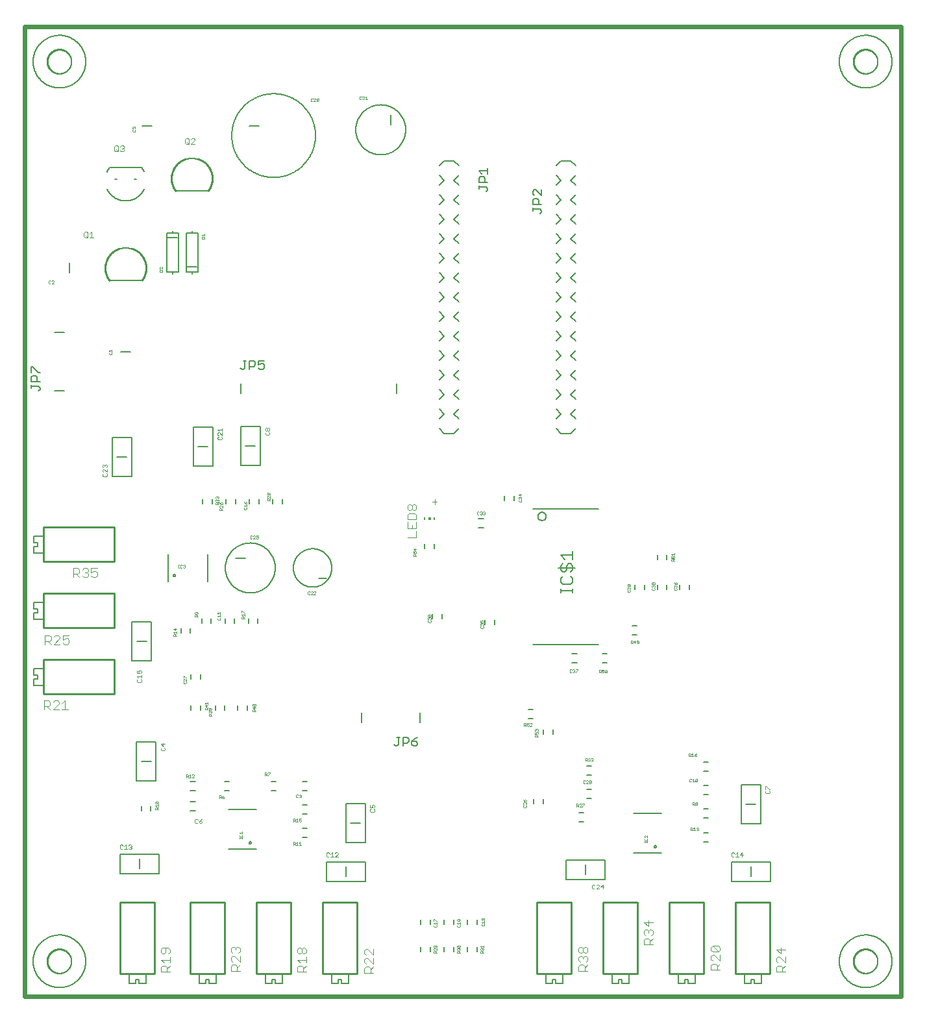
<source format=gto>
G75*
%MOIN*%
%OFA0B0*%
%FSLAX25Y25*%
%IPPOS*%
%LPD*%
%AMOC8*
5,1,8,0,0,1.08239X$1,22.5*
%
%ADD10C,0.02400*%
%ADD11C,0.00800*%
%ADD12C,0.00100*%
%ADD13C,0.00500*%
%ADD14C,0.00080*%
%ADD15C,0.00300*%
%ADD16C,0.00600*%
%ADD17C,0.00000*%
%ADD18C,0.00200*%
%ADD19C,0.01000*%
%ADD20C,0.00400*%
%ADD21C,0.00700*%
%ADD22R,0.00591X0.01181*%
%ADD23R,0.01181X0.01181*%
D10*
X0004200Y0002200D02*
X0004200Y0500200D01*
X0454200Y0500200D01*
X0454200Y0002200D01*
X0004200Y0002200D01*
D11*
X0015901Y0020200D02*
X0015903Y0020358D01*
X0015909Y0020516D01*
X0015919Y0020674D01*
X0015933Y0020832D01*
X0015951Y0020989D01*
X0015972Y0021146D01*
X0015998Y0021302D01*
X0016028Y0021458D01*
X0016061Y0021613D01*
X0016099Y0021766D01*
X0016140Y0021919D01*
X0016185Y0022071D01*
X0016234Y0022222D01*
X0016287Y0022371D01*
X0016343Y0022519D01*
X0016403Y0022665D01*
X0016467Y0022810D01*
X0016535Y0022953D01*
X0016606Y0023095D01*
X0016680Y0023235D01*
X0016758Y0023372D01*
X0016840Y0023508D01*
X0016924Y0023642D01*
X0017013Y0023773D01*
X0017104Y0023902D01*
X0017199Y0024029D01*
X0017296Y0024154D01*
X0017397Y0024276D01*
X0017501Y0024395D01*
X0017608Y0024512D01*
X0017718Y0024626D01*
X0017831Y0024737D01*
X0017946Y0024846D01*
X0018064Y0024951D01*
X0018185Y0025053D01*
X0018308Y0025153D01*
X0018434Y0025249D01*
X0018562Y0025342D01*
X0018692Y0025432D01*
X0018825Y0025518D01*
X0018960Y0025602D01*
X0019096Y0025681D01*
X0019235Y0025758D01*
X0019376Y0025830D01*
X0019518Y0025900D01*
X0019662Y0025965D01*
X0019808Y0026027D01*
X0019955Y0026085D01*
X0020104Y0026140D01*
X0020254Y0026191D01*
X0020405Y0026238D01*
X0020557Y0026281D01*
X0020710Y0026320D01*
X0020865Y0026356D01*
X0021020Y0026387D01*
X0021176Y0026415D01*
X0021332Y0026439D01*
X0021489Y0026459D01*
X0021647Y0026475D01*
X0021804Y0026487D01*
X0021963Y0026495D01*
X0022121Y0026499D01*
X0022279Y0026499D01*
X0022437Y0026495D01*
X0022596Y0026487D01*
X0022753Y0026475D01*
X0022911Y0026459D01*
X0023068Y0026439D01*
X0023224Y0026415D01*
X0023380Y0026387D01*
X0023535Y0026356D01*
X0023690Y0026320D01*
X0023843Y0026281D01*
X0023995Y0026238D01*
X0024146Y0026191D01*
X0024296Y0026140D01*
X0024445Y0026085D01*
X0024592Y0026027D01*
X0024738Y0025965D01*
X0024882Y0025900D01*
X0025024Y0025830D01*
X0025165Y0025758D01*
X0025304Y0025681D01*
X0025440Y0025602D01*
X0025575Y0025518D01*
X0025708Y0025432D01*
X0025838Y0025342D01*
X0025966Y0025249D01*
X0026092Y0025153D01*
X0026215Y0025053D01*
X0026336Y0024951D01*
X0026454Y0024846D01*
X0026569Y0024737D01*
X0026682Y0024626D01*
X0026792Y0024512D01*
X0026899Y0024395D01*
X0027003Y0024276D01*
X0027104Y0024154D01*
X0027201Y0024029D01*
X0027296Y0023902D01*
X0027387Y0023773D01*
X0027476Y0023642D01*
X0027560Y0023508D01*
X0027642Y0023372D01*
X0027720Y0023235D01*
X0027794Y0023095D01*
X0027865Y0022953D01*
X0027933Y0022810D01*
X0027997Y0022665D01*
X0028057Y0022519D01*
X0028113Y0022371D01*
X0028166Y0022222D01*
X0028215Y0022071D01*
X0028260Y0021919D01*
X0028301Y0021766D01*
X0028339Y0021613D01*
X0028372Y0021458D01*
X0028402Y0021302D01*
X0028428Y0021146D01*
X0028449Y0020989D01*
X0028467Y0020832D01*
X0028481Y0020674D01*
X0028491Y0020516D01*
X0028497Y0020358D01*
X0028499Y0020200D01*
X0028497Y0020042D01*
X0028491Y0019884D01*
X0028481Y0019726D01*
X0028467Y0019568D01*
X0028449Y0019411D01*
X0028428Y0019254D01*
X0028402Y0019098D01*
X0028372Y0018942D01*
X0028339Y0018787D01*
X0028301Y0018634D01*
X0028260Y0018481D01*
X0028215Y0018329D01*
X0028166Y0018178D01*
X0028113Y0018029D01*
X0028057Y0017881D01*
X0027997Y0017735D01*
X0027933Y0017590D01*
X0027865Y0017447D01*
X0027794Y0017305D01*
X0027720Y0017165D01*
X0027642Y0017028D01*
X0027560Y0016892D01*
X0027476Y0016758D01*
X0027387Y0016627D01*
X0027296Y0016498D01*
X0027201Y0016371D01*
X0027104Y0016246D01*
X0027003Y0016124D01*
X0026899Y0016005D01*
X0026792Y0015888D01*
X0026682Y0015774D01*
X0026569Y0015663D01*
X0026454Y0015554D01*
X0026336Y0015449D01*
X0026215Y0015347D01*
X0026092Y0015247D01*
X0025966Y0015151D01*
X0025838Y0015058D01*
X0025708Y0014968D01*
X0025575Y0014882D01*
X0025440Y0014798D01*
X0025304Y0014719D01*
X0025165Y0014642D01*
X0025024Y0014570D01*
X0024882Y0014500D01*
X0024738Y0014435D01*
X0024592Y0014373D01*
X0024445Y0014315D01*
X0024296Y0014260D01*
X0024146Y0014209D01*
X0023995Y0014162D01*
X0023843Y0014119D01*
X0023690Y0014080D01*
X0023535Y0014044D01*
X0023380Y0014013D01*
X0023224Y0013985D01*
X0023068Y0013961D01*
X0022911Y0013941D01*
X0022753Y0013925D01*
X0022596Y0013913D01*
X0022437Y0013905D01*
X0022279Y0013901D01*
X0022121Y0013901D01*
X0021963Y0013905D01*
X0021804Y0013913D01*
X0021647Y0013925D01*
X0021489Y0013941D01*
X0021332Y0013961D01*
X0021176Y0013985D01*
X0021020Y0014013D01*
X0020865Y0014044D01*
X0020710Y0014080D01*
X0020557Y0014119D01*
X0020405Y0014162D01*
X0020254Y0014209D01*
X0020104Y0014260D01*
X0019955Y0014315D01*
X0019808Y0014373D01*
X0019662Y0014435D01*
X0019518Y0014500D01*
X0019376Y0014570D01*
X0019235Y0014642D01*
X0019096Y0014719D01*
X0018960Y0014798D01*
X0018825Y0014882D01*
X0018692Y0014968D01*
X0018562Y0015058D01*
X0018434Y0015151D01*
X0018308Y0015247D01*
X0018185Y0015347D01*
X0018064Y0015449D01*
X0017946Y0015554D01*
X0017831Y0015663D01*
X0017718Y0015774D01*
X0017608Y0015888D01*
X0017501Y0016005D01*
X0017397Y0016124D01*
X0017296Y0016246D01*
X0017199Y0016371D01*
X0017104Y0016498D01*
X0017013Y0016627D01*
X0016924Y0016758D01*
X0016840Y0016892D01*
X0016758Y0017028D01*
X0016680Y0017165D01*
X0016606Y0017305D01*
X0016535Y0017447D01*
X0016467Y0017590D01*
X0016403Y0017735D01*
X0016343Y0017881D01*
X0016287Y0018029D01*
X0016234Y0018178D01*
X0016185Y0018329D01*
X0016140Y0018481D01*
X0016099Y0018634D01*
X0016061Y0018787D01*
X0016028Y0018942D01*
X0015998Y0019098D01*
X0015972Y0019254D01*
X0015951Y0019411D01*
X0015933Y0019568D01*
X0015919Y0019726D01*
X0015909Y0019884D01*
X0015903Y0020042D01*
X0015901Y0020200D01*
X0053200Y0065200D02*
X0053200Y0075200D01*
X0073200Y0075200D01*
X0073200Y0065200D01*
X0053200Y0065200D01*
X0063200Y0067700D02*
X0063200Y0072700D01*
X0061700Y0112700D02*
X0061700Y0132700D01*
X0071700Y0132700D01*
X0071700Y0112700D01*
X0061700Y0112700D01*
X0064200Y0122700D02*
X0069200Y0122700D01*
X0069400Y0174500D02*
X0059400Y0174500D01*
X0059400Y0194500D01*
X0069400Y0194500D01*
X0069400Y0174500D01*
X0066900Y0184500D02*
X0061900Y0184500D01*
X0080535Y0218300D02*
X0080537Y0218347D01*
X0080543Y0218394D01*
X0080553Y0218441D01*
X0080566Y0218486D01*
X0080584Y0218530D01*
X0080605Y0218572D01*
X0080629Y0218613D01*
X0080657Y0218651D01*
X0080688Y0218687D01*
X0080722Y0218720D01*
X0080758Y0218750D01*
X0080797Y0218777D01*
X0080838Y0218801D01*
X0080881Y0218821D01*
X0080925Y0218837D01*
X0080971Y0218850D01*
X0081017Y0218859D01*
X0081065Y0218864D01*
X0081112Y0218865D01*
X0081159Y0218862D01*
X0081206Y0218855D01*
X0081252Y0218844D01*
X0081297Y0218830D01*
X0081341Y0218811D01*
X0081382Y0218789D01*
X0081422Y0218764D01*
X0081460Y0218735D01*
X0081495Y0218704D01*
X0081528Y0218669D01*
X0081557Y0218632D01*
X0081583Y0218593D01*
X0081606Y0218551D01*
X0081625Y0218508D01*
X0081641Y0218463D01*
X0081653Y0218417D01*
X0081661Y0218371D01*
X0081665Y0218324D01*
X0081665Y0218276D01*
X0081661Y0218229D01*
X0081653Y0218183D01*
X0081641Y0218137D01*
X0081625Y0218092D01*
X0081606Y0218049D01*
X0081583Y0218007D01*
X0081557Y0217968D01*
X0081528Y0217931D01*
X0081495Y0217896D01*
X0081460Y0217865D01*
X0081422Y0217836D01*
X0081383Y0217811D01*
X0081341Y0217789D01*
X0081297Y0217770D01*
X0081252Y0217756D01*
X0081206Y0217745D01*
X0081159Y0217738D01*
X0081112Y0217735D01*
X0081065Y0217736D01*
X0081017Y0217741D01*
X0080971Y0217750D01*
X0080925Y0217763D01*
X0080881Y0217779D01*
X0080838Y0217799D01*
X0080797Y0217823D01*
X0080758Y0217850D01*
X0080722Y0217880D01*
X0080688Y0217913D01*
X0080657Y0217949D01*
X0080629Y0217987D01*
X0080605Y0218028D01*
X0080584Y0218070D01*
X0080566Y0218114D01*
X0080553Y0218159D01*
X0080543Y0218206D01*
X0080537Y0218253D01*
X0080535Y0218300D01*
X0112700Y0227200D02*
X0117700Y0227200D01*
X0107405Y0222200D02*
X0107409Y0222514D01*
X0107420Y0222828D01*
X0107440Y0223141D01*
X0107467Y0223454D01*
X0107501Y0223766D01*
X0107543Y0224077D01*
X0107593Y0224387D01*
X0107651Y0224696D01*
X0107716Y0225003D01*
X0107788Y0225309D01*
X0107868Y0225613D01*
X0107956Y0225914D01*
X0108051Y0226214D01*
X0108153Y0226511D01*
X0108262Y0226805D01*
X0108379Y0227096D01*
X0108503Y0227385D01*
X0108633Y0227671D01*
X0108771Y0227953D01*
X0108916Y0228232D01*
X0109067Y0228507D01*
X0109225Y0228778D01*
X0109390Y0229045D01*
X0109561Y0229309D01*
X0109739Y0229567D01*
X0109923Y0229822D01*
X0110113Y0230072D01*
X0110309Y0230317D01*
X0110512Y0230557D01*
X0110720Y0230793D01*
X0110933Y0231023D01*
X0111153Y0231247D01*
X0111377Y0231467D01*
X0111607Y0231680D01*
X0111843Y0231888D01*
X0112083Y0232091D01*
X0112328Y0232287D01*
X0112578Y0232477D01*
X0112833Y0232661D01*
X0113091Y0232839D01*
X0113355Y0233010D01*
X0113622Y0233175D01*
X0113893Y0233333D01*
X0114168Y0233484D01*
X0114447Y0233629D01*
X0114729Y0233767D01*
X0115015Y0233897D01*
X0115304Y0234021D01*
X0115595Y0234138D01*
X0115889Y0234247D01*
X0116186Y0234349D01*
X0116486Y0234444D01*
X0116787Y0234532D01*
X0117091Y0234612D01*
X0117397Y0234684D01*
X0117704Y0234749D01*
X0118013Y0234807D01*
X0118323Y0234857D01*
X0118634Y0234899D01*
X0118946Y0234933D01*
X0119259Y0234960D01*
X0119572Y0234980D01*
X0119886Y0234991D01*
X0120200Y0234995D01*
X0120514Y0234991D01*
X0120828Y0234980D01*
X0121141Y0234960D01*
X0121454Y0234933D01*
X0121766Y0234899D01*
X0122077Y0234857D01*
X0122387Y0234807D01*
X0122696Y0234749D01*
X0123003Y0234684D01*
X0123309Y0234612D01*
X0123613Y0234532D01*
X0123914Y0234444D01*
X0124214Y0234349D01*
X0124511Y0234247D01*
X0124805Y0234138D01*
X0125096Y0234021D01*
X0125385Y0233897D01*
X0125671Y0233767D01*
X0125953Y0233629D01*
X0126232Y0233484D01*
X0126507Y0233333D01*
X0126778Y0233175D01*
X0127045Y0233010D01*
X0127309Y0232839D01*
X0127567Y0232661D01*
X0127822Y0232477D01*
X0128072Y0232287D01*
X0128317Y0232091D01*
X0128557Y0231888D01*
X0128793Y0231680D01*
X0129023Y0231467D01*
X0129247Y0231247D01*
X0129467Y0231023D01*
X0129680Y0230793D01*
X0129888Y0230557D01*
X0130091Y0230317D01*
X0130287Y0230072D01*
X0130477Y0229822D01*
X0130661Y0229567D01*
X0130839Y0229309D01*
X0131010Y0229045D01*
X0131175Y0228778D01*
X0131333Y0228507D01*
X0131484Y0228232D01*
X0131629Y0227953D01*
X0131767Y0227671D01*
X0131897Y0227385D01*
X0132021Y0227096D01*
X0132138Y0226805D01*
X0132247Y0226511D01*
X0132349Y0226214D01*
X0132444Y0225914D01*
X0132532Y0225613D01*
X0132612Y0225309D01*
X0132684Y0225003D01*
X0132749Y0224696D01*
X0132807Y0224387D01*
X0132857Y0224077D01*
X0132899Y0223766D01*
X0132933Y0223454D01*
X0132960Y0223141D01*
X0132980Y0222828D01*
X0132991Y0222514D01*
X0132995Y0222200D01*
X0132991Y0221886D01*
X0132980Y0221572D01*
X0132960Y0221259D01*
X0132933Y0220946D01*
X0132899Y0220634D01*
X0132857Y0220323D01*
X0132807Y0220013D01*
X0132749Y0219704D01*
X0132684Y0219397D01*
X0132612Y0219091D01*
X0132532Y0218787D01*
X0132444Y0218486D01*
X0132349Y0218186D01*
X0132247Y0217889D01*
X0132138Y0217595D01*
X0132021Y0217304D01*
X0131897Y0217015D01*
X0131767Y0216729D01*
X0131629Y0216447D01*
X0131484Y0216168D01*
X0131333Y0215893D01*
X0131175Y0215622D01*
X0131010Y0215355D01*
X0130839Y0215091D01*
X0130661Y0214833D01*
X0130477Y0214578D01*
X0130287Y0214328D01*
X0130091Y0214083D01*
X0129888Y0213843D01*
X0129680Y0213607D01*
X0129467Y0213377D01*
X0129247Y0213153D01*
X0129023Y0212933D01*
X0128793Y0212720D01*
X0128557Y0212512D01*
X0128317Y0212309D01*
X0128072Y0212113D01*
X0127822Y0211923D01*
X0127567Y0211739D01*
X0127309Y0211561D01*
X0127045Y0211390D01*
X0126778Y0211225D01*
X0126507Y0211067D01*
X0126232Y0210916D01*
X0125953Y0210771D01*
X0125671Y0210633D01*
X0125385Y0210503D01*
X0125096Y0210379D01*
X0124805Y0210262D01*
X0124511Y0210153D01*
X0124214Y0210051D01*
X0123914Y0209956D01*
X0123613Y0209868D01*
X0123309Y0209788D01*
X0123003Y0209716D01*
X0122696Y0209651D01*
X0122387Y0209593D01*
X0122077Y0209543D01*
X0121766Y0209501D01*
X0121454Y0209467D01*
X0121141Y0209440D01*
X0120828Y0209420D01*
X0120514Y0209409D01*
X0120200Y0209405D01*
X0119886Y0209409D01*
X0119572Y0209420D01*
X0119259Y0209440D01*
X0118946Y0209467D01*
X0118634Y0209501D01*
X0118323Y0209543D01*
X0118013Y0209593D01*
X0117704Y0209651D01*
X0117397Y0209716D01*
X0117091Y0209788D01*
X0116787Y0209868D01*
X0116486Y0209956D01*
X0116186Y0210051D01*
X0115889Y0210153D01*
X0115595Y0210262D01*
X0115304Y0210379D01*
X0115015Y0210503D01*
X0114729Y0210633D01*
X0114447Y0210771D01*
X0114168Y0210916D01*
X0113893Y0211067D01*
X0113622Y0211225D01*
X0113355Y0211390D01*
X0113091Y0211561D01*
X0112833Y0211739D01*
X0112578Y0211923D01*
X0112328Y0212113D01*
X0112083Y0212309D01*
X0111843Y0212512D01*
X0111607Y0212720D01*
X0111377Y0212933D01*
X0111153Y0213153D01*
X0110933Y0213377D01*
X0110720Y0213607D01*
X0110512Y0213843D01*
X0110309Y0214083D01*
X0110113Y0214328D01*
X0109923Y0214578D01*
X0109739Y0214833D01*
X0109561Y0215091D01*
X0109390Y0215355D01*
X0109225Y0215622D01*
X0109067Y0215893D01*
X0108916Y0216168D01*
X0108771Y0216447D01*
X0108633Y0216729D01*
X0108503Y0217015D01*
X0108379Y0217304D01*
X0108262Y0217595D01*
X0108153Y0217889D01*
X0108051Y0218186D01*
X0107956Y0218486D01*
X0107868Y0218787D01*
X0107788Y0219091D01*
X0107716Y0219397D01*
X0107651Y0219704D01*
X0107593Y0220013D01*
X0107543Y0220323D01*
X0107501Y0220634D01*
X0107467Y0220946D01*
X0107440Y0221259D01*
X0107420Y0221572D01*
X0107409Y0221886D01*
X0107405Y0222200D01*
X0142357Y0222200D02*
X0142360Y0222442D01*
X0142369Y0222683D01*
X0142384Y0222924D01*
X0142404Y0223165D01*
X0142431Y0223405D01*
X0142464Y0223644D01*
X0142502Y0223883D01*
X0142546Y0224120D01*
X0142596Y0224357D01*
X0142652Y0224592D01*
X0142714Y0224825D01*
X0142781Y0225057D01*
X0142854Y0225288D01*
X0142932Y0225516D01*
X0143017Y0225742D01*
X0143106Y0225967D01*
X0143201Y0226189D01*
X0143302Y0226408D01*
X0143408Y0226626D01*
X0143519Y0226840D01*
X0143636Y0227052D01*
X0143757Y0227260D01*
X0143884Y0227466D01*
X0144016Y0227668D01*
X0144153Y0227868D01*
X0144294Y0228063D01*
X0144440Y0228256D01*
X0144591Y0228444D01*
X0144747Y0228629D01*
X0144907Y0228810D01*
X0145071Y0228987D01*
X0145240Y0229160D01*
X0145413Y0229329D01*
X0145590Y0229493D01*
X0145771Y0229653D01*
X0145956Y0229809D01*
X0146144Y0229960D01*
X0146337Y0230106D01*
X0146532Y0230247D01*
X0146732Y0230384D01*
X0146934Y0230516D01*
X0147140Y0230643D01*
X0147348Y0230764D01*
X0147560Y0230881D01*
X0147774Y0230992D01*
X0147992Y0231098D01*
X0148211Y0231199D01*
X0148433Y0231294D01*
X0148658Y0231383D01*
X0148884Y0231468D01*
X0149112Y0231546D01*
X0149343Y0231619D01*
X0149575Y0231686D01*
X0149808Y0231748D01*
X0150043Y0231804D01*
X0150280Y0231854D01*
X0150517Y0231898D01*
X0150756Y0231936D01*
X0150995Y0231969D01*
X0151235Y0231996D01*
X0151476Y0232016D01*
X0151717Y0232031D01*
X0151958Y0232040D01*
X0152200Y0232043D01*
X0152442Y0232040D01*
X0152683Y0232031D01*
X0152924Y0232016D01*
X0153165Y0231996D01*
X0153405Y0231969D01*
X0153644Y0231936D01*
X0153883Y0231898D01*
X0154120Y0231854D01*
X0154357Y0231804D01*
X0154592Y0231748D01*
X0154825Y0231686D01*
X0155057Y0231619D01*
X0155288Y0231546D01*
X0155516Y0231468D01*
X0155742Y0231383D01*
X0155967Y0231294D01*
X0156189Y0231199D01*
X0156408Y0231098D01*
X0156626Y0230992D01*
X0156840Y0230881D01*
X0157052Y0230764D01*
X0157260Y0230643D01*
X0157466Y0230516D01*
X0157668Y0230384D01*
X0157868Y0230247D01*
X0158063Y0230106D01*
X0158256Y0229960D01*
X0158444Y0229809D01*
X0158629Y0229653D01*
X0158810Y0229493D01*
X0158987Y0229329D01*
X0159160Y0229160D01*
X0159329Y0228987D01*
X0159493Y0228810D01*
X0159653Y0228629D01*
X0159809Y0228444D01*
X0159960Y0228256D01*
X0160106Y0228063D01*
X0160247Y0227868D01*
X0160384Y0227668D01*
X0160516Y0227466D01*
X0160643Y0227260D01*
X0160764Y0227052D01*
X0160881Y0226840D01*
X0160992Y0226626D01*
X0161098Y0226408D01*
X0161199Y0226189D01*
X0161294Y0225967D01*
X0161383Y0225742D01*
X0161468Y0225516D01*
X0161546Y0225288D01*
X0161619Y0225057D01*
X0161686Y0224825D01*
X0161748Y0224592D01*
X0161804Y0224357D01*
X0161854Y0224120D01*
X0161898Y0223883D01*
X0161936Y0223644D01*
X0161969Y0223405D01*
X0161996Y0223165D01*
X0162016Y0222924D01*
X0162031Y0222683D01*
X0162040Y0222442D01*
X0162043Y0222200D01*
X0162040Y0221958D01*
X0162031Y0221717D01*
X0162016Y0221476D01*
X0161996Y0221235D01*
X0161969Y0220995D01*
X0161936Y0220756D01*
X0161898Y0220517D01*
X0161854Y0220280D01*
X0161804Y0220043D01*
X0161748Y0219808D01*
X0161686Y0219575D01*
X0161619Y0219343D01*
X0161546Y0219112D01*
X0161468Y0218884D01*
X0161383Y0218658D01*
X0161294Y0218433D01*
X0161199Y0218211D01*
X0161098Y0217992D01*
X0160992Y0217774D01*
X0160881Y0217560D01*
X0160764Y0217348D01*
X0160643Y0217140D01*
X0160516Y0216934D01*
X0160384Y0216732D01*
X0160247Y0216532D01*
X0160106Y0216337D01*
X0159960Y0216144D01*
X0159809Y0215956D01*
X0159653Y0215771D01*
X0159493Y0215590D01*
X0159329Y0215413D01*
X0159160Y0215240D01*
X0158987Y0215071D01*
X0158810Y0214907D01*
X0158629Y0214747D01*
X0158444Y0214591D01*
X0158256Y0214440D01*
X0158063Y0214294D01*
X0157868Y0214153D01*
X0157668Y0214016D01*
X0157466Y0213884D01*
X0157260Y0213757D01*
X0157052Y0213636D01*
X0156840Y0213519D01*
X0156626Y0213408D01*
X0156408Y0213302D01*
X0156189Y0213201D01*
X0155967Y0213106D01*
X0155742Y0213017D01*
X0155516Y0212932D01*
X0155288Y0212854D01*
X0155057Y0212781D01*
X0154825Y0212714D01*
X0154592Y0212652D01*
X0154357Y0212596D01*
X0154120Y0212546D01*
X0153883Y0212502D01*
X0153644Y0212464D01*
X0153405Y0212431D01*
X0153165Y0212404D01*
X0152924Y0212384D01*
X0152683Y0212369D01*
X0152442Y0212360D01*
X0152200Y0212357D01*
X0151958Y0212360D01*
X0151717Y0212369D01*
X0151476Y0212384D01*
X0151235Y0212404D01*
X0150995Y0212431D01*
X0150756Y0212464D01*
X0150517Y0212502D01*
X0150280Y0212546D01*
X0150043Y0212596D01*
X0149808Y0212652D01*
X0149575Y0212714D01*
X0149343Y0212781D01*
X0149112Y0212854D01*
X0148884Y0212932D01*
X0148658Y0213017D01*
X0148433Y0213106D01*
X0148211Y0213201D01*
X0147992Y0213302D01*
X0147774Y0213408D01*
X0147560Y0213519D01*
X0147348Y0213636D01*
X0147140Y0213757D01*
X0146934Y0213884D01*
X0146732Y0214016D01*
X0146532Y0214153D01*
X0146337Y0214294D01*
X0146144Y0214440D01*
X0145956Y0214591D01*
X0145771Y0214747D01*
X0145590Y0214907D01*
X0145413Y0215071D01*
X0145240Y0215240D01*
X0145071Y0215413D01*
X0144907Y0215590D01*
X0144747Y0215771D01*
X0144591Y0215956D01*
X0144440Y0216144D01*
X0144294Y0216337D01*
X0144153Y0216532D01*
X0144016Y0216732D01*
X0143884Y0216934D01*
X0143757Y0217140D01*
X0143636Y0217348D01*
X0143519Y0217560D01*
X0143408Y0217774D01*
X0143302Y0217992D01*
X0143201Y0218211D01*
X0143106Y0218433D01*
X0143017Y0218658D01*
X0142932Y0218884D01*
X0142854Y0219112D01*
X0142781Y0219343D01*
X0142714Y0219575D01*
X0142652Y0219808D01*
X0142596Y0220043D01*
X0142546Y0220280D01*
X0142502Y0220517D01*
X0142464Y0220756D01*
X0142431Y0220995D01*
X0142404Y0221235D01*
X0142384Y0221476D01*
X0142369Y0221717D01*
X0142360Y0221958D01*
X0142357Y0222200D01*
X0155200Y0216700D02*
X0159200Y0216700D01*
X0125300Y0274700D02*
X0115300Y0274700D01*
X0115300Y0294700D01*
X0125300Y0294700D01*
X0125300Y0274700D01*
X0122800Y0284700D02*
X0117800Y0284700D01*
X0100900Y0294600D02*
X0100900Y0274600D01*
X0090900Y0274600D01*
X0090900Y0294600D01*
X0100900Y0294600D01*
X0098400Y0284600D02*
X0093400Y0284600D01*
X0115200Y0311700D02*
X0115200Y0316700D01*
X0093200Y0374200D02*
X0090200Y0374200D01*
X0090200Y0373200D01*
X0090200Y0374200D02*
X0087200Y0374200D01*
X0087200Y0394200D01*
X0090200Y0394200D01*
X0090200Y0395200D01*
X0090200Y0394200D02*
X0093200Y0394200D01*
X0093200Y0374200D01*
X0092700Y0376700D02*
X0087700Y0376700D01*
X0083200Y0374200D02*
X0080200Y0374200D01*
X0080200Y0373200D01*
X0080200Y0374200D02*
X0077200Y0374200D01*
X0077200Y0394200D01*
X0080200Y0394200D01*
X0080200Y0395200D01*
X0080200Y0394200D02*
X0083200Y0394200D01*
X0083200Y0374200D01*
X0082700Y0391700D02*
X0077700Y0391700D01*
X0064446Y0369700D02*
X0047954Y0369700D01*
X0048700Y0383700D02*
X0048916Y0383880D01*
X0049136Y0384055D01*
X0049360Y0384225D01*
X0049589Y0384389D01*
X0049821Y0384547D01*
X0050057Y0384700D01*
X0050297Y0384847D01*
X0050540Y0384988D01*
X0050787Y0385123D01*
X0051036Y0385252D01*
X0051289Y0385375D01*
X0051545Y0385492D01*
X0051804Y0385603D01*
X0052065Y0385707D01*
X0052329Y0385804D01*
X0052595Y0385896D01*
X0052863Y0385980D01*
X0053133Y0386058D01*
X0053405Y0386130D01*
X0053679Y0386195D01*
X0053954Y0386253D01*
X0054230Y0386304D01*
X0054508Y0386349D01*
X0054787Y0386387D01*
X0055066Y0386418D01*
X0055346Y0386442D01*
X0055627Y0386460D01*
X0055908Y0386470D01*
X0056189Y0386474D01*
X0056470Y0386471D01*
X0056751Y0386461D01*
X0057032Y0386444D01*
X0057312Y0386420D01*
X0057592Y0386390D01*
X0057870Y0386352D01*
X0058148Y0386308D01*
X0058425Y0386257D01*
X0058700Y0386200D01*
X0058975Y0386135D01*
X0059248Y0386064D01*
X0059519Y0385986D01*
X0059789Y0385901D01*
X0060056Y0385810D01*
X0060321Y0385712D01*
X0060583Y0385608D01*
X0060843Y0385497D01*
X0061100Y0385381D01*
X0061354Y0385257D01*
X0061605Y0385128D01*
X0061852Y0384993D01*
X0062097Y0384851D01*
X0062337Y0384704D01*
X0062574Y0384550D01*
X0062808Y0384391D01*
X0063037Y0384227D01*
X0063262Y0384056D01*
X0063483Y0383881D01*
X0063700Y0383700D01*
X0058700Y0386200D02*
X0058426Y0386257D01*
X0058151Y0386308D01*
X0057874Y0386352D01*
X0057597Y0386389D01*
X0057318Y0386420D01*
X0057039Y0386443D01*
X0056760Y0386460D01*
X0056480Y0386471D01*
X0056200Y0386474D01*
X0055920Y0386471D01*
X0055640Y0386460D01*
X0055361Y0386443D01*
X0055082Y0386420D01*
X0054803Y0386389D01*
X0054526Y0386352D01*
X0054249Y0386308D01*
X0053974Y0386257D01*
X0053700Y0386200D01*
X0027200Y0378700D02*
X0027200Y0373700D01*
X0024700Y0343200D02*
X0019700Y0343200D01*
X0019700Y0313200D02*
X0024700Y0313200D01*
X0049200Y0289200D02*
X0059200Y0289200D01*
X0059200Y0269200D01*
X0049200Y0269200D01*
X0049200Y0289200D01*
X0051700Y0279200D02*
X0056700Y0279200D01*
X0058700Y0333200D02*
X0053700Y0333200D01*
X0081954Y0415700D02*
X0098446Y0415700D01*
X0092700Y0432200D02*
X0092425Y0432257D01*
X0092148Y0432308D01*
X0091870Y0432352D01*
X0091592Y0432390D01*
X0091312Y0432420D01*
X0091032Y0432444D01*
X0090751Y0432461D01*
X0090470Y0432471D01*
X0090189Y0432474D01*
X0089908Y0432470D01*
X0089627Y0432460D01*
X0089346Y0432442D01*
X0089066Y0432418D01*
X0088787Y0432387D01*
X0088508Y0432349D01*
X0088230Y0432304D01*
X0087954Y0432253D01*
X0087679Y0432195D01*
X0087405Y0432130D01*
X0087133Y0432058D01*
X0086863Y0431980D01*
X0086595Y0431896D01*
X0086329Y0431804D01*
X0086065Y0431707D01*
X0085804Y0431603D01*
X0085545Y0431492D01*
X0085289Y0431375D01*
X0085036Y0431252D01*
X0084787Y0431123D01*
X0084540Y0430988D01*
X0084297Y0430847D01*
X0084057Y0430700D01*
X0083821Y0430547D01*
X0083589Y0430389D01*
X0083360Y0430225D01*
X0083136Y0430055D01*
X0082916Y0429880D01*
X0082700Y0429700D01*
X0092700Y0432200D02*
X0092975Y0432135D01*
X0093248Y0432064D01*
X0093519Y0431986D01*
X0093789Y0431901D01*
X0094056Y0431810D01*
X0094321Y0431712D01*
X0094583Y0431608D01*
X0094843Y0431497D01*
X0095100Y0431381D01*
X0095354Y0431257D01*
X0095605Y0431128D01*
X0095852Y0430993D01*
X0096097Y0430851D01*
X0096337Y0430704D01*
X0096574Y0430550D01*
X0096808Y0430391D01*
X0097037Y0430227D01*
X0097262Y0430056D01*
X0097483Y0429881D01*
X0097700Y0429700D01*
X0092700Y0432200D02*
X0092426Y0432257D01*
X0092151Y0432308D01*
X0091874Y0432352D01*
X0091597Y0432389D01*
X0091318Y0432420D01*
X0091039Y0432443D01*
X0090760Y0432460D01*
X0090480Y0432471D01*
X0090200Y0432474D01*
X0089920Y0432471D01*
X0089640Y0432460D01*
X0089361Y0432443D01*
X0089082Y0432420D01*
X0088803Y0432389D01*
X0088526Y0432352D01*
X0088249Y0432308D01*
X0087974Y0432257D01*
X0087700Y0432200D01*
X0069700Y0449200D02*
X0064700Y0449200D01*
X0015901Y0482200D02*
X0015903Y0482358D01*
X0015909Y0482516D01*
X0015919Y0482674D01*
X0015933Y0482832D01*
X0015951Y0482989D01*
X0015972Y0483146D01*
X0015998Y0483302D01*
X0016028Y0483458D01*
X0016061Y0483613D01*
X0016099Y0483766D01*
X0016140Y0483919D01*
X0016185Y0484071D01*
X0016234Y0484222D01*
X0016287Y0484371D01*
X0016343Y0484519D01*
X0016403Y0484665D01*
X0016467Y0484810D01*
X0016535Y0484953D01*
X0016606Y0485095D01*
X0016680Y0485235D01*
X0016758Y0485372D01*
X0016840Y0485508D01*
X0016924Y0485642D01*
X0017013Y0485773D01*
X0017104Y0485902D01*
X0017199Y0486029D01*
X0017296Y0486154D01*
X0017397Y0486276D01*
X0017501Y0486395D01*
X0017608Y0486512D01*
X0017718Y0486626D01*
X0017831Y0486737D01*
X0017946Y0486846D01*
X0018064Y0486951D01*
X0018185Y0487053D01*
X0018308Y0487153D01*
X0018434Y0487249D01*
X0018562Y0487342D01*
X0018692Y0487432D01*
X0018825Y0487518D01*
X0018960Y0487602D01*
X0019096Y0487681D01*
X0019235Y0487758D01*
X0019376Y0487830D01*
X0019518Y0487900D01*
X0019662Y0487965D01*
X0019808Y0488027D01*
X0019955Y0488085D01*
X0020104Y0488140D01*
X0020254Y0488191D01*
X0020405Y0488238D01*
X0020557Y0488281D01*
X0020710Y0488320D01*
X0020865Y0488356D01*
X0021020Y0488387D01*
X0021176Y0488415D01*
X0021332Y0488439D01*
X0021489Y0488459D01*
X0021647Y0488475D01*
X0021804Y0488487D01*
X0021963Y0488495D01*
X0022121Y0488499D01*
X0022279Y0488499D01*
X0022437Y0488495D01*
X0022596Y0488487D01*
X0022753Y0488475D01*
X0022911Y0488459D01*
X0023068Y0488439D01*
X0023224Y0488415D01*
X0023380Y0488387D01*
X0023535Y0488356D01*
X0023690Y0488320D01*
X0023843Y0488281D01*
X0023995Y0488238D01*
X0024146Y0488191D01*
X0024296Y0488140D01*
X0024445Y0488085D01*
X0024592Y0488027D01*
X0024738Y0487965D01*
X0024882Y0487900D01*
X0025024Y0487830D01*
X0025165Y0487758D01*
X0025304Y0487681D01*
X0025440Y0487602D01*
X0025575Y0487518D01*
X0025708Y0487432D01*
X0025838Y0487342D01*
X0025966Y0487249D01*
X0026092Y0487153D01*
X0026215Y0487053D01*
X0026336Y0486951D01*
X0026454Y0486846D01*
X0026569Y0486737D01*
X0026682Y0486626D01*
X0026792Y0486512D01*
X0026899Y0486395D01*
X0027003Y0486276D01*
X0027104Y0486154D01*
X0027201Y0486029D01*
X0027296Y0485902D01*
X0027387Y0485773D01*
X0027476Y0485642D01*
X0027560Y0485508D01*
X0027642Y0485372D01*
X0027720Y0485235D01*
X0027794Y0485095D01*
X0027865Y0484953D01*
X0027933Y0484810D01*
X0027997Y0484665D01*
X0028057Y0484519D01*
X0028113Y0484371D01*
X0028166Y0484222D01*
X0028215Y0484071D01*
X0028260Y0483919D01*
X0028301Y0483766D01*
X0028339Y0483613D01*
X0028372Y0483458D01*
X0028402Y0483302D01*
X0028428Y0483146D01*
X0028449Y0482989D01*
X0028467Y0482832D01*
X0028481Y0482674D01*
X0028491Y0482516D01*
X0028497Y0482358D01*
X0028499Y0482200D01*
X0028497Y0482042D01*
X0028491Y0481884D01*
X0028481Y0481726D01*
X0028467Y0481568D01*
X0028449Y0481411D01*
X0028428Y0481254D01*
X0028402Y0481098D01*
X0028372Y0480942D01*
X0028339Y0480787D01*
X0028301Y0480634D01*
X0028260Y0480481D01*
X0028215Y0480329D01*
X0028166Y0480178D01*
X0028113Y0480029D01*
X0028057Y0479881D01*
X0027997Y0479735D01*
X0027933Y0479590D01*
X0027865Y0479447D01*
X0027794Y0479305D01*
X0027720Y0479165D01*
X0027642Y0479028D01*
X0027560Y0478892D01*
X0027476Y0478758D01*
X0027387Y0478627D01*
X0027296Y0478498D01*
X0027201Y0478371D01*
X0027104Y0478246D01*
X0027003Y0478124D01*
X0026899Y0478005D01*
X0026792Y0477888D01*
X0026682Y0477774D01*
X0026569Y0477663D01*
X0026454Y0477554D01*
X0026336Y0477449D01*
X0026215Y0477347D01*
X0026092Y0477247D01*
X0025966Y0477151D01*
X0025838Y0477058D01*
X0025708Y0476968D01*
X0025575Y0476882D01*
X0025440Y0476798D01*
X0025304Y0476719D01*
X0025165Y0476642D01*
X0025024Y0476570D01*
X0024882Y0476500D01*
X0024738Y0476435D01*
X0024592Y0476373D01*
X0024445Y0476315D01*
X0024296Y0476260D01*
X0024146Y0476209D01*
X0023995Y0476162D01*
X0023843Y0476119D01*
X0023690Y0476080D01*
X0023535Y0476044D01*
X0023380Y0476013D01*
X0023224Y0475985D01*
X0023068Y0475961D01*
X0022911Y0475941D01*
X0022753Y0475925D01*
X0022596Y0475913D01*
X0022437Y0475905D01*
X0022279Y0475901D01*
X0022121Y0475901D01*
X0021963Y0475905D01*
X0021804Y0475913D01*
X0021647Y0475925D01*
X0021489Y0475941D01*
X0021332Y0475961D01*
X0021176Y0475985D01*
X0021020Y0476013D01*
X0020865Y0476044D01*
X0020710Y0476080D01*
X0020557Y0476119D01*
X0020405Y0476162D01*
X0020254Y0476209D01*
X0020104Y0476260D01*
X0019955Y0476315D01*
X0019808Y0476373D01*
X0019662Y0476435D01*
X0019518Y0476500D01*
X0019376Y0476570D01*
X0019235Y0476642D01*
X0019096Y0476719D01*
X0018960Y0476798D01*
X0018825Y0476882D01*
X0018692Y0476968D01*
X0018562Y0477058D01*
X0018434Y0477151D01*
X0018308Y0477247D01*
X0018185Y0477347D01*
X0018064Y0477449D01*
X0017946Y0477554D01*
X0017831Y0477663D01*
X0017718Y0477774D01*
X0017608Y0477888D01*
X0017501Y0478005D01*
X0017397Y0478124D01*
X0017296Y0478246D01*
X0017199Y0478371D01*
X0017104Y0478498D01*
X0017013Y0478627D01*
X0016924Y0478758D01*
X0016840Y0478892D01*
X0016758Y0479028D01*
X0016680Y0479165D01*
X0016606Y0479305D01*
X0016535Y0479447D01*
X0016467Y0479590D01*
X0016403Y0479735D01*
X0016343Y0479881D01*
X0016287Y0480029D01*
X0016234Y0480178D01*
X0016185Y0480329D01*
X0016140Y0480481D01*
X0016099Y0480634D01*
X0016061Y0480787D01*
X0016028Y0480942D01*
X0015998Y0481098D01*
X0015972Y0481254D01*
X0015951Y0481411D01*
X0015933Y0481568D01*
X0015919Y0481726D01*
X0015909Y0481884D01*
X0015903Y0482042D01*
X0015901Y0482200D01*
X0119700Y0449200D02*
X0124700Y0449200D01*
X0110700Y0444200D02*
X0110706Y0444728D01*
X0110726Y0445255D01*
X0110758Y0445782D01*
X0110804Y0446307D01*
X0110862Y0446832D01*
X0110933Y0447355D01*
X0111017Y0447876D01*
X0111113Y0448394D01*
X0111222Y0448911D01*
X0111344Y0449424D01*
X0111479Y0449934D01*
X0111626Y0450441D01*
X0111785Y0450944D01*
X0111957Y0451443D01*
X0112141Y0451938D01*
X0112337Y0452428D01*
X0112544Y0452913D01*
X0112764Y0453392D01*
X0112996Y0453867D01*
X0113239Y0454335D01*
X0113493Y0454797D01*
X0113759Y0455253D01*
X0114036Y0455702D01*
X0114323Y0456145D01*
X0114622Y0456580D01*
X0114931Y0457008D01*
X0115251Y0457427D01*
X0115580Y0457839D01*
X0115920Y0458243D01*
X0116270Y0458639D01*
X0116629Y0459025D01*
X0116997Y0459403D01*
X0117375Y0459771D01*
X0117761Y0460130D01*
X0118157Y0460480D01*
X0118561Y0460820D01*
X0118973Y0461149D01*
X0119392Y0461469D01*
X0119820Y0461778D01*
X0120255Y0462077D01*
X0120698Y0462364D01*
X0121147Y0462641D01*
X0121603Y0462907D01*
X0122065Y0463161D01*
X0122533Y0463404D01*
X0123008Y0463636D01*
X0123487Y0463856D01*
X0123972Y0464063D01*
X0124462Y0464259D01*
X0124957Y0464443D01*
X0125456Y0464615D01*
X0125959Y0464774D01*
X0126466Y0464921D01*
X0126976Y0465056D01*
X0127489Y0465178D01*
X0128006Y0465287D01*
X0128524Y0465383D01*
X0129045Y0465467D01*
X0129568Y0465538D01*
X0130093Y0465596D01*
X0130618Y0465642D01*
X0131145Y0465674D01*
X0131672Y0465694D01*
X0132200Y0465700D01*
X0132728Y0465694D01*
X0133255Y0465674D01*
X0133782Y0465642D01*
X0134307Y0465596D01*
X0134832Y0465538D01*
X0135355Y0465467D01*
X0135876Y0465383D01*
X0136394Y0465287D01*
X0136911Y0465178D01*
X0137424Y0465056D01*
X0137934Y0464921D01*
X0138441Y0464774D01*
X0138944Y0464615D01*
X0139443Y0464443D01*
X0139938Y0464259D01*
X0140428Y0464063D01*
X0140913Y0463856D01*
X0141392Y0463636D01*
X0141867Y0463404D01*
X0142335Y0463161D01*
X0142797Y0462907D01*
X0143253Y0462641D01*
X0143702Y0462364D01*
X0144145Y0462077D01*
X0144580Y0461778D01*
X0145008Y0461469D01*
X0145427Y0461149D01*
X0145839Y0460820D01*
X0146243Y0460480D01*
X0146639Y0460130D01*
X0147025Y0459771D01*
X0147403Y0459403D01*
X0147771Y0459025D01*
X0148130Y0458639D01*
X0148480Y0458243D01*
X0148820Y0457839D01*
X0149149Y0457427D01*
X0149469Y0457008D01*
X0149778Y0456580D01*
X0150077Y0456145D01*
X0150364Y0455702D01*
X0150641Y0455253D01*
X0150907Y0454797D01*
X0151161Y0454335D01*
X0151404Y0453867D01*
X0151636Y0453392D01*
X0151856Y0452913D01*
X0152063Y0452428D01*
X0152259Y0451938D01*
X0152443Y0451443D01*
X0152615Y0450944D01*
X0152774Y0450441D01*
X0152921Y0449934D01*
X0153056Y0449424D01*
X0153178Y0448911D01*
X0153287Y0448394D01*
X0153383Y0447876D01*
X0153467Y0447355D01*
X0153538Y0446832D01*
X0153596Y0446307D01*
X0153642Y0445782D01*
X0153674Y0445255D01*
X0153694Y0444728D01*
X0153700Y0444200D01*
X0153694Y0443672D01*
X0153674Y0443145D01*
X0153642Y0442618D01*
X0153596Y0442093D01*
X0153538Y0441568D01*
X0153467Y0441045D01*
X0153383Y0440524D01*
X0153287Y0440006D01*
X0153178Y0439489D01*
X0153056Y0438976D01*
X0152921Y0438466D01*
X0152774Y0437959D01*
X0152615Y0437456D01*
X0152443Y0436957D01*
X0152259Y0436462D01*
X0152063Y0435972D01*
X0151856Y0435487D01*
X0151636Y0435008D01*
X0151404Y0434533D01*
X0151161Y0434065D01*
X0150907Y0433603D01*
X0150641Y0433147D01*
X0150364Y0432698D01*
X0150077Y0432255D01*
X0149778Y0431820D01*
X0149469Y0431392D01*
X0149149Y0430973D01*
X0148820Y0430561D01*
X0148480Y0430157D01*
X0148130Y0429761D01*
X0147771Y0429375D01*
X0147403Y0428997D01*
X0147025Y0428629D01*
X0146639Y0428270D01*
X0146243Y0427920D01*
X0145839Y0427580D01*
X0145427Y0427251D01*
X0145008Y0426931D01*
X0144580Y0426622D01*
X0144145Y0426323D01*
X0143702Y0426036D01*
X0143253Y0425759D01*
X0142797Y0425493D01*
X0142335Y0425239D01*
X0141867Y0424996D01*
X0141392Y0424764D01*
X0140913Y0424544D01*
X0140428Y0424337D01*
X0139938Y0424141D01*
X0139443Y0423957D01*
X0138944Y0423785D01*
X0138441Y0423626D01*
X0137934Y0423479D01*
X0137424Y0423344D01*
X0136911Y0423222D01*
X0136394Y0423113D01*
X0135876Y0423017D01*
X0135355Y0422933D01*
X0134832Y0422862D01*
X0134307Y0422804D01*
X0133782Y0422758D01*
X0133255Y0422726D01*
X0132728Y0422706D01*
X0132200Y0422700D01*
X0131672Y0422706D01*
X0131145Y0422726D01*
X0130618Y0422758D01*
X0130093Y0422804D01*
X0129568Y0422862D01*
X0129045Y0422933D01*
X0128524Y0423017D01*
X0128006Y0423113D01*
X0127489Y0423222D01*
X0126976Y0423344D01*
X0126466Y0423479D01*
X0125959Y0423626D01*
X0125456Y0423785D01*
X0124957Y0423957D01*
X0124462Y0424141D01*
X0123972Y0424337D01*
X0123487Y0424544D01*
X0123008Y0424764D01*
X0122533Y0424996D01*
X0122065Y0425239D01*
X0121603Y0425493D01*
X0121147Y0425759D01*
X0120698Y0426036D01*
X0120255Y0426323D01*
X0119820Y0426622D01*
X0119392Y0426931D01*
X0118973Y0427251D01*
X0118561Y0427580D01*
X0118157Y0427920D01*
X0117761Y0428270D01*
X0117375Y0428629D01*
X0116997Y0428997D01*
X0116629Y0429375D01*
X0116270Y0429761D01*
X0115920Y0430157D01*
X0115580Y0430561D01*
X0115251Y0430973D01*
X0114931Y0431392D01*
X0114622Y0431820D01*
X0114323Y0432255D01*
X0114036Y0432698D01*
X0113759Y0433147D01*
X0113493Y0433603D01*
X0113239Y0434065D01*
X0112996Y0434533D01*
X0112764Y0435008D01*
X0112544Y0435487D01*
X0112337Y0435972D01*
X0112141Y0436462D01*
X0111957Y0436957D01*
X0111785Y0437456D01*
X0111626Y0437959D01*
X0111479Y0438466D01*
X0111344Y0438976D01*
X0111222Y0439489D01*
X0111113Y0440006D01*
X0111017Y0440524D01*
X0110933Y0441045D01*
X0110862Y0441568D01*
X0110804Y0442093D01*
X0110758Y0442618D01*
X0110726Y0443145D01*
X0110706Y0443672D01*
X0110700Y0444200D01*
X0174405Y0447200D02*
X0174409Y0447514D01*
X0174420Y0447828D01*
X0174440Y0448141D01*
X0174467Y0448454D01*
X0174501Y0448766D01*
X0174543Y0449077D01*
X0174593Y0449387D01*
X0174651Y0449696D01*
X0174716Y0450003D01*
X0174788Y0450309D01*
X0174868Y0450613D01*
X0174956Y0450914D01*
X0175051Y0451214D01*
X0175153Y0451511D01*
X0175262Y0451805D01*
X0175379Y0452096D01*
X0175503Y0452385D01*
X0175633Y0452671D01*
X0175771Y0452953D01*
X0175916Y0453232D01*
X0176067Y0453507D01*
X0176225Y0453778D01*
X0176390Y0454045D01*
X0176561Y0454309D01*
X0176739Y0454567D01*
X0176923Y0454822D01*
X0177113Y0455072D01*
X0177309Y0455317D01*
X0177512Y0455557D01*
X0177720Y0455793D01*
X0177933Y0456023D01*
X0178153Y0456247D01*
X0178377Y0456467D01*
X0178607Y0456680D01*
X0178843Y0456888D01*
X0179083Y0457091D01*
X0179328Y0457287D01*
X0179578Y0457477D01*
X0179833Y0457661D01*
X0180091Y0457839D01*
X0180355Y0458010D01*
X0180622Y0458175D01*
X0180893Y0458333D01*
X0181168Y0458484D01*
X0181447Y0458629D01*
X0181729Y0458767D01*
X0182015Y0458897D01*
X0182304Y0459021D01*
X0182595Y0459138D01*
X0182889Y0459247D01*
X0183186Y0459349D01*
X0183486Y0459444D01*
X0183787Y0459532D01*
X0184091Y0459612D01*
X0184397Y0459684D01*
X0184704Y0459749D01*
X0185013Y0459807D01*
X0185323Y0459857D01*
X0185634Y0459899D01*
X0185946Y0459933D01*
X0186259Y0459960D01*
X0186572Y0459980D01*
X0186886Y0459991D01*
X0187200Y0459995D01*
X0187514Y0459991D01*
X0187828Y0459980D01*
X0188141Y0459960D01*
X0188454Y0459933D01*
X0188766Y0459899D01*
X0189077Y0459857D01*
X0189387Y0459807D01*
X0189696Y0459749D01*
X0190003Y0459684D01*
X0190309Y0459612D01*
X0190613Y0459532D01*
X0190914Y0459444D01*
X0191214Y0459349D01*
X0191511Y0459247D01*
X0191805Y0459138D01*
X0192096Y0459021D01*
X0192385Y0458897D01*
X0192671Y0458767D01*
X0192953Y0458629D01*
X0193232Y0458484D01*
X0193507Y0458333D01*
X0193778Y0458175D01*
X0194045Y0458010D01*
X0194309Y0457839D01*
X0194567Y0457661D01*
X0194822Y0457477D01*
X0195072Y0457287D01*
X0195317Y0457091D01*
X0195557Y0456888D01*
X0195793Y0456680D01*
X0196023Y0456467D01*
X0196247Y0456247D01*
X0196467Y0456023D01*
X0196680Y0455793D01*
X0196888Y0455557D01*
X0197091Y0455317D01*
X0197287Y0455072D01*
X0197477Y0454822D01*
X0197661Y0454567D01*
X0197839Y0454309D01*
X0198010Y0454045D01*
X0198175Y0453778D01*
X0198333Y0453507D01*
X0198484Y0453232D01*
X0198629Y0452953D01*
X0198767Y0452671D01*
X0198897Y0452385D01*
X0199021Y0452096D01*
X0199138Y0451805D01*
X0199247Y0451511D01*
X0199349Y0451214D01*
X0199444Y0450914D01*
X0199532Y0450613D01*
X0199612Y0450309D01*
X0199684Y0450003D01*
X0199749Y0449696D01*
X0199807Y0449387D01*
X0199857Y0449077D01*
X0199899Y0448766D01*
X0199933Y0448454D01*
X0199960Y0448141D01*
X0199980Y0447828D01*
X0199991Y0447514D01*
X0199995Y0447200D01*
X0199991Y0446886D01*
X0199980Y0446572D01*
X0199960Y0446259D01*
X0199933Y0445946D01*
X0199899Y0445634D01*
X0199857Y0445323D01*
X0199807Y0445013D01*
X0199749Y0444704D01*
X0199684Y0444397D01*
X0199612Y0444091D01*
X0199532Y0443787D01*
X0199444Y0443486D01*
X0199349Y0443186D01*
X0199247Y0442889D01*
X0199138Y0442595D01*
X0199021Y0442304D01*
X0198897Y0442015D01*
X0198767Y0441729D01*
X0198629Y0441447D01*
X0198484Y0441168D01*
X0198333Y0440893D01*
X0198175Y0440622D01*
X0198010Y0440355D01*
X0197839Y0440091D01*
X0197661Y0439833D01*
X0197477Y0439578D01*
X0197287Y0439328D01*
X0197091Y0439083D01*
X0196888Y0438843D01*
X0196680Y0438607D01*
X0196467Y0438377D01*
X0196247Y0438153D01*
X0196023Y0437933D01*
X0195793Y0437720D01*
X0195557Y0437512D01*
X0195317Y0437309D01*
X0195072Y0437113D01*
X0194822Y0436923D01*
X0194567Y0436739D01*
X0194309Y0436561D01*
X0194045Y0436390D01*
X0193778Y0436225D01*
X0193507Y0436067D01*
X0193232Y0435916D01*
X0192953Y0435771D01*
X0192671Y0435633D01*
X0192385Y0435503D01*
X0192096Y0435379D01*
X0191805Y0435262D01*
X0191511Y0435153D01*
X0191214Y0435051D01*
X0190914Y0434956D01*
X0190613Y0434868D01*
X0190309Y0434788D01*
X0190003Y0434716D01*
X0189696Y0434651D01*
X0189387Y0434593D01*
X0189077Y0434543D01*
X0188766Y0434501D01*
X0188454Y0434467D01*
X0188141Y0434440D01*
X0187828Y0434420D01*
X0187514Y0434409D01*
X0187200Y0434405D01*
X0186886Y0434409D01*
X0186572Y0434420D01*
X0186259Y0434440D01*
X0185946Y0434467D01*
X0185634Y0434501D01*
X0185323Y0434543D01*
X0185013Y0434593D01*
X0184704Y0434651D01*
X0184397Y0434716D01*
X0184091Y0434788D01*
X0183787Y0434868D01*
X0183486Y0434956D01*
X0183186Y0435051D01*
X0182889Y0435153D01*
X0182595Y0435262D01*
X0182304Y0435379D01*
X0182015Y0435503D01*
X0181729Y0435633D01*
X0181447Y0435771D01*
X0181168Y0435916D01*
X0180893Y0436067D01*
X0180622Y0436225D01*
X0180355Y0436390D01*
X0180091Y0436561D01*
X0179833Y0436739D01*
X0179578Y0436923D01*
X0179328Y0437113D01*
X0179083Y0437309D01*
X0178843Y0437512D01*
X0178607Y0437720D01*
X0178377Y0437933D01*
X0178153Y0438153D01*
X0177933Y0438377D01*
X0177720Y0438607D01*
X0177512Y0438843D01*
X0177309Y0439083D01*
X0177113Y0439328D01*
X0176923Y0439578D01*
X0176739Y0439833D01*
X0176561Y0440091D01*
X0176390Y0440355D01*
X0176225Y0440622D01*
X0176067Y0440893D01*
X0175916Y0441168D01*
X0175771Y0441447D01*
X0175633Y0441729D01*
X0175503Y0442015D01*
X0175379Y0442304D01*
X0175262Y0442595D01*
X0175153Y0442889D01*
X0175051Y0443186D01*
X0174956Y0443486D01*
X0174868Y0443787D01*
X0174788Y0444091D01*
X0174716Y0444397D01*
X0174651Y0444704D01*
X0174593Y0445013D01*
X0174543Y0445323D01*
X0174501Y0445634D01*
X0174467Y0445946D01*
X0174440Y0446259D01*
X0174420Y0446572D01*
X0174409Y0446886D01*
X0174405Y0447200D01*
X0192200Y0449700D02*
X0192200Y0454700D01*
X0217200Y0428700D02*
X0219700Y0431200D01*
X0224700Y0431200D01*
X0227200Y0428700D01*
X0227200Y0423700D02*
X0224700Y0421200D01*
X0227200Y0418700D01*
X0227200Y0413700D02*
X0224700Y0411200D01*
X0227200Y0408700D01*
X0227200Y0403700D02*
X0224700Y0401200D01*
X0227200Y0398700D01*
X0227200Y0393700D02*
X0224700Y0391200D01*
X0227200Y0388700D01*
X0227200Y0383700D02*
X0224700Y0381200D01*
X0227200Y0378700D01*
X0227200Y0373700D02*
X0224700Y0371200D01*
X0227200Y0368700D01*
X0227200Y0363700D02*
X0224700Y0361200D01*
X0227200Y0358700D01*
X0227200Y0353700D02*
X0224700Y0351200D01*
X0227200Y0348700D01*
X0227200Y0343700D02*
X0224700Y0341200D01*
X0227200Y0338700D01*
X0227200Y0333700D02*
X0224700Y0331200D01*
X0227200Y0328700D01*
X0227200Y0323700D02*
X0224700Y0321200D01*
X0227200Y0318700D01*
X0227200Y0313700D02*
X0224700Y0311200D01*
X0227200Y0308700D01*
X0227200Y0303700D02*
X0224700Y0301200D01*
X0227200Y0298700D01*
X0227200Y0293700D02*
X0224700Y0291200D01*
X0219700Y0291200D01*
X0217200Y0293700D01*
X0217200Y0298700D02*
X0219700Y0301200D01*
X0217200Y0303700D01*
X0217200Y0308700D02*
X0219700Y0311200D01*
X0217200Y0313700D01*
X0217200Y0318700D02*
X0219700Y0321200D01*
X0217200Y0323700D01*
X0217200Y0328700D02*
X0219700Y0331200D01*
X0217200Y0333700D01*
X0217200Y0338700D02*
X0219700Y0341200D01*
X0217200Y0343700D01*
X0217200Y0348700D02*
X0219700Y0351200D01*
X0217200Y0353700D01*
X0217200Y0358700D02*
X0219700Y0361200D01*
X0217200Y0363700D01*
X0217200Y0368700D02*
X0219700Y0371200D01*
X0217200Y0373700D01*
X0217200Y0378700D02*
X0219700Y0381200D01*
X0217200Y0383700D01*
X0217200Y0388700D02*
X0219700Y0391200D01*
X0217200Y0393700D01*
X0217200Y0398700D02*
X0219700Y0401200D01*
X0217200Y0403700D01*
X0217200Y0408700D02*
X0219700Y0411200D01*
X0217200Y0413700D01*
X0217200Y0418700D02*
X0219700Y0421200D01*
X0217200Y0423700D01*
X0277200Y0423700D02*
X0279700Y0421200D01*
X0277200Y0418700D01*
X0277200Y0413700D02*
X0279700Y0411200D01*
X0277200Y0408700D01*
X0277200Y0403700D02*
X0279700Y0401200D01*
X0277200Y0398700D01*
X0277200Y0393700D02*
X0279700Y0391200D01*
X0277200Y0388700D01*
X0277200Y0383700D02*
X0279700Y0381200D01*
X0277200Y0378700D01*
X0277200Y0373700D02*
X0279700Y0371200D01*
X0277200Y0368700D01*
X0277200Y0363700D02*
X0279700Y0361200D01*
X0277200Y0358700D01*
X0277200Y0353700D02*
X0279700Y0351200D01*
X0277200Y0348700D01*
X0277200Y0343700D02*
X0279700Y0341200D01*
X0277200Y0338700D01*
X0277200Y0333700D02*
X0279700Y0331200D01*
X0277200Y0328700D01*
X0277200Y0323700D02*
X0279700Y0321200D01*
X0277200Y0318700D01*
X0277200Y0313700D02*
X0279700Y0311200D01*
X0277200Y0308700D01*
X0277200Y0303700D02*
X0279700Y0301200D01*
X0277200Y0298700D01*
X0277200Y0293700D02*
X0279700Y0291200D01*
X0284700Y0291200D01*
X0287200Y0293700D01*
X0287200Y0298700D02*
X0284700Y0301200D01*
X0287200Y0303700D01*
X0287200Y0308700D02*
X0284700Y0311200D01*
X0287200Y0313700D01*
X0287200Y0318700D02*
X0284700Y0321200D01*
X0287200Y0323700D01*
X0287200Y0328700D02*
X0284700Y0331200D01*
X0287200Y0333700D01*
X0287200Y0338700D02*
X0284700Y0341200D01*
X0287200Y0343700D01*
X0287200Y0348700D02*
X0284700Y0351200D01*
X0287200Y0353700D01*
X0287200Y0358700D02*
X0284700Y0361200D01*
X0287200Y0363700D01*
X0287200Y0368700D02*
X0284700Y0371200D01*
X0287200Y0373700D01*
X0287200Y0378700D02*
X0284700Y0381200D01*
X0287200Y0383700D01*
X0287200Y0388700D02*
X0284700Y0391200D01*
X0287200Y0393700D01*
X0287200Y0398700D02*
X0284700Y0401200D01*
X0287200Y0403700D01*
X0287200Y0408700D02*
X0284700Y0411200D01*
X0287200Y0413700D01*
X0287200Y0418700D02*
X0284700Y0421200D01*
X0287200Y0423700D01*
X0287200Y0428700D02*
X0284700Y0431200D01*
X0279700Y0431200D01*
X0277200Y0428700D01*
X0195200Y0316700D02*
X0195200Y0311700D01*
X0207200Y0147700D02*
X0207200Y0142700D01*
X0177200Y0142700D02*
X0177200Y0147700D01*
X0179200Y0101200D02*
X0169200Y0101200D01*
X0169200Y0081200D01*
X0179200Y0081200D01*
X0179200Y0101200D01*
X0176700Y0091200D02*
X0171700Y0091200D01*
X0179200Y0071200D02*
X0159200Y0071200D01*
X0159200Y0061200D01*
X0179200Y0061200D01*
X0179200Y0071200D01*
X0169200Y0068700D02*
X0169200Y0063700D01*
X0119535Y0081100D02*
X0119537Y0081147D01*
X0119543Y0081194D01*
X0119553Y0081241D01*
X0119566Y0081286D01*
X0119584Y0081330D01*
X0119605Y0081372D01*
X0119629Y0081413D01*
X0119657Y0081451D01*
X0119688Y0081487D01*
X0119722Y0081520D01*
X0119758Y0081550D01*
X0119797Y0081577D01*
X0119838Y0081601D01*
X0119881Y0081621D01*
X0119925Y0081637D01*
X0119971Y0081650D01*
X0120017Y0081659D01*
X0120065Y0081664D01*
X0120112Y0081665D01*
X0120159Y0081662D01*
X0120206Y0081655D01*
X0120252Y0081644D01*
X0120297Y0081630D01*
X0120341Y0081611D01*
X0120382Y0081589D01*
X0120422Y0081564D01*
X0120460Y0081535D01*
X0120495Y0081504D01*
X0120528Y0081469D01*
X0120557Y0081432D01*
X0120583Y0081393D01*
X0120606Y0081351D01*
X0120625Y0081308D01*
X0120641Y0081263D01*
X0120653Y0081217D01*
X0120661Y0081171D01*
X0120665Y0081124D01*
X0120665Y0081076D01*
X0120661Y0081029D01*
X0120653Y0080983D01*
X0120641Y0080937D01*
X0120625Y0080892D01*
X0120606Y0080849D01*
X0120583Y0080807D01*
X0120557Y0080768D01*
X0120528Y0080731D01*
X0120495Y0080696D01*
X0120460Y0080665D01*
X0120422Y0080636D01*
X0120383Y0080611D01*
X0120341Y0080589D01*
X0120297Y0080570D01*
X0120252Y0080556D01*
X0120206Y0080545D01*
X0120159Y0080538D01*
X0120112Y0080535D01*
X0120065Y0080536D01*
X0120017Y0080541D01*
X0119971Y0080550D01*
X0119925Y0080563D01*
X0119881Y0080579D01*
X0119838Y0080599D01*
X0119797Y0080623D01*
X0119758Y0080650D01*
X0119722Y0080680D01*
X0119688Y0080713D01*
X0119657Y0080749D01*
X0119629Y0080787D01*
X0119605Y0080828D01*
X0119584Y0080870D01*
X0119566Y0080914D01*
X0119553Y0080959D01*
X0119543Y0081006D01*
X0119537Y0081053D01*
X0119535Y0081100D01*
X0282200Y0072200D02*
X0282200Y0062200D01*
X0302200Y0062200D01*
X0302200Y0072200D01*
X0282200Y0072200D01*
X0292200Y0069700D02*
X0292200Y0064700D01*
X0327535Y0079100D02*
X0327537Y0079147D01*
X0327543Y0079194D01*
X0327553Y0079241D01*
X0327566Y0079286D01*
X0327584Y0079330D01*
X0327605Y0079372D01*
X0327629Y0079413D01*
X0327657Y0079451D01*
X0327688Y0079487D01*
X0327722Y0079520D01*
X0327758Y0079550D01*
X0327797Y0079577D01*
X0327838Y0079601D01*
X0327881Y0079621D01*
X0327925Y0079637D01*
X0327971Y0079650D01*
X0328017Y0079659D01*
X0328065Y0079664D01*
X0328112Y0079665D01*
X0328159Y0079662D01*
X0328206Y0079655D01*
X0328252Y0079644D01*
X0328297Y0079630D01*
X0328341Y0079611D01*
X0328382Y0079589D01*
X0328422Y0079564D01*
X0328460Y0079535D01*
X0328495Y0079504D01*
X0328528Y0079469D01*
X0328557Y0079432D01*
X0328583Y0079393D01*
X0328606Y0079351D01*
X0328625Y0079308D01*
X0328641Y0079263D01*
X0328653Y0079217D01*
X0328661Y0079171D01*
X0328665Y0079124D01*
X0328665Y0079076D01*
X0328661Y0079029D01*
X0328653Y0078983D01*
X0328641Y0078937D01*
X0328625Y0078892D01*
X0328606Y0078849D01*
X0328583Y0078807D01*
X0328557Y0078768D01*
X0328528Y0078731D01*
X0328495Y0078696D01*
X0328460Y0078665D01*
X0328422Y0078636D01*
X0328383Y0078611D01*
X0328341Y0078589D01*
X0328297Y0078570D01*
X0328252Y0078556D01*
X0328206Y0078545D01*
X0328159Y0078538D01*
X0328112Y0078535D01*
X0328065Y0078536D01*
X0328017Y0078541D01*
X0327971Y0078550D01*
X0327925Y0078563D01*
X0327881Y0078579D01*
X0327838Y0078599D01*
X0327797Y0078623D01*
X0327758Y0078650D01*
X0327722Y0078680D01*
X0327688Y0078713D01*
X0327657Y0078749D01*
X0327629Y0078787D01*
X0327605Y0078828D01*
X0327584Y0078870D01*
X0327566Y0078914D01*
X0327553Y0078959D01*
X0327543Y0079006D01*
X0327537Y0079053D01*
X0327535Y0079100D01*
X0367200Y0071200D02*
X0367200Y0061200D01*
X0387200Y0061200D01*
X0387200Y0071200D01*
X0367200Y0071200D01*
X0377200Y0068700D02*
X0377200Y0063700D01*
X0372200Y0090700D02*
X0372200Y0110700D01*
X0382200Y0110700D01*
X0382200Y0090700D01*
X0372200Y0090700D01*
X0374700Y0100700D02*
X0379700Y0100700D01*
X0429901Y0020200D02*
X0429903Y0020358D01*
X0429909Y0020516D01*
X0429919Y0020674D01*
X0429933Y0020832D01*
X0429951Y0020989D01*
X0429972Y0021146D01*
X0429998Y0021302D01*
X0430028Y0021458D01*
X0430061Y0021613D01*
X0430099Y0021766D01*
X0430140Y0021919D01*
X0430185Y0022071D01*
X0430234Y0022222D01*
X0430287Y0022371D01*
X0430343Y0022519D01*
X0430403Y0022665D01*
X0430467Y0022810D01*
X0430535Y0022953D01*
X0430606Y0023095D01*
X0430680Y0023235D01*
X0430758Y0023372D01*
X0430840Y0023508D01*
X0430924Y0023642D01*
X0431013Y0023773D01*
X0431104Y0023902D01*
X0431199Y0024029D01*
X0431296Y0024154D01*
X0431397Y0024276D01*
X0431501Y0024395D01*
X0431608Y0024512D01*
X0431718Y0024626D01*
X0431831Y0024737D01*
X0431946Y0024846D01*
X0432064Y0024951D01*
X0432185Y0025053D01*
X0432308Y0025153D01*
X0432434Y0025249D01*
X0432562Y0025342D01*
X0432692Y0025432D01*
X0432825Y0025518D01*
X0432960Y0025602D01*
X0433096Y0025681D01*
X0433235Y0025758D01*
X0433376Y0025830D01*
X0433518Y0025900D01*
X0433662Y0025965D01*
X0433808Y0026027D01*
X0433955Y0026085D01*
X0434104Y0026140D01*
X0434254Y0026191D01*
X0434405Y0026238D01*
X0434557Y0026281D01*
X0434710Y0026320D01*
X0434865Y0026356D01*
X0435020Y0026387D01*
X0435176Y0026415D01*
X0435332Y0026439D01*
X0435489Y0026459D01*
X0435647Y0026475D01*
X0435804Y0026487D01*
X0435963Y0026495D01*
X0436121Y0026499D01*
X0436279Y0026499D01*
X0436437Y0026495D01*
X0436596Y0026487D01*
X0436753Y0026475D01*
X0436911Y0026459D01*
X0437068Y0026439D01*
X0437224Y0026415D01*
X0437380Y0026387D01*
X0437535Y0026356D01*
X0437690Y0026320D01*
X0437843Y0026281D01*
X0437995Y0026238D01*
X0438146Y0026191D01*
X0438296Y0026140D01*
X0438445Y0026085D01*
X0438592Y0026027D01*
X0438738Y0025965D01*
X0438882Y0025900D01*
X0439024Y0025830D01*
X0439165Y0025758D01*
X0439304Y0025681D01*
X0439440Y0025602D01*
X0439575Y0025518D01*
X0439708Y0025432D01*
X0439838Y0025342D01*
X0439966Y0025249D01*
X0440092Y0025153D01*
X0440215Y0025053D01*
X0440336Y0024951D01*
X0440454Y0024846D01*
X0440569Y0024737D01*
X0440682Y0024626D01*
X0440792Y0024512D01*
X0440899Y0024395D01*
X0441003Y0024276D01*
X0441104Y0024154D01*
X0441201Y0024029D01*
X0441296Y0023902D01*
X0441387Y0023773D01*
X0441476Y0023642D01*
X0441560Y0023508D01*
X0441642Y0023372D01*
X0441720Y0023235D01*
X0441794Y0023095D01*
X0441865Y0022953D01*
X0441933Y0022810D01*
X0441997Y0022665D01*
X0442057Y0022519D01*
X0442113Y0022371D01*
X0442166Y0022222D01*
X0442215Y0022071D01*
X0442260Y0021919D01*
X0442301Y0021766D01*
X0442339Y0021613D01*
X0442372Y0021458D01*
X0442402Y0021302D01*
X0442428Y0021146D01*
X0442449Y0020989D01*
X0442467Y0020832D01*
X0442481Y0020674D01*
X0442491Y0020516D01*
X0442497Y0020358D01*
X0442499Y0020200D01*
X0442497Y0020042D01*
X0442491Y0019884D01*
X0442481Y0019726D01*
X0442467Y0019568D01*
X0442449Y0019411D01*
X0442428Y0019254D01*
X0442402Y0019098D01*
X0442372Y0018942D01*
X0442339Y0018787D01*
X0442301Y0018634D01*
X0442260Y0018481D01*
X0442215Y0018329D01*
X0442166Y0018178D01*
X0442113Y0018029D01*
X0442057Y0017881D01*
X0441997Y0017735D01*
X0441933Y0017590D01*
X0441865Y0017447D01*
X0441794Y0017305D01*
X0441720Y0017165D01*
X0441642Y0017028D01*
X0441560Y0016892D01*
X0441476Y0016758D01*
X0441387Y0016627D01*
X0441296Y0016498D01*
X0441201Y0016371D01*
X0441104Y0016246D01*
X0441003Y0016124D01*
X0440899Y0016005D01*
X0440792Y0015888D01*
X0440682Y0015774D01*
X0440569Y0015663D01*
X0440454Y0015554D01*
X0440336Y0015449D01*
X0440215Y0015347D01*
X0440092Y0015247D01*
X0439966Y0015151D01*
X0439838Y0015058D01*
X0439708Y0014968D01*
X0439575Y0014882D01*
X0439440Y0014798D01*
X0439304Y0014719D01*
X0439165Y0014642D01*
X0439024Y0014570D01*
X0438882Y0014500D01*
X0438738Y0014435D01*
X0438592Y0014373D01*
X0438445Y0014315D01*
X0438296Y0014260D01*
X0438146Y0014209D01*
X0437995Y0014162D01*
X0437843Y0014119D01*
X0437690Y0014080D01*
X0437535Y0014044D01*
X0437380Y0014013D01*
X0437224Y0013985D01*
X0437068Y0013961D01*
X0436911Y0013941D01*
X0436753Y0013925D01*
X0436596Y0013913D01*
X0436437Y0013905D01*
X0436279Y0013901D01*
X0436121Y0013901D01*
X0435963Y0013905D01*
X0435804Y0013913D01*
X0435647Y0013925D01*
X0435489Y0013941D01*
X0435332Y0013961D01*
X0435176Y0013985D01*
X0435020Y0014013D01*
X0434865Y0014044D01*
X0434710Y0014080D01*
X0434557Y0014119D01*
X0434405Y0014162D01*
X0434254Y0014209D01*
X0434104Y0014260D01*
X0433955Y0014315D01*
X0433808Y0014373D01*
X0433662Y0014435D01*
X0433518Y0014500D01*
X0433376Y0014570D01*
X0433235Y0014642D01*
X0433096Y0014719D01*
X0432960Y0014798D01*
X0432825Y0014882D01*
X0432692Y0014968D01*
X0432562Y0015058D01*
X0432434Y0015151D01*
X0432308Y0015247D01*
X0432185Y0015347D01*
X0432064Y0015449D01*
X0431946Y0015554D01*
X0431831Y0015663D01*
X0431718Y0015774D01*
X0431608Y0015888D01*
X0431501Y0016005D01*
X0431397Y0016124D01*
X0431296Y0016246D01*
X0431199Y0016371D01*
X0431104Y0016498D01*
X0431013Y0016627D01*
X0430924Y0016758D01*
X0430840Y0016892D01*
X0430758Y0017028D01*
X0430680Y0017165D01*
X0430606Y0017305D01*
X0430535Y0017447D01*
X0430467Y0017590D01*
X0430403Y0017735D01*
X0430343Y0017881D01*
X0430287Y0018029D01*
X0430234Y0018178D01*
X0430185Y0018329D01*
X0430140Y0018481D01*
X0430099Y0018634D01*
X0430061Y0018787D01*
X0430028Y0018942D01*
X0429998Y0019098D01*
X0429972Y0019254D01*
X0429951Y0019411D01*
X0429933Y0019568D01*
X0429919Y0019726D01*
X0429909Y0019884D01*
X0429903Y0020042D01*
X0429901Y0020200D01*
X0429901Y0482200D02*
X0429903Y0482358D01*
X0429909Y0482516D01*
X0429919Y0482674D01*
X0429933Y0482832D01*
X0429951Y0482989D01*
X0429972Y0483146D01*
X0429998Y0483302D01*
X0430028Y0483458D01*
X0430061Y0483613D01*
X0430099Y0483766D01*
X0430140Y0483919D01*
X0430185Y0484071D01*
X0430234Y0484222D01*
X0430287Y0484371D01*
X0430343Y0484519D01*
X0430403Y0484665D01*
X0430467Y0484810D01*
X0430535Y0484953D01*
X0430606Y0485095D01*
X0430680Y0485235D01*
X0430758Y0485372D01*
X0430840Y0485508D01*
X0430924Y0485642D01*
X0431013Y0485773D01*
X0431104Y0485902D01*
X0431199Y0486029D01*
X0431296Y0486154D01*
X0431397Y0486276D01*
X0431501Y0486395D01*
X0431608Y0486512D01*
X0431718Y0486626D01*
X0431831Y0486737D01*
X0431946Y0486846D01*
X0432064Y0486951D01*
X0432185Y0487053D01*
X0432308Y0487153D01*
X0432434Y0487249D01*
X0432562Y0487342D01*
X0432692Y0487432D01*
X0432825Y0487518D01*
X0432960Y0487602D01*
X0433096Y0487681D01*
X0433235Y0487758D01*
X0433376Y0487830D01*
X0433518Y0487900D01*
X0433662Y0487965D01*
X0433808Y0488027D01*
X0433955Y0488085D01*
X0434104Y0488140D01*
X0434254Y0488191D01*
X0434405Y0488238D01*
X0434557Y0488281D01*
X0434710Y0488320D01*
X0434865Y0488356D01*
X0435020Y0488387D01*
X0435176Y0488415D01*
X0435332Y0488439D01*
X0435489Y0488459D01*
X0435647Y0488475D01*
X0435804Y0488487D01*
X0435963Y0488495D01*
X0436121Y0488499D01*
X0436279Y0488499D01*
X0436437Y0488495D01*
X0436596Y0488487D01*
X0436753Y0488475D01*
X0436911Y0488459D01*
X0437068Y0488439D01*
X0437224Y0488415D01*
X0437380Y0488387D01*
X0437535Y0488356D01*
X0437690Y0488320D01*
X0437843Y0488281D01*
X0437995Y0488238D01*
X0438146Y0488191D01*
X0438296Y0488140D01*
X0438445Y0488085D01*
X0438592Y0488027D01*
X0438738Y0487965D01*
X0438882Y0487900D01*
X0439024Y0487830D01*
X0439165Y0487758D01*
X0439304Y0487681D01*
X0439440Y0487602D01*
X0439575Y0487518D01*
X0439708Y0487432D01*
X0439838Y0487342D01*
X0439966Y0487249D01*
X0440092Y0487153D01*
X0440215Y0487053D01*
X0440336Y0486951D01*
X0440454Y0486846D01*
X0440569Y0486737D01*
X0440682Y0486626D01*
X0440792Y0486512D01*
X0440899Y0486395D01*
X0441003Y0486276D01*
X0441104Y0486154D01*
X0441201Y0486029D01*
X0441296Y0485902D01*
X0441387Y0485773D01*
X0441476Y0485642D01*
X0441560Y0485508D01*
X0441642Y0485372D01*
X0441720Y0485235D01*
X0441794Y0485095D01*
X0441865Y0484953D01*
X0441933Y0484810D01*
X0441997Y0484665D01*
X0442057Y0484519D01*
X0442113Y0484371D01*
X0442166Y0484222D01*
X0442215Y0484071D01*
X0442260Y0483919D01*
X0442301Y0483766D01*
X0442339Y0483613D01*
X0442372Y0483458D01*
X0442402Y0483302D01*
X0442428Y0483146D01*
X0442449Y0482989D01*
X0442467Y0482832D01*
X0442481Y0482674D01*
X0442491Y0482516D01*
X0442497Y0482358D01*
X0442499Y0482200D01*
X0442497Y0482042D01*
X0442491Y0481884D01*
X0442481Y0481726D01*
X0442467Y0481568D01*
X0442449Y0481411D01*
X0442428Y0481254D01*
X0442402Y0481098D01*
X0442372Y0480942D01*
X0442339Y0480787D01*
X0442301Y0480634D01*
X0442260Y0480481D01*
X0442215Y0480329D01*
X0442166Y0480178D01*
X0442113Y0480029D01*
X0442057Y0479881D01*
X0441997Y0479735D01*
X0441933Y0479590D01*
X0441865Y0479447D01*
X0441794Y0479305D01*
X0441720Y0479165D01*
X0441642Y0479028D01*
X0441560Y0478892D01*
X0441476Y0478758D01*
X0441387Y0478627D01*
X0441296Y0478498D01*
X0441201Y0478371D01*
X0441104Y0478246D01*
X0441003Y0478124D01*
X0440899Y0478005D01*
X0440792Y0477888D01*
X0440682Y0477774D01*
X0440569Y0477663D01*
X0440454Y0477554D01*
X0440336Y0477449D01*
X0440215Y0477347D01*
X0440092Y0477247D01*
X0439966Y0477151D01*
X0439838Y0477058D01*
X0439708Y0476968D01*
X0439575Y0476882D01*
X0439440Y0476798D01*
X0439304Y0476719D01*
X0439165Y0476642D01*
X0439024Y0476570D01*
X0438882Y0476500D01*
X0438738Y0476435D01*
X0438592Y0476373D01*
X0438445Y0476315D01*
X0438296Y0476260D01*
X0438146Y0476209D01*
X0437995Y0476162D01*
X0437843Y0476119D01*
X0437690Y0476080D01*
X0437535Y0476044D01*
X0437380Y0476013D01*
X0437224Y0475985D01*
X0437068Y0475961D01*
X0436911Y0475941D01*
X0436753Y0475925D01*
X0436596Y0475913D01*
X0436437Y0475905D01*
X0436279Y0475901D01*
X0436121Y0475901D01*
X0435963Y0475905D01*
X0435804Y0475913D01*
X0435647Y0475925D01*
X0435489Y0475941D01*
X0435332Y0475961D01*
X0435176Y0475985D01*
X0435020Y0476013D01*
X0434865Y0476044D01*
X0434710Y0476080D01*
X0434557Y0476119D01*
X0434405Y0476162D01*
X0434254Y0476209D01*
X0434104Y0476260D01*
X0433955Y0476315D01*
X0433808Y0476373D01*
X0433662Y0476435D01*
X0433518Y0476500D01*
X0433376Y0476570D01*
X0433235Y0476642D01*
X0433096Y0476719D01*
X0432960Y0476798D01*
X0432825Y0476882D01*
X0432692Y0476968D01*
X0432562Y0477058D01*
X0432434Y0477151D01*
X0432308Y0477247D01*
X0432185Y0477347D01*
X0432064Y0477449D01*
X0431946Y0477554D01*
X0431831Y0477663D01*
X0431718Y0477774D01*
X0431608Y0477888D01*
X0431501Y0478005D01*
X0431397Y0478124D01*
X0431296Y0478246D01*
X0431199Y0478371D01*
X0431104Y0478498D01*
X0431013Y0478627D01*
X0430924Y0478758D01*
X0430840Y0478892D01*
X0430758Y0479028D01*
X0430680Y0479165D01*
X0430606Y0479305D01*
X0430535Y0479447D01*
X0430467Y0479590D01*
X0430403Y0479735D01*
X0430343Y0479881D01*
X0430287Y0480029D01*
X0430234Y0480178D01*
X0430185Y0480329D01*
X0430140Y0480481D01*
X0430099Y0480634D01*
X0430061Y0480787D01*
X0430028Y0480942D01*
X0429998Y0481098D01*
X0429972Y0481254D01*
X0429951Y0481411D01*
X0429933Y0481568D01*
X0429919Y0481726D01*
X0429909Y0481884D01*
X0429903Y0482042D01*
X0429901Y0482200D01*
D12*
X0259500Y0259827D02*
X0257999Y0259827D01*
X0258749Y0259077D01*
X0258749Y0260078D01*
X0258499Y0258604D02*
X0258749Y0258354D01*
X0259000Y0258604D01*
X0259250Y0258604D01*
X0259500Y0258354D01*
X0259500Y0257854D01*
X0259250Y0257603D01*
X0259250Y0257131D02*
X0259500Y0256881D01*
X0259500Y0256380D01*
X0259250Y0256130D01*
X0258249Y0256130D01*
X0257999Y0256380D01*
X0257999Y0256881D01*
X0258249Y0257131D01*
X0258249Y0257603D02*
X0257999Y0257854D01*
X0257999Y0258354D01*
X0258249Y0258604D01*
X0258499Y0258604D01*
X0258749Y0258354D02*
X0258749Y0258104D01*
X0240697Y0250751D02*
X0240697Y0250501D01*
X0240447Y0250251D01*
X0240697Y0250000D01*
X0240697Y0249750D01*
X0240447Y0249500D01*
X0239947Y0249500D01*
X0239697Y0249750D01*
X0239224Y0249750D02*
X0238974Y0249500D01*
X0238473Y0249500D01*
X0238223Y0249750D01*
X0237751Y0249750D02*
X0237501Y0249500D01*
X0237000Y0249500D01*
X0236750Y0249750D01*
X0236750Y0250751D01*
X0237000Y0251001D01*
X0237501Y0251001D01*
X0237751Y0250751D01*
X0238223Y0250751D02*
X0238473Y0251001D01*
X0238974Y0251001D01*
X0239224Y0250751D01*
X0239224Y0250501D01*
X0238974Y0250251D01*
X0239224Y0250000D01*
X0239224Y0249750D01*
X0238974Y0250251D02*
X0238724Y0250251D01*
X0239697Y0250751D02*
X0239947Y0251001D01*
X0240447Y0251001D01*
X0240697Y0250751D01*
X0240447Y0250251D02*
X0240197Y0250251D01*
X0205400Y0231947D02*
X0203899Y0231947D01*
X0204649Y0231197D01*
X0204649Y0232197D01*
X0204649Y0230724D02*
X0205150Y0230724D01*
X0205400Y0230474D01*
X0205400Y0229973D01*
X0205150Y0229723D01*
X0204649Y0229723D02*
X0204399Y0230224D01*
X0204399Y0230474D01*
X0204649Y0230724D01*
X0203899Y0230724D02*
X0203899Y0229723D01*
X0204649Y0229723D01*
X0204649Y0229251D02*
X0204900Y0229001D01*
X0204900Y0228250D01*
X0205400Y0228250D02*
X0203899Y0228250D01*
X0203899Y0229001D01*
X0204149Y0229251D01*
X0204649Y0229251D01*
X0204900Y0228750D02*
X0205400Y0229251D01*
X0211649Y0198197D02*
X0212650Y0197197D01*
X0212900Y0197447D01*
X0212900Y0197947D01*
X0212650Y0198197D01*
X0211649Y0198197D01*
X0211399Y0197947D01*
X0211399Y0197447D01*
X0211649Y0197197D01*
X0212650Y0197197D01*
X0212650Y0196724D02*
X0212900Y0196474D01*
X0212900Y0195973D01*
X0212650Y0195723D01*
X0212650Y0195251D02*
X0212900Y0195001D01*
X0212900Y0194500D01*
X0212650Y0194250D01*
X0211649Y0194250D01*
X0211399Y0194500D01*
X0211399Y0195001D01*
X0211649Y0195251D01*
X0211649Y0195723D02*
X0211399Y0195973D01*
X0211399Y0196474D01*
X0211649Y0196724D01*
X0211899Y0196724D01*
X0212149Y0196474D01*
X0212400Y0196724D01*
X0212650Y0196724D01*
X0212149Y0196474D02*
X0212149Y0196224D01*
X0238399Y0195197D02*
X0238399Y0194197D01*
X0239149Y0194197D01*
X0238899Y0194697D01*
X0238899Y0194947D01*
X0239149Y0195197D01*
X0239650Y0195197D01*
X0239900Y0194947D01*
X0239900Y0194447D01*
X0239650Y0194197D01*
X0239650Y0193724D02*
X0239900Y0193474D01*
X0239900Y0192973D01*
X0239650Y0192723D01*
X0239650Y0192251D02*
X0239900Y0192001D01*
X0239900Y0191500D01*
X0239650Y0191250D01*
X0238649Y0191250D01*
X0238399Y0191500D01*
X0238399Y0192001D01*
X0238649Y0192251D01*
X0238649Y0192723D02*
X0238399Y0192973D01*
X0238399Y0193474D01*
X0238649Y0193724D01*
X0238899Y0193724D01*
X0239149Y0193474D01*
X0239400Y0193724D01*
X0239650Y0193724D01*
X0239149Y0193474D02*
X0239149Y0193224D01*
X0284250Y0169751D02*
X0284250Y0168750D01*
X0284500Y0168500D01*
X0285001Y0168500D01*
X0285251Y0168750D01*
X0285723Y0168750D02*
X0285973Y0168500D01*
X0286474Y0168500D01*
X0286724Y0168750D01*
X0286724Y0169000D01*
X0286474Y0169251D01*
X0286224Y0169251D01*
X0286474Y0169251D02*
X0286724Y0169501D01*
X0286724Y0169751D01*
X0286474Y0170001D01*
X0285973Y0170001D01*
X0285723Y0169751D01*
X0285251Y0169751D02*
X0285001Y0170001D01*
X0284500Y0170001D01*
X0284250Y0169751D01*
X0287197Y0170001D02*
X0288197Y0170001D01*
X0288197Y0169751D01*
X0287197Y0168750D01*
X0287197Y0168500D01*
X0299330Y0168400D02*
X0299330Y0169901D01*
X0300081Y0169901D01*
X0300331Y0169651D01*
X0300331Y0169151D01*
X0300081Y0168900D01*
X0299330Y0168900D01*
X0299831Y0168900D02*
X0300331Y0168400D01*
X0300803Y0168650D02*
X0301054Y0168400D01*
X0301554Y0168400D01*
X0301804Y0168650D01*
X0301804Y0169151D01*
X0301554Y0169401D01*
X0301304Y0169401D01*
X0300803Y0169151D01*
X0300803Y0169901D01*
X0301804Y0169901D01*
X0302277Y0169651D02*
X0302527Y0169901D01*
X0303027Y0169901D01*
X0303278Y0169651D01*
X0302277Y0168650D01*
X0302527Y0168400D01*
X0303027Y0168400D01*
X0303278Y0168650D01*
X0303278Y0169651D01*
X0302277Y0169651D02*
X0302277Y0168650D01*
X0315630Y0183400D02*
X0315630Y0184901D01*
X0316381Y0184901D01*
X0316631Y0184651D01*
X0316631Y0184151D01*
X0316381Y0183900D01*
X0315630Y0183900D01*
X0316131Y0183900D02*
X0316631Y0183400D01*
X0317103Y0184151D02*
X0318104Y0184151D01*
X0318577Y0184401D02*
X0318827Y0184151D01*
X0319578Y0184151D01*
X0319578Y0184651D02*
X0319327Y0184901D01*
X0318827Y0184901D01*
X0318577Y0184651D01*
X0318577Y0184401D01*
X0318577Y0183650D02*
X0318827Y0183400D01*
X0319327Y0183400D01*
X0319578Y0183650D01*
X0319578Y0184651D01*
X0317854Y0184901D02*
X0317103Y0184151D01*
X0317854Y0184901D02*
X0317854Y0183400D01*
X0315150Y0209750D02*
X0314149Y0209750D01*
X0313899Y0210000D01*
X0313899Y0210501D01*
X0314149Y0210751D01*
X0314149Y0211223D02*
X0313899Y0211473D01*
X0313899Y0211974D01*
X0314149Y0212224D01*
X0314399Y0212224D01*
X0314649Y0211974D01*
X0314900Y0212224D01*
X0315150Y0212224D01*
X0315400Y0211974D01*
X0315400Y0211473D01*
X0315150Y0211223D01*
X0315150Y0210751D02*
X0315400Y0210501D01*
X0315400Y0210000D01*
X0315150Y0209750D01*
X0314649Y0211724D02*
X0314649Y0211974D01*
X0314399Y0212697D02*
X0314649Y0212947D01*
X0314649Y0213697D01*
X0314149Y0213697D02*
X0313899Y0213447D01*
X0313899Y0212947D01*
X0314149Y0212697D01*
X0314399Y0212697D01*
X0315150Y0212697D02*
X0315400Y0212947D01*
X0315400Y0213447D01*
X0315150Y0213697D01*
X0314149Y0213697D01*
X0326399Y0213947D02*
X0326399Y0214447D01*
X0326649Y0214697D01*
X0326899Y0214697D01*
X0327149Y0214447D01*
X0327149Y0213947D01*
X0326899Y0213697D01*
X0326649Y0213697D01*
X0326399Y0213947D01*
X0327149Y0213947D02*
X0327400Y0213697D01*
X0327650Y0213697D01*
X0327900Y0213947D01*
X0327900Y0214447D01*
X0327650Y0214697D01*
X0327400Y0214697D01*
X0327149Y0214447D01*
X0326899Y0213224D02*
X0327149Y0212974D01*
X0327400Y0213224D01*
X0327650Y0213224D01*
X0327900Y0212974D01*
X0327900Y0212473D01*
X0327650Y0212223D01*
X0327650Y0211751D02*
X0327900Y0211501D01*
X0327900Y0211000D01*
X0327650Y0210750D01*
X0326649Y0210750D01*
X0326399Y0211000D01*
X0326399Y0211501D01*
X0326649Y0211751D01*
X0326649Y0212223D02*
X0326399Y0212473D01*
X0326399Y0212974D01*
X0326649Y0213224D01*
X0326899Y0213224D01*
X0327149Y0212974D02*
X0327149Y0212724D01*
X0336499Y0225830D02*
X0336499Y0226581D01*
X0336749Y0226831D01*
X0337249Y0226831D01*
X0337500Y0226581D01*
X0337500Y0225830D01*
X0338000Y0225830D02*
X0336499Y0225830D01*
X0337500Y0226331D02*
X0338000Y0226831D01*
X0337750Y0227303D02*
X0338000Y0227554D01*
X0338000Y0228054D01*
X0337750Y0228304D01*
X0337249Y0228304D01*
X0336999Y0228054D01*
X0336999Y0227804D01*
X0337249Y0227303D01*
X0336499Y0227303D01*
X0336499Y0228304D01*
X0336999Y0228777D02*
X0336499Y0229277D01*
X0338000Y0229277D01*
X0338000Y0228777D02*
X0338000Y0229778D01*
X0337899Y0214697D02*
X0338149Y0214197D01*
X0338649Y0213697D01*
X0338649Y0214447D01*
X0338900Y0214697D01*
X0339150Y0214697D01*
X0339400Y0214447D01*
X0339400Y0213947D01*
X0339150Y0213697D01*
X0338649Y0213697D01*
X0338399Y0213224D02*
X0338649Y0212974D01*
X0338900Y0213224D01*
X0339150Y0213224D01*
X0339400Y0212974D01*
X0339400Y0212473D01*
X0339150Y0212223D01*
X0339150Y0211751D02*
X0339400Y0211501D01*
X0339400Y0211000D01*
X0339150Y0210750D01*
X0338149Y0210750D01*
X0337899Y0211000D01*
X0337899Y0211501D01*
X0338149Y0211751D01*
X0338149Y0212223D02*
X0337899Y0212473D01*
X0337899Y0212974D01*
X0338149Y0213224D01*
X0338399Y0213224D01*
X0338649Y0212974D02*
X0338649Y0212724D01*
X0267650Y0139397D02*
X0267900Y0139147D01*
X0267900Y0138647D01*
X0267650Y0138397D01*
X0267650Y0137924D02*
X0267900Y0137674D01*
X0267900Y0137173D01*
X0267650Y0136923D01*
X0267149Y0136923D02*
X0266899Y0137424D01*
X0266899Y0137674D01*
X0267149Y0137924D01*
X0267650Y0137924D01*
X0267149Y0138897D02*
X0267149Y0139147D01*
X0267400Y0139397D01*
X0267650Y0139397D01*
X0267149Y0139147D02*
X0266899Y0139397D01*
X0266649Y0139397D01*
X0266399Y0139147D01*
X0266399Y0138647D01*
X0266649Y0138397D01*
X0266399Y0137924D02*
X0266399Y0136923D01*
X0267149Y0136923D01*
X0267149Y0136451D02*
X0267400Y0136201D01*
X0267400Y0135450D01*
X0267900Y0135450D02*
X0266399Y0135450D01*
X0266399Y0136201D01*
X0266649Y0136451D01*
X0267149Y0136451D01*
X0267400Y0135950D02*
X0267900Y0136451D01*
X0264778Y0140900D02*
X0263777Y0140900D01*
X0264778Y0141901D01*
X0264778Y0142151D01*
X0264527Y0142401D01*
X0264027Y0142401D01*
X0263777Y0142151D01*
X0263304Y0142401D02*
X0262303Y0142401D01*
X0262303Y0141651D01*
X0262804Y0141901D01*
X0263054Y0141901D01*
X0263304Y0141651D01*
X0263304Y0141150D01*
X0263054Y0140900D01*
X0262554Y0140900D01*
X0262303Y0141150D01*
X0261831Y0140900D02*
X0261331Y0141400D01*
X0261581Y0141400D02*
X0260830Y0141400D01*
X0260830Y0140900D02*
X0260830Y0142401D01*
X0261581Y0142401D01*
X0261831Y0142151D01*
X0261831Y0141651D01*
X0261581Y0141400D01*
X0291250Y0112751D02*
X0291250Y0111750D01*
X0291500Y0111500D01*
X0292001Y0111500D01*
X0292251Y0111750D01*
X0292723Y0111500D02*
X0293724Y0112501D01*
X0293724Y0112751D01*
X0293474Y0113001D01*
X0292973Y0113001D01*
X0292723Y0112751D01*
X0292251Y0112751D02*
X0292001Y0113001D01*
X0291500Y0113001D01*
X0291250Y0112751D01*
X0292723Y0111500D02*
X0293724Y0111500D01*
X0294197Y0111750D02*
X0295197Y0112751D01*
X0295197Y0111750D01*
X0294947Y0111500D01*
X0294447Y0111500D01*
X0294197Y0111750D01*
X0294197Y0112751D01*
X0294447Y0113001D01*
X0294947Y0113001D01*
X0295197Y0112751D01*
X0295197Y0123000D02*
X0296197Y0124001D01*
X0296197Y0124251D01*
X0295947Y0124501D01*
X0295447Y0124501D01*
X0295197Y0124251D01*
X0294724Y0124251D02*
X0294724Y0124001D01*
X0294474Y0123751D01*
X0294724Y0123500D01*
X0294724Y0123250D01*
X0294474Y0123000D01*
X0293973Y0123000D01*
X0293723Y0123250D01*
X0293251Y0123000D02*
X0292750Y0123500D01*
X0293001Y0123500D02*
X0292250Y0123500D01*
X0292250Y0123000D02*
X0292250Y0124501D01*
X0293001Y0124501D01*
X0293251Y0124251D01*
X0293251Y0123751D01*
X0293001Y0123500D01*
X0293723Y0124251D02*
X0293973Y0124501D01*
X0294474Y0124501D01*
X0294724Y0124251D01*
X0294474Y0123751D02*
X0294224Y0123751D01*
X0295197Y0123000D02*
X0296197Y0123000D01*
X0291697Y0101001D02*
X0291697Y0100751D01*
X0290697Y0099750D01*
X0290697Y0099500D01*
X0290224Y0099500D02*
X0289223Y0099500D01*
X0290224Y0100501D01*
X0290224Y0100751D01*
X0289974Y0101001D01*
X0289473Y0101001D01*
X0289223Y0100751D01*
X0288751Y0100751D02*
X0288751Y0100251D01*
X0288501Y0100000D01*
X0287750Y0100000D01*
X0287750Y0099500D02*
X0287750Y0101001D01*
X0288501Y0101001D01*
X0288751Y0100751D01*
X0288250Y0100000D02*
X0288751Y0099500D01*
X0290697Y0101001D02*
X0291697Y0101001D01*
X0261900Y0100723D02*
X0260899Y0101724D01*
X0260649Y0101724D01*
X0260399Y0101474D01*
X0260399Y0100973D01*
X0260649Y0100723D01*
X0260649Y0100251D02*
X0260399Y0100001D01*
X0260399Y0099500D01*
X0260649Y0099250D01*
X0261650Y0099250D01*
X0261900Y0099500D01*
X0261900Y0100001D01*
X0261650Y0100251D01*
X0261900Y0100723D02*
X0261900Y0101724D01*
X0261650Y0102197D02*
X0261900Y0102447D01*
X0261900Y0102947D01*
X0261650Y0103197D01*
X0261400Y0103197D01*
X0261149Y0102947D01*
X0261149Y0102197D01*
X0261650Y0102197D01*
X0261149Y0102197D02*
X0260649Y0102697D01*
X0260399Y0103197D01*
X0240250Y0042278D02*
X0239249Y0042278D01*
X0238999Y0042027D01*
X0238999Y0041527D01*
X0239249Y0041277D01*
X0239499Y0041277D01*
X0239749Y0041527D01*
X0239749Y0042278D01*
X0240250Y0042278D02*
X0240500Y0042027D01*
X0240500Y0041527D01*
X0240250Y0041277D01*
X0240500Y0040804D02*
X0240500Y0039803D01*
X0240500Y0040304D02*
X0238999Y0040304D01*
X0239499Y0039803D01*
X0239249Y0039331D02*
X0238999Y0039081D01*
X0238999Y0038580D01*
X0239249Y0038330D01*
X0240250Y0038330D01*
X0240500Y0038580D01*
X0240500Y0039081D01*
X0240250Y0039331D01*
X0240000Y0028278D02*
X0240000Y0027277D01*
X0240000Y0027777D02*
X0238499Y0027777D01*
X0238999Y0027277D01*
X0238999Y0026804D02*
X0239249Y0026554D01*
X0239500Y0026804D01*
X0239750Y0026804D01*
X0240000Y0026554D01*
X0240000Y0026054D01*
X0239750Y0025803D01*
X0240000Y0025331D02*
X0239500Y0024831D01*
X0239500Y0025081D02*
X0239500Y0024330D01*
X0240000Y0024330D02*
X0238499Y0024330D01*
X0238499Y0025081D01*
X0238749Y0025331D01*
X0239249Y0025331D01*
X0239500Y0025081D01*
X0238749Y0025803D02*
X0238499Y0026054D01*
X0238499Y0026554D01*
X0238749Y0026804D01*
X0238999Y0026804D01*
X0239249Y0026554D02*
X0239249Y0026304D01*
X0228000Y0026554D02*
X0228000Y0026054D01*
X0227750Y0025803D01*
X0228000Y0025331D02*
X0227500Y0024831D01*
X0227500Y0025081D02*
X0227500Y0024330D01*
X0228000Y0024330D02*
X0226499Y0024330D01*
X0226499Y0025081D01*
X0226749Y0025331D01*
X0227249Y0025331D01*
X0227500Y0025081D01*
X0226749Y0025803D02*
X0226499Y0026054D01*
X0226499Y0026554D01*
X0226749Y0026804D01*
X0226999Y0026804D01*
X0227249Y0026554D01*
X0227500Y0026804D01*
X0227750Y0026804D01*
X0228000Y0026554D01*
X0227249Y0026554D02*
X0227249Y0026304D01*
X0226749Y0027277D02*
X0226499Y0027527D01*
X0226499Y0028027D01*
X0226749Y0028278D01*
X0227750Y0027277D01*
X0228000Y0027527D01*
X0228000Y0028027D01*
X0227750Y0028278D01*
X0226749Y0028278D01*
X0226749Y0027277D02*
X0227750Y0027277D01*
X0227750Y0037830D02*
X0228000Y0038080D01*
X0228000Y0038581D01*
X0227750Y0038831D01*
X0228000Y0039303D02*
X0228000Y0040304D01*
X0228000Y0039804D02*
X0226499Y0039804D01*
X0226999Y0039303D01*
X0226749Y0038831D02*
X0226499Y0038581D01*
X0226499Y0038080D01*
X0226749Y0037830D01*
X0227750Y0037830D01*
X0227750Y0040777D02*
X0227500Y0040777D01*
X0227249Y0041027D01*
X0227249Y0041527D01*
X0227500Y0041778D01*
X0227750Y0041778D01*
X0228000Y0041527D01*
X0228000Y0041027D01*
X0227750Y0040777D01*
X0227249Y0041027D02*
X0226999Y0040777D01*
X0226749Y0040777D01*
X0226499Y0041027D01*
X0226499Y0041527D01*
X0226749Y0041778D01*
X0226999Y0041778D01*
X0227249Y0041527D01*
X0216000Y0040777D02*
X0215750Y0040777D01*
X0214749Y0041778D01*
X0214499Y0041778D01*
X0214499Y0040777D01*
X0214499Y0039804D02*
X0216000Y0039804D01*
X0216000Y0040304D02*
X0216000Y0039303D01*
X0215750Y0038831D02*
X0216000Y0038581D01*
X0216000Y0038080D01*
X0215750Y0037830D01*
X0214749Y0037830D01*
X0214499Y0038080D01*
X0214499Y0038581D01*
X0214749Y0038831D01*
X0214999Y0039303D02*
X0214499Y0039804D01*
X0214749Y0028278D02*
X0214499Y0028027D01*
X0214499Y0027527D01*
X0214749Y0027277D01*
X0214999Y0027277D01*
X0215249Y0027527D01*
X0215249Y0028278D01*
X0214749Y0028278D02*
X0215750Y0028278D01*
X0216000Y0028027D01*
X0216000Y0027527D01*
X0215750Y0027277D01*
X0216000Y0026804D02*
X0216000Y0025803D01*
X0214999Y0026804D01*
X0214749Y0026804D01*
X0214499Y0026554D01*
X0214499Y0026054D01*
X0214749Y0025803D01*
X0214749Y0025331D02*
X0215249Y0025331D01*
X0215500Y0025081D01*
X0215500Y0024330D01*
X0216000Y0024330D02*
X0214499Y0024330D01*
X0214499Y0025081D01*
X0214749Y0025331D01*
X0215500Y0024831D02*
X0216000Y0025331D01*
X0146278Y0079900D02*
X0145277Y0079900D01*
X0144804Y0079900D02*
X0143803Y0079900D01*
X0143331Y0079900D02*
X0142831Y0080400D01*
X0143081Y0080400D02*
X0142330Y0080400D01*
X0142330Y0079900D02*
X0142330Y0081401D01*
X0143081Y0081401D01*
X0143331Y0081151D01*
X0143331Y0080651D01*
X0143081Y0080400D01*
X0143803Y0080901D02*
X0144304Y0081401D01*
X0144304Y0079900D01*
X0145277Y0080901D02*
X0145777Y0081401D01*
X0145777Y0079900D01*
X0145527Y0091900D02*
X0145277Y0092150D01*
X0145527Y0091900D02*
X0146027Y0091900D01*
X0146278Y0092150D01*
X0146278Y0092651D01*
X0146027Y0092901D01*
X0145777Y0092901D01*
X0145277Y0092651D01*
X0145277Y0093401D01*
X0146278Y0093401D01*
X0144304Y0093401D02*
X0144304Y0091900D01*
X0144804Y0091900D02*
X0143803Y0091900D01*
X0143331Y0091900D02*
X0142831Y0092400D01*
X0143081Y0092400D02*
X0142330Y0092400D01*
X0142330Y0091900D02*
X0142330Y0093401D01*
X0143081Y0093401D01*
X0143331Y0093151D01*
X0143331Y0092651D01*
X0143081Y0092400D01*
X0143803Y0092901D02*
X0144304Y0093401D01*
X0144554Y0104400D02*
X0144804Y0104650D01*
X0144554Y0104400D02*
X0144054Y0104400D01*
X0143803Y0104650D01*
X0143803Y0105651D01*
X0144054Y0105901D01*
X0144554Y0105901D01*
X0144804Y0105651D01*
X0145277Y0105651D02*
X0145277Y0105401D01*
X0145527Y0105151D01*
X0146278Y0105151D01*
X0146278Y0105651D02*
X0146278Y0104650D01*
X0146027Y0104400D01*
X0145527Y0104400D01*
X0145277Y0104650D01*
X0145277Y0105651D02*
X0145527Y0105901D01*
X0146027Y0105901D01*
X0146278Y0105651D01*
X0130224Y0116751D02*
X0129223Y0115750D01*
X0129223Y0115500D01*
X0128751Y0115500D02*
X0128250Y0116000D01*
X0128501Y0116000D02*
X0127750Y0116000D01*
X0127750Y0115500D02*
X0127750Y0117001D01*
X0128501Y0117001D01*
X0128751Y0116751D01*
X0128751Y0116251D01*
X0128501Y0116000D01*
X0129223Y0117001D02*
X0130224Y0117001D01*
X0130224Y0116751D01*
X0106778Y0105401D02*
X0106277Y0105151D01*
X0105777Y0104651D01*
X0106527Y0104651D01*
X0106778Y0104400D01*
X0106778Y0104150D01*
X0106527Y0103900D01*
X0106027Y0103900D01*
X0105777Y0104150D01*
X0105777Y0104651D01*
X0105304Y0104651D02*
X0105054Y0104400D01*
X0104303Y0104400D01*
X0104303Y0103900D02*
X0104303Y0105401D01*
X0105054Y0105401D01*
X0105304Y0105151D01*
X0105304Y0104651D01*
X0104804Y0104400D02*
X0105304Y0103900D01*
X0114649Y0086206D02*
X0116150Y0086206D01*
X0116150Y0086706D02*
X0116150Y0085705D01*
X0115900Y0085233D02*
X0116150Y0084983D01*
X0116150Y0084482D01*
X0115900Y0084232D01*
X0114899Y0084232D01*
X0114649Y0084482D01*
X0114649Y0084983D01*
X0114899Y0085233D01*
X0115149Y0085705D02*
X0114649Y0086206D01*
X0114649Y0083750D02*
X0114649Y0083250D01*
X0114649Y0083500D02*
X0116150Y0083500D01*
X0116150Y0083250D02*
X0116150Y0083750D01*
X0091197Y0114500D02*
X0090197Y0114500D01*
X0091197Y0115501D01*
X0091197Y0115751D01*
X0090947Y0116001D01*
X0090447Y0116001D01*
X0090197Y0115751D01*
X0089224Y0116001D02*
X0089224Y0114500D01*
X0089724Y0114500D02*
X0088723Y0114500D01*
X0088251Y0114500D02*
X0087750Y0115000D01*
X0088001Y0115000D02*
X0087250Y0115000D01*
X0087250Y0114500D02*
X0087250Y0116001D01*
X0088001Y0116001D01*
X0088251Y0115751D01*
X0088251Y0115251D01*
X0088001Y0115000D01*
X0088723Y0115501D02*
X0089224Y0116001D01*
X0073000Y0101927D02*
X0073000Y0101427D01*
X0072750Y0101177D01*
X0071749Y0102178D01*
X0072750Y0102178D01*
X0073000Y0101927D01*
X0072750Y0101177D02*
X0071749Y0101177D01*
X0071499Y0101427D01*
X0071499Y0101927D01*
X0071749Y0102178D01*
X0073000Y0100704D02*
X0073000Y0099703D01*
X0073000Y0099231D02*
X0072500Y0098731D01*
X0072500Y0098981D02*
X0072500Y0098230D01*
X0073000Y0098230D02*
X0071499Y0098230D01*
X0071499Y0098981D01*
X0071749Y0099231D01*
X0072249Y0099231D01*
X0072500Y0098981D01*
X0071999Y0099703D02*
X0071499Y0100204D01*
X0073000Y0100204D01*
X0098899Y0146250D02*
X0098899Y0147001D01*
X0099149Y0147251D01*
X0099649Y0147251D01*
X0099900Y0147001D01*
X0099900Y0146250D01*
X0100400Y0146250D02*
X0098899Y0146250D01*
X0099900Y0146750D02*
X0100400Y0147251D01*
X0100150Y0147723D02*
X0100400Y0147973D01*
X0100400Y0148474D01*
X0100150Y0148724D01*
X0099900Y0148724D01*
X0099649Y0148474D01*
X0099649Y0148224D01*
X0099649Y0148474D02*
X0099399Y0148724D01*
X0099149Y0148724D01*
X0098899Y0148474D01*
X0098899Y0147973D01*
X0099149Y0147723D01*
X0099149Y0149197D02*
X0099399Y0149197D01*
X0099649Y0149447D01*
X0099649Y0150197D01*
X0099149Y0150197D02*
X0098899Y0149947D01*
X0098899Y0149447D01*
X0099149Y0149197D01*
X0098500Y0149330D02*
X0096999Y0149330D01*
X0096999Y0150081D01*
X0097249Y0150331D01*
X0097749Y0150331D01*
X0098000Y0150081D01*
X0098000Y0149330D01*
X0098000Y0149831D02*
X0098500Y0150331D01*
X0099149Y0150197D02*
X0100150Y0150197D01*
X0100400Y0149947D01*
X0100400Y0149447D01*
X0100150Y0149197D01*
X0098500Y0151554D02*
X0096999Y0151554D01*
X0097749Y0150803D01*
X0097749Y0151804D01*
X0097499Y0152277D02*
X0096999Y0152777D01*
X0098500Y0152777D01*
X0098500Y0152277D02*
X0098500Y0153278D01*
X0087400Y0163000D02*
X0087400Y0163501D01*
X0087150Y0163751D01*
X0087400Y0164223D02*
X0086399Y0165224D01*
X0086149Y0165224D01*
X0085899Y0164974D01*
X0085899Y0164473D01*
X0086149Y0164223D01*
X0086149Y0163751D02*
X0085899Y0163501D01*
X0085899Y0163000D01*
X0086149Y0162750D01*
X0087150Y0162750D01*
X0087400Y0163000D01*
X0087400Y0164223D02*
X0087400Y0165224D01*
X0087400Y0165697D02*
X0087150Y0165697D01*
X0086149Y0166697D01*
X0085899Y0166697D01*
X0085899Y0165697D01*
X0082300Y0187050D02*
X0080799Y0187050D01*
X0080799Y0187801D01*
X0081049Y0188051D01*
X0081549Y0188051D01*
X0081800Y0187801D01*
X0081800Y0187050D01*
X0081800Y0187550D02*
X0082300Y0188051D01*
X0082300Y0188523D02*
X0082300Y0189524D01*
X0082300Y0189024D02*
X0080799Y0189024D01*
X0081299Y0188523D01*
X0081549Y0189997D02*
X0081549Y0190997D01*
X0080799Y0190747D02*
X0081549Y0189997D01*
X0080799Y0190747D02*
X0082300Y0190747D01*
X0091799Y0197050D02*
X0091799Y0197801D01*
X0092049Y0198051D01*
X0092549Y0198051D01*
X0092800Y0197801D01*
X0092800Y0197050D01*
X0093300Y0197050D02*
X0091799Y0197050D01*
X0092800Y0197550D02*
X0093300Y0198051D01*
X0093050Y0198523D02*
X0093300Y0198773D01*
X0093300Y0199274D01*
X0093050Y0199524D01*
X0092049Y0199524D01*
X0091799Y0199274D01*
X0091799Y0198773D01*
X0092049Y0198523D01*
X0092299Y0198523D01*
X0092549Y0198773D01*
X0092549Y0199524D01*
X0103299Y0198997D02*
X0104800Y0198997D01*
X0104800Y0198497D02*
X0104800Y0199497D01*
X0103799Y0198497D02*
X0103299Y0198997D01*
X0103299Y0197524D02*
X0104800Y0197524D01*
X0104800Y0198024D02*
X0104800Y0197023D01*
X0104550Y0196551D02*
X0104800Y0196301D01*
X0104800Y0195800D01*
X0104550Y0195550D01*
X0103549Y0195550D01*
X0103299Y0195800D01*
X0103299Y0196301D01*
X0103549Y0196551D01*
X0103799Y0197023D02*
X0103299Y0197524D01*
X0115799Y0198024D02*
X0117300Y0198024D01*
X0117300Y0198524D02*
X0117300Y0197523D01*
X0117300Y0197051D02*
X0116800Y0196550D01*
X0116800Y0196801D02*
X0116800Y0196050D01*
X0117300Y0196050D02*
X0115799Y0196050D01*
X0115799Y0196801D01*
X0116049Y0197051D01*
X0116549Y0197051D01*
X0116800Y0196801D01*
X0116299Y0197523D02*
X0115799Y0198024D01*
X0115799Y0198997D02*
X0115799Y0199997D01*
X0116049Y0199997D01*
X0117050Y0198997D01*
X0117300Y0198997D01*
X0149830Y0208900D02*
X0150080Y0208650D01*
X0150581Y0208650D01*
X0150831Y0208900D01*
X0151303Y0208650D02*
X0152304Y0209651D01*
X0152304Y0209901D01*
X0152054Y0210151D01*
X0151554Y0210151D01*
X0151303Y0209901D01*
X0150831Y0209901D02*
X0150581Y0210151D01*
X0150080Y0210151D01*
X0149830Y0209901D01*
X0149830Y0208900D01*
X0151303Y0208650D02*
X0152304Y0208650D01*
X0152777Y0208650D02*
X0153778Y0209651D01*
X0153778Y0209901D01*
X0153527Y0210151D01*
X0153027Y0210151D01*
X0152777Y0209901D01*
X0152777Y0208650D02*
X0153778Y0208650D01*
X0124197Y0237500D02*
X0123947Y0237250D01*
X0123447Y0237250D01*
X0123197Y0237500D01*
X0123197Y0238001D02*
X0123697Y0238251D01*
X0123947Y0238251D01*
X0124197Y0238001D01*
X0124197Y0237500D01*
X0123197Y0238001D02*
X0123197Y0238751D01*
X0124197Y0238751D01*
X0122724Y0238501D02*
X0122474Y0238751D01*
X0121973Y0238751D01*
X0121723Y0238501D01*
X0121251Y0238501D02*
X0121001Y0238751D01*
X0120500Y0238751D01*
X0120250Y0238501D01*
X0120250Y0237500D01*
X0120500Y0237250D01*
X0121001Y0237250D01*
X0121251Y0237500D01*
X0121723Y0237250D02*
X0122724Y0238251D01*
X0122724Y0238501D01*
X0122724Y0237250D02*
X0121723Y0237250D01*
X0118150Y0252250D02*
X0118400Y0252500D01*
X0118400Y0253001D01*
X0118150Y0253251D01*
X0118400Y0253723D02*
X0118400Y0254724D01*
X0118400Y0254224D02*
X0116899Y0254224D01*
X0117399Y0253723D01*
X0117149Y0253251D02*
X0116899Y0253001D01*
X0116899Y0252500D01*
X0117149Y0252250D01*
X0118150Y0252250D01*
X0118150Y0255197D02*
X0118400Y0255447D01*
X0118400Y0255947D01*
X0118150Y0256197D01*
X0117900Y0256197D01*
X0117649Y0255947D01*
X0117649Y0255197D01*
X0118150Y0255197D01*
X0117649Y0255197D02*
X0117149Y0255697D01*
X0116899Y0256197D01*
X0105900Y0255447D02*
X0105650Y0255697D01*
X0105400Y0255697D01*
X0105149Y0255447D01*
X0105149Y0254697D01*
X0105650Y0254697D01*
X0105900Y0254947D01*
X0105900Y0255447D01*
X0105149Y0254697D02*
X0104649Y0255197D01*
X0104399Y0255697D01*
X0104000Y0255831D02*
X0103500Y0255331D01*
X0103500Y0255581D02*
X0103500Y0254830D01*
X0104000Y0254830D02*
X0102499Y0254830D01*
X0102499Y0255581D01*
X0102749Y0255831D01*
X0103249Y0255831D01*
X0103500Y0255581D01*
X0103750Y0256303D02*
X0104000Y0256554D01*
X0104000Y0257054D01*
X0103750Y0257304D01*
X0103500Y0257304D01*
X0103249Y0257054D01*
X0103249Y0256804D01*
X0103249Y0257054D02*
X0102999Y0257304D01*
X0102749Y0257304D01*
X0102499Y0257054D01*
X0102499Y0256554D01*
X0102749Y0256303D01*
X0102749Y0257777D02*
X0102499Y0258027D01*
X0102499Y0258527D01*
X0102749Y0258778D01*
X0102999Y0258778D01*
X0103249Y0258527D01*
X0103500Y0258778D01*
X0103750Y0258778D01*
X0104000Y0258527D01*
X0104000Y0258027D01*
X0103750Y0257777D01*
X0103249Y0258277D02*
X0103249Y0258527D01*
X0104649Y0254224D02*
X0104399Y0253974D01*
X0104399Y0253473D01*
X0104649Y0253223D01*
X0104649Y0252751D02*
X0105149Y0252751D01*
X0105400Y0252501D01*
X0105400Y0251750D01*
X0105900Y0251750D02*
X0104399Y0251750D01*
X0104399Y0252501D01*
X0104649Y0252751D01*
X0105400Y0252250D02*
X0105900Y0252751D01*
X0105900Y0253223D02*
X0104899Y0254224D01*
X0104649Y0254224D01*
X0105900Y0254224D02*
X0105900Y0253223D01*
X0128899Y0256750D02*
X0128899Y0257501D01*
X0129149Y0257751D01*
X0129649Y0257751D01*
X0129900Y0257501D01*
X0129900Y0256750D01*
X0130400Y0256750D02*
X0128899Y0256750D01*
X0129900Y0257250D02*
X0130400Y0257751D01*
X0130400Y0258223D02*
X0129399Y0259224D01*
X0129149Y0259224D01*
X0128899Y0258974D01*
X0128899Y0258473D01*
X0129149Y0258223D01*
X0130400Y0258223D02*
X0130400Y0259224D01*
X0130150Y0259697D02*
X0129900Y0259697D01*
X0129649Y0259947D01*
X0129649Y0260447D01*
X0129900Y0260697D01*
X0130150Y0260697D01*
X0130400Y0260447D01*
X0130400Y0259947D01*
X0130150Y0259697D01*
X0129649Y0259947D02*
X0129399Y0259697D01*
X0129149Y0259697D01*
X0128899Y0259947D01*
X0128899Y0260447D01*
X0129149Y0260697D01*
X0129399Y0260697D01*
X0129649Y0260447D01*
X0086706Y0223501D02*
X0086706Y0223251D01*
X0086456Y0223001D01*
X0086706Y0222750D01*
X0086706Y0222500D01*
X0086456Y0222250D01*
X0085956Y0222250D01*
X0085705Y0222500D01*
X0085233Y0222500D02*
X0084983Y0222250D01*
X0084482Y0222250D01*
X0084232Y0222500D01*
X0084232Y0223501D01*
X0084482Y0223751D01*
X0084983Y0223751D01*
X0085233Y0223501D01*
X0085705Y0223501D02*
X0085956Y0223751D01*
X0086456Y0223751D01*
X0086706Y0223501D01*
X0086456Y0223001D02*
X0086206Y0223001D01*
X0083750Y0223751D02*
X0083250Y0223751D01*
X0083500Y0223751D02*
X0083500Y0222250D01*
X0083250Y0222250D02*
X0083750Y0222250D01*
X0121749Y0152278D02*
X0122750Y0151277D01*
X0123000Y0151527D01*
X0123000Y0152027D01*
X0122750Y0152278D01*
X0121749Y0152278D01*
X0121499Y0152027D01*
X0121499Y0151527D01*
X0121749Y0151277D01*
X0122750Y0151277D01*
X0122249Y0150804D02*
X0122249Y0149803D01*
X0121499Y0150554D01*
X0123000Y0150554D01*
X0123000Y0149331D02*
X0122500Y0148831D01*
X0122500Y0149081D02*
X0122500Y0148330D01*
X0123000Y0148330D02*
X0121499Y0148330D01*
X0121499Y0149081D01*
X0121749Y0149331D01*
X0122249Y0149331D01*
X0122500Y0149081D01*
X0048900Y0331750D02*
X0049150Y0332000D01*
X0049150Y0332501D01*
X0048900Y0332751D01*
X0049150Y0333223D02*
X0049150Y0334224D01*
X0049150Y0333724D02*
X0047649Y0333724D01*
X0048149Y0333223D01*
X0047899Y0332751D02*
X0047649Y0332501D01*
X0047649Y0332000D01*
X0047899Y0331750D01*
X0048900Y0331750D01*
X0019224Y0368250D02*
X0018223Y0368250D01*
X0019224Y0369251D01*
X0019224Y0369501D01*
X0018974Y0369751D01*
X0018473Y0369751D01*
X0018223Y0369501D01*
X0017751Y0369501D02*
X0017501Y0369751D01*
X0017000Y0369751D01*
X0016750Y0369501D01*
X0016750Y0368500D01*
X0017000Y0368250D01*
X0017501Y0368250D01*
X0017751Y0368500D01*
X0073649Y0374250D02*
X0073649Y0375001D01*
X0073899Y0375251D01*
X0074900Y0375251D01*
X0075150Y0375001D01*
X0075150Y0374250D01*
X0073649Y0374250D01*
X0073899Y0375723D02*
X0073649Y0375973D01*
X0073649Y0376474D01*
X0073899Y0376724D01*
X0074149Y0376724D01*
X0075150Y0375723D01*
X0075150Y0376724D01*
X0095249Y0391303D02*
X0095249Y0392054D01*
X0095499Y0392304D01*
X0096500Y0392304D01*
X0096750Y0392054D01*
X0096750Y0391303D01*
X0095249Y0391303D01*
X0095749Y0392777D02*
X0095249Y0393277D01*
X0096750Y0393277D01*
X0096750Y0392777D02*
X0096750Y0393778D01*
X0060900Y0446250D02*
X0061150Y0446500D01*
X0061150Y0447001D01*
X0060900Y0447251D01*
X0060900Y0447723D02*
X0061150Y0447973D01*
X0061150Y0448474D01*
X0060900Y0448724D01*
X0060650Y0448724D01*
X0060399Y0448474D01*
X0060399Y0448224D01*
X0060399Y0448474D02*
X0060149Y0448724D01*
X0059899Y0448724D01*
X0059649Y0448474D01*
X0059649Y0447973D01*
X0059899Y0447723D01*
X0059899Y0447251D02*
X0059649Y0447001D01*
X0059649Y0446500D01*
X0059899Y0446250D01*
X0060900Y0446250D01*
X0151250Y0462000D02*
X0151500Y0461750D01*
X0152001Y0461750D01*
X0152251Y0462000D01*
X0152723Y0461750D02*
X0153724Y0462751D01*
X0153724Y0463001D01*
X0153474Y0463251D01*
X0152973Y0463251D01*
X0152723Y0463001D01*
X0152251Y0463001D02*
X0152001Y0463251D01*
X0151500Y0463251D01*
X0151250Y0463001D01*
X0151250Y0462000D01*
X0152723Y0461750D02*
X0153724Y0461750D01*
X0154197Y0462000D02*
X0154197Y0462250D01*
X0154447Y0462501D01*
X0154947Y0462501D01*
X0155197Y0462250D01*
X0155197Y0462000D01*
X0154947Y0461750D01*
X0154447Y0461750D01*
X0154197Y0462000D01*
X0154447Y0462501D02*
X0154197Y0462751D01*
X0154197Y0463001D01*
X0154447Y0463251D01*
X0154947Y0463251D01*
X0155197Y0463001D01*
X0155197Y0462751D01*
X0154947Y0462501D01*
X0176250Y0463000D02*
X0176500Y0462750D01*
X0177001Y0462750D01*
X0177251Y0463000D01*
X0177723Y0463000D02*
X0177973Y0462750D01*
X0178474Y0462750D01*
X0178724Y0463000D01*
X0178724Y0463250D01*
X0178474Y0463501D01*
X0178224Y0463501D01*
X0178474Y0463501D02*
X0178724Y0463751D01*
X0178724Y0464001D01*
X0178474Y0464251D01*
X0177973Y0464251D01*
X0177723Y0464001D01*
X0177251Y0464001D02*
X0177001Y0464251D01*
X0176500Y0464251D01*
X0176250Y0464001D01*
X0176250Y0463000D01*
X0179197Y0462750D02*
X0180197Y0462750D01*
X0179697Y0462750D02*
X0179697Y0464251D01*
X0179197Y0463751D01*
X0345330Y0126901D02*
X0346081Y0126901D01*
X0346331Y0126651D01*
X0346331Y0126151D01*
X0346081Y0125900D01*
X0345330Y0125900D01*
X0345330Y0125400D02*
X0345330Y0126901D01*
X0345831Y0125900D02*
X0346331Y0125400D01*
X0346803Y0125400D02*
X0347804Y0125400D01*
X0347304Y0125400D02*
X0347304Y0126901D01*
X0346803Y0126401D01*
X0348277Y0126151D02*
X0349027Y0126151D01*
X0349278Y0125900D01*
X0349278Y0125650D01*
X0349027Y0125400D01*
X0348527Y0125400D01*
X0348277Y0125650D01*
X0348277Y0126151D01*
X0348777Y0126651D01*
X0349278Y0126901D01*
X0349527Y0113901D02*
X0349778Y0113651D01*
X0348777Y0112650D01*
X0349027Y0112400D01*
X0349527Y0112400D01*
X0349778Y0112650D01*
X0349778Y0113651D01*
X0349527Y0113901D02*
X0349027Y0113901D01*
X0348777Y0113651D01*
X0348777Y0112650D01*
X0348304Y0112400D02*
X0347303Y0112400D01*
X0347804Y0112400D02*
X0347804Y0113901D01*
X0347303Y0113401D01*
X0346831Y0113651D02*
X0346581Y0113901D01*
X0346080Y0113901D01*
X0345830Y0113651D01*
X0345830Y0112650D01*
X0346080Y0112400D01*
X0346581Y0112400D01*
X0346831Y0112650D01*
X0347303Y0101901D02*
X0348054Y0101901D01*
X0348304Y0101651D01*
X0348304Y0101151D01*
X0348054Y0100900D01*
X0347303Y0100900D01*
X0347303Y0100400D02*
X0347303Y0101901D01*
X0347804Y0100900D02*
X0348304Y0100400D01*
X0348777Y0100650D02*
X0349027Y0100400D01*
X0349527Y0100400D01*
X0349778Y0100650D01*
X0349778Y0100900D01*
X0349527Y0101151D01*
X0349027Y0101151D01*
X0348777Y0101401D01*
X0348777Y0101651D01*
X0349027Y0101901D01*
X0349527Y0101901D01*
X0349778Y0101651D01*
X0349778Y0101401D01*
X0349527Y0101151D01*
X0349027Y0101151D02*
X0348777Y0100900D01*
X0348777Y0100650D01*
X0348304Y0088901D02*
X0348304Y0087400D01*
X0348804Y0087400D02*
X0347803Y0087400D01*
X0347331Y0087400D02*
X0346831Y0087900D01*
X0347081Y0087900D02*
X0346330Y0087900D01*
X0346330Y0087400D02*
X0346330Y0088901D01*
X0347081Y0088901D01*
X0347331Y0088651D01*
X0347331Y0088151D01*
X0347081Y0087900D01*
X0347803Y0088401D02*
X0348304Y0088901D01*
X0349277Y0088651D02*
X0349527Y0088901D01*
X0350027Y0088901D01*
X0350278Y0088651D01*
X0350278Y0088401D01*
X0350027Y0088151D01*
X0350278Y0087900D01*
X0350278Y0087650D01*
X0350027Y0087400D01*
X0349527Y0087400D01*
X0349277Y0087650D01*
X0349777Y0088151D02*
X0350027Y0088151D01*
X0324150Y0084706D02*
X0324150Y0083705D01*
X0323149Y0084706D01*
X0322899Y0084706D01*
X0322649Y0084456D01*
X0322649Y0083956D01*
X0322899Y0083705D01*
X0322899Y0083233D02*
X0322649Y0082983D01*
X0322649Y0082482D01*
X0322899Y0082232D01*
X0323900Y0082232D01*
X0324150Y0082482D01*
X0324150Y0082983D01*
X0323900Y0083233D01*
X0324150Y0081750D02*
X0324150Y0081250D01*
X0324150Y0081500D02*
X0322649Y0081500D01*
X0322649Y0081250D02*
X0322649Y0081750D01*
D13*
X0206149Y0131501D02*
X0206149Y0132251D01*
X0205398Y0133002D01*
X0203146Y0133002D01*
X0203146Y0131501D01*
X0203897Y0130750D01*
X0205398Y0130750D01*
X0206149Y0131501D01*
X0204647Y0134503D02*
X0206149Y0135254D01*
X0204647Y0134503D02*
X0203146Y0133002D01*
X0201545Y0133002D02*
X0200794Y0132251D01*
X0198542Y0132251D01*
X0198542Y0130750D02*
X0198542Y0135254D01*
X0200794Y0135254D01*
X0201545Y0134503D01*
X0201545Y0133002D01*
X0196941Y0135254D02*
X0195439Y0135254D01*
X0196190Y0135254D02*
X0196190Y0131501D01*
X0195439Y0130750D01*
X0194689Y0130750D01*
X0193938Y0131501D01*
X0126610Y0324150D02*
X0125108Y0324150D01*
X0124358Y0324901D01*
X0124358Y0326402D02*
X0125859Y0327153D01*
X0126610Y0327153D01*
X0127360Y0326402D01*
X0127360Y0324901D01*
X0126610Y0324150D01*
X0124358Y0326402D02*
X0124358Y0328654D01*
X0127360Y0328654D01*
X0122756Y0327903D02*
X0122756Y0326402D01*
X0122006Y0325651D01*
X0119754Y0325651D01*
X0119754Y0324150D02*
X0119754Y0328654D01*
X0122006Y0328654D01*
X0122756Y0327903D01*
X0118153Y0328654D02*
X0116651Y0328654D01*
X0117402Y0328654D02*
X0117402Y0324901D01*
X0116651Y0324150D01*
X0115901Y0324150D01*
X0115150Y0324901D01*
X0061728Y0421700D02*
X0060672Y0421700D01*
X0065702Y0425672D02*
X0065598Y0425887D01*
X0065489Y0426100D01*
X0065375Y0426310D01*
X0065256Y0426517D01*
X0065133Y0426722D01*
X0065005Y0426924D01*
X0064872Y0427123D01*
X0064735Y0427318D01*
X0064594Y0427511D01*
X0064448Y0427700D01*
X0047952Y0427700D01*
X0050672Y0421700D02*
X0051728Y0421700D01*
X0046654Y0425578D02*
X0046761Y0425803D01*
X0046873Y0426026D01*
X0046990Y0426246D01*
X0047112Y0426463D01*
X0047240Y0426678D01*
X0047373Y0426889D01*
X0047510Y0427097D01*
X0047653Y0427301D01*
X0047800Y0427503D01*
X0047952Y0427700D01*
X0046700Y0416728D02*
X0046812Y0416498D01*
X0046929Y0416271D01*
X0047051Y0416047D01*
X0047179Y0415826D01*
X0047313Y0415609D01*
X0047451Y0415394D01*
X0047595Y0415183D01*
X0047744Y0414976D01*
X0047898Y0414772D01*
X0048056Y0414572D01*
X0048220Y0414376D01*
X0048388Y0414184D01*
X0048561Y0413996D01*
X0048739Y0413812D01*
X0048920Y0413633D01*
X0049107Y0413458D01*
X0049297Y0413288D01*
X0049491Y0413123D01*
X0049690Y0412962D01*
X0049892Y0412806D01*
X0050098Y0412655D01*
X0050308Y0412509D01*
X0050521Y0412369D01*
X0050737Y0412233D01*
X0050957Y0412103D01*
X0051180Y0411978D01*
X0051405Y0411859D01*
X0051634Y0411745D01*
X0051865Y0411637D01*
X0052099Y0411534D01*
X0052335Y0411437D01*
X0052574Y0411346D01*
X0052814Y0411261D01*
X0053057Y0411181D01*
X0053302Y0411108D01*
X0053548Y0411040D01*
X0053796Y0410979D01*
X0054045Y0410924D01*
X0054295Y0410874D01*
X0054547Y0410831D01*
X0054800Y0410794D01*
X0055053Y0410763D01*
X0055307Y0410738D01*
X0055562Y0410719D01*
X0055817Y0410707D01*
X0056072Y0410701D01*
X0056328Y0410701D01*
X0056583Y0410707D01*
X0056838Y0410719D01*
X0057093Y0410738D01*
X0057347Y0410763D01*
X0057600Y0410794D01*
X0057853Y0410831D01*
X0058105Y0410874D01*
X0058355Y0410924D01*
X0058604Y0410979D01*
X0058852Y0411040D01*
X0059098Y0411108D01*
X0059343Y0411181D01*
X0059586Y0411261D01*
X0059826Y0411346D01*
X0060065Y0411437D01*
X0060301Y0411534D01*
X0060535Y0411637D01*
X0060766Y0411745D01*
X0060995Y0411859D01*
X0061220Y0411978D01*
X0061443Y0412103D01*
X0061663Y0412233D01*
X0061879Y0412369D01*
X0062092Y0412509D01*
X0062302Y0412655D01*
X0062508Y0412806D01*
X0062710Y0412962D01*
X0062909Y0413123D01*
X0063103Y0413288D01*
X0063293Y0413458D01*
X0063480Y0413633D01*
X0063661Y0413812D01*
X0063839Y0413996D01*
X0064012Y0414184D01*
X0064180Y0414376D01*
X0064344Y0414572D01*
X0064502Y0414772D01*
X0064656Y0414976D01*
X0064805Y0415183D01*
X0064949Y0415394D01*
X0065087Y0415609D01*
X0065221Y0415826D01*
X0065349Y0416047D01*
X0065471Y0416271D01*
X0065588Y0416498D01*
X0065700Y0416728D01*
X0008497Y0325360D02*
X0011499Y0322358D01*
X0012250Y0322358D01*
X0009998Y0320756D02*
X0008497Y0320756D01*
X0007746Y0320006D01*
X0007746Y0317754D01*
X0012250Y0317754D01*
X0010749Y0317754D02*
X0010749Y0320006D01*
X0009998Y0320756D01*
X0007746Y0322358D02*
X0007746Y0325360D01*
X0008497Y0325360D01*
X0007746Y0316153D02*
X0007746Y0314651D01*
X0007746Y0315402D02*
X0011499Y0315402D01*
X0012250Y0314651D01*
X0012250Y0313901D01*
X0011499Y0313150D01*
X0237646Y0416939D02*
X0237646Y0418441D01*
X0237646Y0417690D02*
X0241399Y0417690D01*
X0242150Y0416939D01*
X0242150Y0416189D01*
X0241399Y0415438D01*
X0240649Y0420042D02*
X0240649Y0422294D01*
X0239898Y0423045D01*
X0238397Y0423045D01*
X0237646Y0422294D01*
X0237646Y0420042D01*
X0242150Y0420042D01*
X0242150Y0424646D02*
X0242150Y0427649D01*
X0242150Y0426147D02*
X0237646Y0426147D01*
X0239147Y0424646D01*
X0265246Y0415610D02*
X0265246Y0414108D01*
X0265997Y0413358D01*
X0265997Y0411756D02*
X0267498Y0411756D01*
X0268249Y0411006D01*
X0268249Y0408754D01*
X0269750Y0408754D02*
X0265246Y0408754D01*
X0265246Y0411006D01*
X0265997Y0411756D01*
X0265246Y0415610D02*
X0265997Y0416360D01*
X0266747Y0416360D01*
X0269750Y0413358D01*
X0269750Y0416360D01*
X0265246Y0407153D02*
X0265246Y0405651D01*
X0265246Y0406402D02*
X0268999Y0406402D01*
X0269750Y0405651D01*
X0269750Y0404901D01*
X0268999Y0404150D01*
D14*
X0098753Y0415509D02*
X0098188Y0415955D01*
X0098188Y0415954D02*
X0098338Y0416151D01*
X0098484Y0416352D01*
X0098624Y0416556D01*
X0098760Y0416764D01*
X0098890Y0416975D01*
X0099015Y0417189D01*
X0099135Y0417406D01*
X0099250Y0417626D01*
X0099359Y0417848D01*
X0099462Y0418073D01*
X0099560Y0418301D01*
X0099653Y0418531D01*
X0099740Y0418763D01*
X0099821Y0418997D01*
X0099896Y0419233D01*
X0099966Y0419471D01*
X0100030Y0419711D01*
X0100088Y0419952D01*
X0100140Y0420194D01*
X0100186Y0420438D01*
X0100226Y0420682D01*
X0100260Y0420928D01*
X0100288Y0421174D01*
X0100310Y0421421D01*
X0100326Y0421668D01*
X0100336Y0421916D01*
X0100340Y0422164D01*
X0100338Y0422412D01*
X0100330Y0422659D01*
X0100315Y0422907D01*
X0100295Y0423154D01*
X0100269Y0423400D01*
X0100236Y0423646D01*
X0100198Y0423891D01*
X0100154Y0424135D01*
X0100103Y0424378D01*
X0100047Y0424619D01*
X0099985Y0424859D01*
X0099917Y0425097D01*
X0099844Y0425334D01*
X0099764Y0425569D01*
X0099679Y0425802D01*
X0099588Y0426032D01*
X0099492Y0426260D01*
X0099389Y0426486D01*
X0099282Y0426710D01*
X0099169Y0426930D01*
X0099051Y0427148D01*
X0098927Y0427363D01*
X0098798Y0427575D01*
X0098664Y0427783D01*
X0098525Y0427989D01*
X0098381Y0428190D01*
X0098233Y0428388D01*
X0098079Y0428583D01*
X0097921Y0428774D01*
X0097758Y0428960D01*
X0097590Y0429143D01*
X0097418Y0429322D01*
X0097242Y0429496D01*
X0097061Y0429666D01*
X0096877Y0429831D01*
X0096688Y0429992D01*
X0096496Y0430149D01*
X0096300Y0430300D01*
X0096100Y0430447D01*
X0095897Y0430589D01*
X0095690Y0430725D01*
X0095480Y0430857D01*
X0095267Y0430983D01*
X0095051Y0431105D01*
X0094831Y0431220D01*
X0094610Y0431331D01*
X0094385Y0431436D01*
X0094158Y0431536D01*
X0093929Y0431630D01*
X0093697Y0431718D01*
X0093463Y0431801D01*
X0093228Y0431877D01*
X0093440Y0432565D01*
X0093693Y0432483D01*
X0093943Y0432395D01*
X0094191Y0432300D01*
X0094437Y0432199D01*
X0094680Y0432093D01*
X0094921Y0431980D01*
X0095158Y0431862D01*
X0095393Y0431738D01*
X0095625Y0431608D01*
X0095853Y0431473D01*
X0096078Y0431332D01*
X0096300Y0431185D01*
X0096517Y0431033D01*
X0096731Y0430876D01*
X0096942Y0430714D01*
X0097148Y0430547D01*
X0097350Y0430374D01*
X0097548Y0430197D01*
X0097741Y0430015D01*
X0097930Y0429828D01*
X0098114Y0429637D01*
X0098293Y0429441D01*
X0098468Y0429241D01*
X0098638Y0429037D01*
X0098802Y0428829D01*
X0098962Y0428616D01*
X0099116Y0428400D01*
X0099265Y0428180D01*
X0099408Y0427957D01*
X0099546Y0427730D01*
X0099679Y0427500D01*
X0099806Y0427267D01*
X0099927Y0427030D01*
X0100042Y0426791D01*
X0100151Y0426549D01*
X0100255Y0426304D01*
X0100352Y0426057D01*
X0100443Y0425808D01*
X0100528Y0425557D01*
X0100607Y0425303D01*
X0100680Y0425048D01*
X0100746Y0424791D01*
X0100807Y0424532D01*
X0100861Y0424272D01*
X0100908Y0424011D01*
X0100949Y0423748D01*
X0100984Y0423485D01*
X0101012Y0423221D01*
X0101034Y0422956D01*
X0101049Y0422691D01*
X0101058Y0422426D01*
X0101060Y0422160D01*
X0101056Y0421895D01*
X0101045Y0421629D01*
X0101028Y0421365D01*
X0101004Y0421100D01*
X0100974Y0420836D01*
X0100937Y0420573D01*
X0100894Y0420311D01*
X0100845Y0420050D01*
X0100789Y0419791D01*
X0100727Y0419532D01*
X0100659Y0419276D01*
X0100584Y0419021D01*
X0100503Y0418768D01*
X0100416Y0418517D01*
X0100323Y0418269D01*
X0100224Y0418022D01*
X0100119Y0417778D01*
X0100008Y0417537D01*
X0099891Y0417299D01*
X0099768Y0417063D01*
X0099640Y0416831D01*
X0099506Y0416602D01*
X0099366Y0416376D01*
X0099221Y0416153D01*
X0099070Y0415935D01*
X0098915Y0415720D01*
X0098754Y0415509D01*
X0098695Y0415555D01*
X0098855Y0415765D01*
X0099009Y0415978D01*
X0099159Y0416195D01*
X0099303Y0416416D01*
X0099442Y0416641D01*
X0099575Y0416868D01*
X0099702Y0417099D01*
X0099824Y0417333D01*
X0099940Y0417570D01*
X0100051Y0417809D01*
X0100155Y0418051D01*
X0100254Y0418296D01*
X0100346Y0418543D01*
X0100432Y0418792D01*
X0100513Y0419043D01*
X0100587Y0419296D01*
X0100655Y0419551D01*
X0100716Y0419807D01*
X0100772Y0420065D01*
X0100821Y0420324D01*
X0100863Y0420585D01*
X0100900Y0420846D01*
X0100930Y0421108D01*
X0100953Y0421370D01*
X0100970Y0421634D01*
X0100981Y0421897D01*
X0100985Y0422161D01*
X0100983Y0422424D01*
X0100974Y0422688D01*
X0100959Y0422951D01*
X0100937Y0423214D01*
X0100909Y0423476D01*
X0100875Y0423738D01*
X0100834Y0423998D01*
X0100787Y0424258D01*
X0100733Y0424516D01*
X0100674Y0424773D01*
X0100608Y0425028D01*
X0100535Y0425282D01*
X0100457Y0425533D01*
X0100372Y0425783D01*
X0100282Y0426031D01*
X0100185Y0426276D01*
X0100082Y0426519D01*
X0099974Y0426759D01*
X0099859Y0426997D01*
X0099739Y0427232D01*
X0099613Y0427463D01*
X0099482Y0427692D01*
X0099345Y0427917D01*
X0099202Y0428139D01*
X0099055Y0428357D01*
X0098901Y0428572D01*
X0098743Y0428783D01*
X0098579Y0428990D01*
X0098411Y0429193D01*
X0098238Y0429391D01*
X0098059Y0429586D01*
X0097876Y0429776D01*
X0097689Y0429961D01*
X0097497Y0430142D01*
X0097301Y0430318D01*
X0097100Y0430489D01*
X0096895Y0430655D01*
X0096687Y0430816D01*
X0096474Y0430972D01*
X0096258Y0431123D01*
X0096038Y0431269D01*
X0095814Y0431409D01*
X0095587Y0431543D01*
X0095357Y0431672D01*
X0095124Y0431795D01*
X0094888Y0431913D01*
X0094649Y0432024D01*
X0094408Y0432130D01*
X0094164Y0432230D01*
X0093917Y0432324D01*
X0093669Y0432412D01*
X0093418Y0432494D01*
X0093396Y0432422D01*
X0093645Y0432341D01*
X0093892Y0432254D01*
X0094136Y0432160D01*
X0094379Y0432061D01*
X0094619Y0431956D01*
X0094856Y0431845D01*
X0095090Y0431728D01*
X0095322Y0431606D01*
X0095550Y0431478D01*
X0095775Y0431344D01*
X0095997Y0431205D01*
X0096216Y0431061D01*
X0096430Y0430911D01*
X0096642Y0430756D01*
X0096849Y0430596D01*
X0097052Y0430431D01*
X0097251Y0430261D01*
X0097446Y0430086D01*
X0097637Y0429907D01*
X0097823Y0429723D01*
X0098005Y0429534D01*
X0098182Y0429341D01*
X0098354Y0429144D01*
X0098521Y0428942D01*
X0098684Y0428737D01*
X0098841Y0428528D01*
X0098993Y0428315D01*
X0099140Y0428098D01*
X0099281Y0427877D01*
X0099417Y0427654D01*
X0099548Y0427427D01*
X0099673Y0427197D01*
X0099792Y0426964D01*
X0099906Y0426728D01*
X0100014Y0426489D01*
X0100116Y0426248D01*
X0100212Y0426004D01*
X0100302Y0425758D01*
X0100386Y0425510D01*
X0100464Y0425260D01*
X0100535Y0425008D01*
X0100601Y0424755D01*
X0100660Y0424500D01*
X0100713Y0424243D01*
X0100760Y0423986D01*
X0100801Y0423727D01*
X0100835Y0423467D01*
X0100863Y0423207D01*
X0100884Y0422946D01*
X0100899Y0422685D01*
X0100908Y0422423D01*
X0100910Y0422161D01*
X0100906Y0421899D01*
X0100895Y0421638D01*
X0100878Y0421376D01*
X0100855Y0421115D01*
X0100825Y0420855D01*
X0100789Y0420596D01*
X0100747Y0420338D01*
X0100698Y0420080D01*
X0100643Y0419824D01*
X0100582Y0419570D01*
X0100515Y0419317D01*
X0100441Y0419065D01*
X0100361Y0418816D01*
X0100275Y0418568D01*
X0100184Y0418323D01*
X0100086Y0418080D01*
X0099982Y0417840D01*
X0099873Y0417602D01*
X0099757Y0417367D01*
X0099636Y0417135D01*
X0099510Y0416905D01*
X0099378Y0416679D01*
X0099240Y0416457D01*
X0099097Y0416237D01*
X0098948Y0416022D01*
X0098795Y0415810D01*
X0098636Y0415601D01*
X0098577Y0415648D01*
X0098735Y0415855D01*
X0098887Y0416065D01*
X0099035Y0416279D01*
X0099177Y0416497D01*
X0099313Y0416718D01*
X0099445Y0416943D01*
X0099570Y0417170D01*
X0099691Y0417401D01*
X0099805Y0417634D01*
X0099914Y0417871D01*
X0100017Y0418109D01*
X0100114Y0418350D01*
X0100205Y0418594D01*
X0100290Y0418840D01*
X0100369Y0419087D01*
X0100442Y0419337D01*
X0100509Y0419588D01*
X0100570Y0419841D01*
X0100625Y0420095D01*
X0100673Y0420351D01*
X0100715Y0420607D01*
X0100751Y0420865D01*
X0100780Y0421123D01*
X0100804Y0421382D01*
X0100820Y0421642D01*
X0100831Y0421901D01*
X0100835Y0422161D01*
X0100833Y0422421D01*
X0100824Y0422681D01*
X0100809Y0422941D01*
X0100788Y0423200D01*
X0100760Y0423459D01*
X0100726Y0423716D01*
X0100686Y0423973D01*
X0100640Y0424229D01*
X0100587Y0424484D01*
X0100528Y0424737D01*
X0100463Y0424989D01*
X0100392Y0425239D01*
X0100314Y0425487D01*
X0100231Y0425733D01*
X0100142Y0425977D01*
X0100046Y0426219D01*
X0099945Y0426459D01*
X0099838Y0426696D01*
X0099725Y0426930D01*
X0099607Y0427162D01*
X0099483Y0427390D01*
X0099353Y0427615D01*
X0099218Y0427838D01*
X0099077Y0428056D01*
X0098931Y0428272D01*
X0098780Y0428483D01*
X0098624Y0428691D01*
X0098463Y0428895D01*
X0098297Y0429095D01*
X0098126Y0429291D01*
X0097950Y0429483D01*
X0097770Y0429670D01*
X0097585Y0429853D01*
X0097396Y0430031D01*
X0097202Y0430205D01*
X0097004Y0430373D01*
X0096802Y0430537D01*
X0096597Y0430696D01*
X0096387Y0430850D01*
X0096174Y0430999D01*
X0095957Y0431142D01*
X0095736Y0431280D01*
X0095513Y0431413D01*
X0095286Y0431540D01*
X0095056Y0431662D01*
X0094823Y0431777D01*
X0094588Y0431888D01*
X0094350Y0431992D01*
X0094109Y0432091D01*
X0093866Y0432183D01*
X0093621Y0432270D01*
X0093374Y0432350D01*
X0093352Y0432279D01*
X0093597Y0432199D01*
X0093840Y0432113D01*
X0094082Y0432021D01*
X0094321Y0431923D01*
X0094557Y0431819D01*
X0094791Y0431710D01*
X0095022Y0431595D01*
X0095250Y0431474D01*
X0095476Y0431348D01*
X0095698Y0431216D01*
X0095916Y0431079D01*
X0096132Y0430937D01*
X0096343Y0430789D01*
X0096552Y0430636D01*
X0096756Y0430478D01*
X0096956Y0430316D01*
X0097153Y0430148D01*
X0097345Y0429976D01*
X0097533Y0429799D01*
X0097717Y0429617D01*
X0097896Y0429431D01*
X0098070Y0429241D01*
X0098240Y0429046D01*
X0098405Y0428848D01*
X0098565Y0428645D01*
X0098720Y0428439D01*
X0098870Y0428229D01*
X0099015Y0428015D01*
X0099154Y0427798D01*
X0099288Y0427577D01*
X0099417Y0427353D01*
X0099540Y0427127D01*
X0099658Y0426897D01*
X0099770Y0426664D01*
X0099876Y0426429D01*
X0099977Y0426191D01*
X0100071Y0425951D01*
X0100160Y0425708D01*
X0100243Y0425464D01*
X0100320Y0425217D01*
X0100390Y0424969D01*
X0100455Y0424719D01*
X0100514Y0424468D01*
X0100566Y0424215D01*
X0100612Y0423961D01*
X0100652Y0423706D01*
X0100686Y0423450D01*
X0100713Y0423193D01*
X0100734Y0422936D01*
X0100749Y0422678D01*
X0100758Y0422420D01*
X0100760Y0422162D01*
X0100756Y0421904D01*
X0100745Y0421646D01*
X0100729Y0421388D01*
X0100706Y0421131D01*
X0100676Y0420874D01*
X0100641Y0420619D01*
X0100599Y0420364D01*
X0100551Y0420110D01*
X0100497Y0419858D01*
X0100437Y0419607D01*
X0100370Y0419357D01*
X0100298Y0419109D01*
X0100219Y0418864D01*
X0100135Y0418620D01*
X0100044Y0418378D01*
X0099948Y0418138D01*
X0099845Y0417901D01*
X0099737Y0417667D01*
X0099624Y0417435D01*
X0099504Y0417206D01*
X0099380Y0416980D01*
X0099249Y0416757D01*
X0099113Y0416538D01*
X0098972Y0416321D01*
X0098826Y0416109D01*
X0098675Y0415900D01*
X0098518Y0415694D01*
X0098459Y0415741D01*
X0098615Y0415945D01*
X0098765Y0416152D01*
X0098910Y0416363D01*
X0099050Y0416578D01*
X0099185Y0416796D01*
X0099315Y0417017D01*
X0099438Y0417242D01*
X0099557Y0417469D01*
X0099670Y0417699D01*
X0099777Y0417932D01*
X0099878Y0418167D01*
X0099974Y0418405D01*
X0100064Y0418645D01*
X0100148Y0418887D01*
X0100226Y0419132D01*
X0100298Y0419378D01*
X0100364Y0419625D01*
X0100424Y0419875D01*
X0100478Y0420125D01*
X0100525Y0420377D01*
X0100567Y0420630D01*
X0100602Y0420884D01*
X0100631Y0421139D01*
X0100654Y0421394D01*
X0100671Y0421650D01*
X0100681Y0421906D01*
X0100685Y0422162D01*
X0100683Y0422418D01*
X0100674Y0422675D01*
X0100660Y0422931D01*
X0100639Y0423186D01*
X0100611Y0423441D01*
X0100578Y0423695D01*
X0100538Y0423948D01*
X0100492Y0424201D01*
X0100440Y0424452D01*
X0100382Y0424701D01*
X0100318Y0424949D01*
X0100248Y0425196D01*
X0100172Y0425441D01*
X0100089Y0425683D01*
X0100001Y0425924D01*
X0099907Y0426163D01*
X0099808Y0426399D01*
X0099702Y0426632D01*
X0099591Y0426863D01*
X0099474Y0427091D01*
X0099352Y0427317D01*
X0099224Y0427539D01*
X0099091Y0427758D01*
X0098952Y0427974D01*
X0098808Y0428186D01*
X0098660Y0428395D01*
X0098506Y0428599D01*
X0098347Y0428801D01*
X0098183Y0428998D01*
X0098014Y0429191D01*
X0097841Y0429380D01*
X0097663Y0429564D01*
X0097481Y0429745D01*
X0097294Y0429920D01*
X0097104Y0430092D01*
X0096909Y0430258D01*
X0096710Y0430420D01*
X0096507Y0430576D01*
X0096300Y0430728D01*
X0096090Y0430874D01*
X0095876Y0431016D01*
X0095659Y0431152D01*
X0095438Y0431283D01*
X0095215Y0431408D01*
X0094988Y0431528D01*
X0094759Y0431642D01*
X0094526Y0431751D01*
X0094292Y0431854D01*
X0094054Y0431951D01*
X0093815Y0432042D01*
X0093573Y0432128D01*
X0093329Y0432207D01*
X0093307Y0432135D01*
X0093549Y0432056D01*
X0093789Y0431972D01*
X0094027Y0431881D01*
X0094263Y0431785D01*
X0094496Y0431682D01*
X0094726Y0431575D01*
X0094954Y0431461D01*
X0095179Y0431342D01*
X0095401Y0431218D01*
X0095620Y0431088D01*
X0095835Y0430953D01*
X0096048Y0430812D01*
X0096257Y0430667D01*
X0096462Y0430516D01*
X0096663Y0430361D01*
X0096861Y0430200D01*
X0097054Y0430035D01*
X0097244Y0429865D01*
X0097429Y0429691D01*
X0097610Y0429512D01*
X0097786Y0429328D01*
X0097958Y0429141D01*
X0098126Y0428949D01*
X0098288Y0428753D01*
X0098446Y0428554D01*
X0098599Y0428350D01*
X0098747Y0428143D01*
X0098890Y0427932D01*
X0099027Y0427718D01*
X0099159Y0427501D01*
X0099286Y0427280D01*
X0099408Y0427056D01*
X0099524Y0426830D01*
X0099634Y0426601D01*
X0099739Y0426369D01*
X0099838Y0426134D01*
X0099931Y0425897D01*
X0100019Y0425658D01*
X0100100Y0425417D01*
X0100176Y0425174D01*
X0100246Y0424930D01*
X0100309Y0424683D01*
X0100367Y0424435D01*
X0100419Y0424186D01*
X0100464Y0423936D01*
X0100504Y0423684D01*
X0100537Y0423432D01*
X0100564Y0423179D01*
X0100585Y0422925D01*
X0100599Y0422671D01*
X0100608Y0422417D01*
X0100610Y0422162D01*
X0100606Y0421908D01*
X0100596Y0421654D01*
X0100579Y0421400D01*
X0100557Y0421146D01*
X0100528Y0420893D01*
X0100493Y0420641D01*
X0100451Y0420390D01*
X0100404Y0420140D01*
X0100351Y0419891D01*
X0100291Y0419644D01*
X0100226Y0419398D01*
X0100154Y0419154D01*
X0100077Y0418911D01*
X0099994Y0418671D01*
X0099904Y0418432D01*
X0099809Y0418196D01*
X0099709Y0417963D01*
X0099602Y0417732D01*
X0099490Y0417503D01*
X0099373Y0417277D01*
X0099249Y0417055D01*
X0099121Y0416835D01*
X0098987Y0416618D01*
X0098848Y0416405D01*
X0098704Y0416196D01*
X0098555Y0415990D01*
X0098400Y0415787D01*
X0098341Y0415834D01*
X0098494Y0416034D01*
X0098643Y0416239D01*
X0098786Y0416447D01*
X0098924Y0416659D01*
X0099057Y0416874D01*
X0099184Y0417092D01*
X0099307Y0417313D01*
X0099423Y0417537D01*
X0099535Y0417764D01*
X0099640Y0417993D01*
X0099740Y0418225D01*
X0099834Y0418460D01*
X0099923Y0418696D01*
X0100006Y0418935D01*
X0100083Y0419176D01*
X0100154Y0419418D01*
X0100219Y0419662D01*
X0100278Y0419908D01*
X0100331Y0420155D01*
X0100378Y0420403D01*
X0100419Y0420653D01*
X0100453Y0420903D01*
X0100482Y0421154D01*
X0100504Y0421406D01*
X0100521Y0421658D01*
X0100531Y0421910D01*
X0100535Y0422163D01*
X0100533Y0422415D01*
X0100524Y0422668D01*
X0100510Y0422920D01*
X0100489Y0423172D01*
X0100462Y0423423D01*
X0100429Y0423674D01*
X0100390Y0423923D01*
X0100345Y0424172D01*
X0100294Y0424419D01*
X0100237Y0424665D01*
X0100173Y0424910D01*
X0100104Y0425153D01*
X0100029Y0425394D01*
X0099948Y0425634D01*
X0099861Y0425871D01*
X0099769Y0426106D01*
X0099670Y0426339D01*
X0099566Y0426569D01*
X0099457Y0426797D01*
X0099341Y0427021D01*
X0099221Y0427243D01*
X0099095Y0427462D01*
X0098964Y0427678D01*
X0098827Y0427891D01*
X0098685Y0428100D01*
X0098539Y0428306D01*
X0098387Y0428508D01*
X0098230Y0428706D01*
X0098069Y0428900D01*
X0097903Y0429091D01*
X0097732Y0429277D01*
X0097557Y0429459D01*
X0097377Y0429637D01*
X0097193Y0429810D01*
X0097005Y0429978D01*
X0096813Y0430142D01*
X0096617Y0430302D01*
X0096417Y0430456D01*
X0096213Y0430606D01*
X0096006Y0430750D01*
X0095795Y0430890D01*
X0095581Y0431024D01*
X0095364Y0431153D01*
X0095143Y0431276D01*
X0094920Y0431394D01*
X0094694Y0431507D01*
X0094465Y0431614D01*
X0094234Y0431715D01*
X0094000Y0431811D01*
X0093764Y0431901D01*
X0093525Y0431985D01*
X0093285Y0432064D01*
X0093263Y0431992D01*
X0093502Y0431914D01*
X0093738Y0431831D01*
X0093972Y0431741D01*
X0094205Y0431646D01*
X0094434Y0431546D01*
X0094661Y0431439D01*
X0094886Y0431327D01*
X0095108Y0431210D01*
X0095326Y0431088D01*
X0095542Y0430960D01*
X0095755Y0430826D01*
X0095964Y0430688D01*
X0096170Y0430545D01*
X0096372Y0430396D01*
X0096570Y0430243D01*
X0096765Y0430085D01*
X0096956Y0429922D01*
X0097142Y0429754D01*
X0097325Y0429582D01*
X0097503Y0429406D01*
X0097677Y0429225D01*
X0097847Y0429041D01*
X0098012Y0428852D01*
X0098172Y0428659D01*
X0098328Y0428462D01*
X0098478Y0428261D01*
X0098624Y0428057D01*
X0098764Y0427850D01*
X0098900Y0427638D01*
X0099030Y0427424D01*
X0099155Y0427207D01*
X0099275Y0426986D01*
X0099389Y0426763D01*
X0099498Y0426537D01*
X0099601Y0426309D01*
X0099699Y0426078D01*
X0099791Y0425844D01*
X0099877Y0425609D01*
X0099958Y0425371D01*
X0100032Y0425132D01*
X0100101Y0424890D01*
X0100164Y0424648D01*
X0100221Y0424403D01*
X0100271Y0424158D01*
X0100316Y0423911D01*
X0100355Y0423663D01*
X0100388Y0423414D01*
X0100415Y0423165D01*
X0100435Y0422915D01*
X0100449Y0422665D01*
X0100458Y0422414D01*
X0100460Y0422163D01*
X0100456Y0421912D01*
X0100446Y0421662D01*
X0100430Y0421412D01*
X0100407Y0421162D01*
X0100379Y0420913D01*
X0100344Y0420664D01*
X0100304Y0420417D01*
X0100257Y0420170D01*
X0100205Y0419925D01*
X0100146Y0419681D01*
X0100081Y0419439D01*
X0100011Y0419198D01*
X0099935Y0418959D01*
X0099853Y0418722D01*
X0099765Y0418487D01*
X0099671Y0418254D01*
X0099572Y0418024D01*
X0099467Y0417796D01*
X0099356Y0417571D01*
X0099241Y0417349D01*
X0099119Y0417129D01*
X0098993Y0416913D01*
X0098861Y0416699D01*
X0098724Y0416489D01*
X0098582Y0416283D01*
X0098434Y0416079D01*
X0098282Y0415880D01*
X0098223Y0415926D01*
X0098374Y0416124D01*
X0098521Y0416326D01*
X0098662Y0416531D01*
X0098798Y0416740D01*
X0098929Y0416951D01*
X0099054Y0417166D01*
X0099175Y0417384D01*
X0099290Y0417605D01*
X0099399Y0417829D01*
X0099503Y0418055D01*
X0099602Y0418283D01*
X0099695Y0418514D01*
X0099782Y0418748D01*
X0099864Y0418983D01*
X0099939Y0419220D01*
X0100009Y0419459D01*
X0100073Y0419700D01*
X0100131Y0419942D01*
X0100184Y0420185D01*
X0100230Y0420430D01*
X0100270Y0420675D01*
X0100305Y0420922D01*
X0100333Y0421169D01*
X0100355Y0421417D01*
X0100371Y0421666D01*
X0100381Y0421915D01*
X0100385Y0422164D01*
X0100383Y0422413D01*
X0100375Y0422661D01*
X0100360Y0422910D01*
X0100340Y0423158D01*
X0100313Y0423406D01*
X0100281Y0423652D01*
X0100242Y0423898D01*
X0100198Y0424143D01*
X0100147Y0424387D01*
X0100091Y0424630D01*
X0100029Y0424871D01*
X0099960Y0425110D01*
X0099886Y0425348D01*
X0099806Y0425584D01*
X0099721Y0425818D01*
X0099630Y0426049D01*
X0099533Y0426278D01*
X0099430Y0426505D01*
X0099322Y0426730D01*
X0099209Y0426951D01*
X0099090Y0427170D01*
X0098966Y0427386D01*
X0098836Y0427599D01*
X0098702Y0427808D01*
X0098562Y0428014D01*
X0098418Y0428217D01*
X0098268Y0428416D01*
X0098114Y0428611D01*
X0097955Y0428803D01*
X0097791Y0428990D01*
X0097623Y0429174D01*
X0097450Y0429353D01*
X0097273Y0429528D01*
X0097092Y0429699D01*
X0096906Y0429865D01*
X0096717Y0430027D01*
X0096524Y0430184D01*
X0096327Y0430336D01*
X0096126Y0430483D01*
X0095922Y0430626D01*
X0095714Y0430763D01*
X0095503Y0430895D01*
X0095289Y0431022D01*
X0095072Y0431144D01*
X0094852Y0431261D01*
X0094629Y0431372D01*
X0094404Y0431477D01*
X0094175Y0431577D01*
X0093945Y0431671D01*
X0093712Y0431760D01*
X0093478Y0431843D01*
X0093241Y0431920D01*
X0086961Y0432565D02*
X0087173Y0431877D01*
X0087172Y0431877D02*
X0086937Y0431801D01*
X0086703Y0431718D01*
X0086471Y0431630D01*
X0086242Y0431536D01*
X0086015Y0431436D01*
X0085791Y0431331D01*
X0085569Y0431221D01*
X0085350Y0431105D01*
X0085133Y0430983D01*
X0084920Y0430857D01*
X0084710Y0430725D01*
X0084503Y0430589D01*
X0084300Y0430447D01*
X0084100Y0430300D01*
X0083904Y0430149D01*
X0083712Y0429992D01*
X0083523Y0429831D01*
X0083339Y0429666D01*
X0083158Y0429496D01*
X0082982Y0429322D01*
X0082810Y0429143D01*
X0082643Y0428961D01*
X0082480Y0428774D01*
X0082321Y0428583D01*
X0082168Y0428389D01*
X0082019Y0428190D01*
X0081875Y0427989D01*
X0081736Y0427783D01*
X0081602Y0427575D01*
X0081473Y0427363D01*
X0081349Y0427148D01*
X0081231Y0426930D01*
X0081118Y0426710D01*
X0081011Y0426486D01*
X0080909Y0426261D01*
X0080812Y0426032D01*
X0080721Y0425802D01*
X0080636Y0425569D01*
X0080557Y0425334D01*
X0080483Y0425097D01*
X0080415Y0424859D01*
X0080353Y0424619D01*
X0080297Y0424378D01*
X0080246Y0424135D01*
X0080202Y0423891D01*
X0080164Y0423646D01*
X0080131Y0423400D01*
X0080105Y0423154D01*
X0080085Y0422907D01*
X0080070Y0422660D01*
X0080062Y0422412D01*
X0080060Y0422164D01*
X0080064Y0421916D01*
X0080074Y0421668D01*
X0080090Y0421421D01*
X0080112Y0421174D01*
X0080140Y0420928D01*
X0080174Y0420682D01*
X0080214Y0420438D01*
X0080260Y0420194D01*
X0080312Y0419952D01*
X0080370Y0419711D01*
X0080434Y0419471D01*
X0080504Y0419234D01*
X0080579Y0418997D01*
X0080660Y0418763D01*
X0080747Y0418531D01*
X0080840Y0418301D01*
X0080938Y0418073D01*
X0081041Y0417848D01*
X0081150Y0417626D01*
X0081265Y0417406D01*
X0081385Y0417189D01*
X0081510Y0416975D01*
X0081640Y0416764D01*
X0081776Y0416557D01*
X0081916Y0416352D01*
X0082061Y0416152D01*
X0082212Y0415954D01*
X0081647Y0415509D01*
X0081646Y0415509D01*
X0081485Y0415720D01*
X0081329Y0415935D01*
X0081179Y0416154D01*
X0081034Y0416376D01*
X0080894Y0416602D01*
X0080760Y0416831D01*
X0080632Y0417063D01*
X0080509Y0417299D01*
X0080392Y0417537D01*
X0080281Y0417779D01*
X0080176Y0418022D01*
X0080077Y0418269D01*
X0079983Y0418517D01*
X0079896Y0418768D01*
X0079816Y0419021D01*
X0079741Y0419276D01*
X0079673Y0419533D01*
X0079611Y0419791D01*
X0079555Y0420050D01*
X0079505Y0420311D01*
X0079463Y0420573D01*
X0079426Y0420836D01*
X0079396Y0421100D01*
X0079372Y0421365D01*
X0079355Y0421630D01*
X0079344Y0421895D01*
X0079340Y0422160D01*
X0079342Y0422426D01*
X0079351Y0422691D01*
X0079366Y0422957D01*
X0079388Y0423221D01*
X0079416Y0423485D01*
X0079451Y0423748D01*
X0079492Y0424011D01*
X0079540Y0424272D01*
X0079593Y0424532D01*
X0079654Y0424791D01*
X0079720Y0425048D01*
X0079793Y0425303D01*
X0079872Y0425557D01*
X0079957Y0425808D01*
X0080048Y0426058D01*
X0080146Y0426305D01*
X0080249Y0426549D01*
X0080358Y0426791D01*
X0080473Y0427030D01*
X0080594Y0427267D01*
X0080721Y0427500D01*
X0080854Y0427730D01*
X0080992Y0427957D01*
X0081135Y0428181D01*
X0081284Y0428400D01*
X0081438Y0428617D01*
X0081598Y0428829D01*
X0081762Y0429037D01*
X0081932Y0429241D01*
X0082107Y0429441D01*
X0082286Y0429637D01*
X0082470Y0429828D01*
X0082659Y0430015D01*
X0082853Y0430197D01*
X0083050Y0430374D01*
X0083252Y0430547D01*
X0083458Y0430714D01*
X0083669Y0430876D01*
X0083883Y0431034D01*
X0084101Y0431185D01*
X0084322Y0431332D01*
X0084547Y0431473D01*
X0084775Y0431608D01*
X0085007Y0431738D01*
X0085242Y0431862D01*
X0085480Y0431980D01*
X0085720Y0432093D01*
X0085963Y0432200D01*
X0086209Y0432300D01*
X0086457Y0432395D01*
X0086708Y0432483D01*
X0086960Y0432565D01*
X0086982Y0432494D01*
X0086731Y0432412D01*
X0086483Y0432324D01*
X0086236Y0432230D01*
X0085992Y0432130D01*
X0085751Y0432025D01*
X0085512Y0431913D01*
X0085276Y0431795D01*
X0085043Y0431672D01*
X0084813Y0431543D01*
X0084586Y0431409D01*
X0084362Y0431269D01*
X0084143Y0431123D01*
X0083926Y0430972D01*
X0083714Y0430816D01*
X0083505Y0430655D01*
X0083300Y0430489D01*
X0083100Y0430318D01*
X0082903Y0430142D01*
X0082711Y0429961D01*
X0082524Y0429776D01*
X0082341Y0429586D01*
X0082163Y0429391D01*
X0081989Y0429193D01*
X0081821Y0428990D01*
X0081657Y0428783D01*
X0081499Y0428572D01*
X0081346Y0428358D01*
X0081198Y0428139D01*
X0081055Y0427917D01*
X0080918Y0427692D01*
X0080787Y0427463D01*
X0080661Y0427232D01*
X0080541Y0426997D01*
X0080426Y0426759D01*
X0080318Y0426519D01*
X0080215Y0426276D01*
X0080118Y0426031D01*
X0080028Y0425783D01*
X0079943Y0425534D01*
X0079865Y0425282D01*
X0079792Y0425028D01*
X0079726Y0424773D01*
X0079667Y0424516D01*
X0079613Y0424258D01*
X0079566Y0423998D01*
X0079525Y0423738D01*
X0079491Y0423476D01*
X0079463Y0423214D01*
X0079441Y0422951D01*
X0079426Y0422688D01*
X0079417Y0422425D01*
X0079415Y0422161D01*
X0079419Y0421897D01*
X0079430Y0421634D01*
X0079447Y0421371D01*
X0079470Y0421108D01*
X0079500Y0420846D01*
X0079537Y0420585D01*
X0079579Y0420325D01*
X0079628Y0420065D01*
X0079684Y0419808D01*
X0079745Y0419551D01*
X0079813Y0419296D01*
X0079887Y0419043D01*
X0079968Y0418792D01*
X0080054Y0418543D01*
X0080146Y0418296D01*
X0080245Y0418051D01*
X0080349Y0417809D01*
X0080460Y0417570D01*
X0080576Y0417333D01*
X0080698Y0417099D01*
X0080825Y0416868D01*
X0080958Y0416641D01*
X0081097Y0416416D01*
X0081241Y0416196D01*
X0081390Y0415978D01*
X0081545Y0415765D01*
X0081705Y0415555D01*
X0081764Y0415602D01*
X0081605Y0415810D01*
X0081452Y0416022D01*
X0081303Y0416238D01*
X0081160Y0416457D01*
X0081022Y0416680D01*
X0080890Y0416906D01*
X0080763Y0417135D01*
X0080642Y0417367D01*
X0080527Y0417602D01*
X0080418Y0417840D01*
X0080314Y0418080D01*
X0080216Y0418323D01*
X0080124Y0418569D01*
X0080039Y0418816D01*
X0079959Y0419065D01*
X0079885Y0419317D01*
X0079818Y0419570D01*
X0079757Y0419824D01*
X0079702Y0420080D01*
X0079653Y0420338D01*
X0079611Y0420596D01*
X0079575Y0420855D01*
X0079545Y0421116D01*
X0079522Y0421376D01*
X0079505Y0421638D01*
X0079494Y0421899D01*
X0079490Y0422161D01*
X0079492Y0422423D01*
X0079501Y0422685D01*
X0079516Y0422946D01*
X0079537Y0423207D01*
X0079565Y0423468D01*
X0079599Y0423727D01*
X0079640Y0423986D01*
X0079687Y0424244D01*
X0079740Y0424500D01*
X0079799Y0424755D01*
X0079865Y0425008D01*
X0079937Y0425260D01*
X0080014Y0425510D01*
X0080098Y0425758D01*
X0080188Y0426004D01*
X0080284Y0426248D01*
X0080386Y0426489D01*
X0080494Y0426728D01*
X0080608Y0426964D01*
X0080727Y0427197D01*
X0080852Y0427427D01*
X0080983Y0427654D01*
X0081119Y0427878D01*
X0081260Y0428098D01*
X0081407Y0428315D01*
X0081559Y0428528D01*
X0081716Y0428737D01*
X0081879Y0428943D01*
X0082046Y0429144D01*
X0082218Y0429341D01*
X0082395Y0429534D01*
X0082577Y0429723D01*
X0082763Y0429907D01*
X0082954Y0430087D01*
X0083149Y0430261D01*
X0083348Y0430431D01*
X0083551Y0430596D01*
X0083759Y0430756D01*
X0083970Y0430911D01*
X0084184Y0431061D01*
X0084403Y0431205D01*
X0084625Y0431344D01*
X0084850Y0431478D01*
X0085078Y0431606D01*
X0085310Y0431728D01*
X0085544Y0431845D01*
X0085782Y0431956D01*
X0086021Y0432061D01*
X0086264Y0432160D01*
X0086508Y0432254D01*
X0086755Y0432341D01*
X0087004Y0432422D01*
X0087026Y0432350D01*
X0086779Y0432270D01*
X0086534Y0432183D01*
X0086291Y0432091D01*
X0086050Y0431992D01*
X0085812Y0431888D01*
X0085577Y0431778D01*
X0085344Y0431662D01*
X0085114Y0431540D01*
X0084887Y0431413D01*
X0084664Y0431280D01*
X0084443Y0431142D01*
X0084226Y0430999D01*
X0084013Y0430850D01*
X0083804Y0430696D01*
X0083598Y0430537D01*
X0083396Y0430374D01*
X0083198Y0430205D01*
X0083004Y0430031D01*
X0082815Y0429853D01*
X0082630Y0429670D01*
X0082450Y0429483D01*
X0082274Y0429291D01*
X0082103Y0429095D01*
X0081937Y0428895D01*
X0081776Y0428691D01*
X0081620Y0428483D01*
X0081469Y0428272D01*
X0081323Y0428056D01*
X0081182Y0427838D01*
X0081047Y0427616D01*
X0080917Y0427390D01*
X0080793Y0427162D01*
X0080675Y0426930D01*
X0080562Y0426696D01*
X0080455Y0426459D01*
X0080354Y0426219D01*
X0080259Y0425978D01*
X0080169Y0425733D01*
X0080086Y0425487D01*
X0080008Y0425239D01*
X0079937Y0424989D01*
X0079872Y0424737D01*
X0079813Y0424484D01*
X0079760Y0424229D01*
X0079714Y0423973D01*
X0079674Y0423717D01*
X0079640Y0423459D01*
X0079612Y0423200D01*
X0079591Y0422941D01*
X0079576Y0422681D01*
X0079567Y0422422D01*
X0079565Y0422162D01*
X0079569Y0421902D01*
X0079580Y0421642D01*
X0079596Y0421382D01*
X0079620Y0421123D01*
X0079649Y0420865D01*
X0079685Y0420607D01*
X0079727Y0420351D01*
X0079775Y0420095D01*
X0079830Y0419841D01*
X0079891Y0419588D01*
X0079958Y0419337D01*
X0080031Y0419088D01*
X0080110Y0418840D01*
X0080195Y0418594D01*
X0080286Y0418351D01*
X0080383Y0418109D01*
X0080486Y0417871D01*
X0080595Y0417635D01*
X0080709Y0417401D01*
X0080829Y0417170D01*
X0080955Y0416943D01*
X0081087Y0416718D01*
X0081223Y0416497D01*
X0081365Y0416280D01*
X0081513Y0416065D01*
X0081665Y0415855D01*
X0081823Y0415648D01*
X0081882Y0415694D01*
X0081725Y0415900D01*
X0081574Y0416109D01*
X0081427Y0416322D01*
X0081286Y0416538D01*
X0081151Y0416757D01*
X0081020Y0416980D01*
X0080895Y0417206D01*
X0080776Y0417435D01*
X0080662Y0417667D01*
X0080554Y0417901D01*
X0080452Y0418138D01*
X0080356Y0418378D01*
X0080265Y0418620D01*
X0080181Y0418864D01*
X0080102Y0419110D01*
X0080030Y0419357D01*
X0079963Y0419607D01*
X0079903Y0419858D01*
X0079849Y0420110D01*
X0079801Y0420364D01*
X0079759Y0420619D01*
X0079724Y0420875D01*
X0079694Y0421131D01*
X0079671Y0421388D01*
X0079655Y0421646D01*
X0079644Y0421904D01*
X0079640Y0422162D01*
X0079642Y0422420D01*
X0079651Y0422678D01*
X0079666Y0422936D01*
X0079687Y0423193D01*
X0079714Y0423450D01*
X0079748Y0423706D01*
X0079788Y0423961D01*
X0079834Y0424215D01*
X0079886Y0424468D01*
X0079945Y0424719D01*
X0080010Y0424969D01*
X0080080Y0425217D01*
X0080157Y0425464D01*
X0080240Y0425708D01*
X0080329Y0425951D01*
X0080423Y0426191D01*
X0080524Y0426429D01*
X0080630Y0426664D01*
X0080742Y0426897D01*
X0080860Y0427127D01*
X0080983Y0427354D01*
X0081112Y0427577D01*
X0081246Y0427798D01*
X0081385Y0428015D01*
X0081530Y0428229D01*
X0081680Y0428439D01*
X0081835Y0428645D01*
X0081995Y0428848D01*
X0082160Y0429047D01*
X0082330Y0429241D01*
X0082504Y0429431D01*
X0082684Y0429617D01*
X0082867Y0429799D01*
X0083055Y0429976D01*
X0083247Y0430148D01*
X0083444Y0430316D01*
X0083644Y0430479D01*
X0083848Y0430636D01*
X0084057Y0430789D01*
X0084268Y0430937D01*
X0084484Y0431079D01*
X0084703Y0431216D01*
X0084925Y0431348D01*
X0085150Y0431474D01*
X0085378Y0431595D01*
X0085609Y0431710D01*
X0085843Y0431819D01*
X0086079Y0431923D01*
X0086318Y0432021D01*
X0086560Y0432113D01*
X0086803Y0432199D01*
X0087048Y0432279D01*
X0087071Y0432207D01*
X0086827Y0432128D01*
X0086585Y0432042D01*
X0086346Y0431951D01*
X0086108Y0431854D01*
X0085874Y0431751D01*
X0085642Y0431642D01*
X0085412Y0431528D01*
X0085185Y0431408D01*
X0084962Y0431283D01*
X0084741Y0431152D01*
X0084524Y0431016D01*
X0084310Y0430875D01*
X0084100Y0430728D01*
X0083893Y0430576D01*
X0083691Y0430420D01*
X0083492Y0430258D01*
X0083297Y0430092D01*
X0083106Y0429921D01*
X0082919Y0429745D01*
X0082737Y0429565D01*
X0082559Y0429380D01*
X0082386Y0429191D01*
X0082217Y0428998D01*
X0082053Y0428801D01*
X0081895Y0428600D01*
X0081741Y0428395D01*
X0081592Y0428186D01*
X0081448Y0427974D01*
X0081309Y0427758D01*
X0081176Y0427539D01*
X0081048Y0427317D01*
X0080926Y0427092D01*
X0080809Y0426863D01*
X0080698Y0426632D01*
X0080592Y0426399D01*
X0080493Y0426163D01*
X0080399Y0425924D01*
X0080311Y0425684D01*
X0080228Y0425441D01*
X0080152Y0425196D01*
X0080082Y0424950D01*
X0080018Y0424701D01*
X0079960Y0424452D01*
X0079908Y0424201D01*
X0079862Y0423948D01*
X0079822Y0423695D01*
X0079789Y0423441D01*
X0079761Y0423186D01*
X0079740Y0422931D01*
X0079726Y0422675D01*
X0079717Y0422419D01*
X0079715Y0422162D01*
X0079719Y0421906D01*
X0079729Y0421650D01*
X0079746Y0421394D01*
X0079769Y0421139D01*
X0079798Y0420884D01*
X0079833Y0420630D01*
X0079875Y0420377D01*
X0079922Y0420125D01*
X0079976Y0419875D01*
X0080036Y0419625D01*
X0080102Y0419378D01*
X0080174Y0419132D01*
X0080252Y0418888D01*
X0080336Y0418645D01*
X0080426Y0418405D01*
X0080521Y0418168D01*
X0080623Y0417932D01*
X0080730Y0417699D01*
X0080843Y0417469D01*
X0080961Y0417242D01*
X0081085Y0417017D01*
X0081215Y0416796D01*
X0081350Y0416578D01*
X0081490Y0416363D01*
X0081635Y0416152D01*
X0081785Y0415945D01*
X0081941Y0415741D01*
X0082000Y0415787D01*
X0081845Y0415990D01*
X0081696Y0416196D01*
X0081552Y0416405D01*
X0081413Y0416619D01*
X0081279Y0416835D01*
X0081150Y0417055D01*
X0081027Y0417277D01*
X0080910Y0417503D01*
X0080798Y0417732D01*
X0080691Y0417963D01*
X0080591Y0418197D01*
X0080496Y0418433D01*
X0080406Y0418671D01*
X0080323Y0418911D01*
X0080246Y0419154D01*
X0080174Y0419398D01*
X0080109Y0419644D01*
X0080049Y0419892D01*
X0079996Y0420140D01*
X0079948Y0420390D01*
X0079907Y0420642D01*
X0079872Y0420894D01*
X0079843Y0421146D01*
X0079821Y0421400D01*
X0079804Y0421654D01*
X0079794Y0421908D01*
X0079790Y0422163D01*
X0079792Y0422417D01*
X0079801Y0422671D01*
X0079815Y0422926D01*
X0079836Y0423179D01*
X0079863Y0423432D01*
X0079896Y0423685D01*
X0079936Y0423936D01*
X0079981Y0424186D01*
X0080033Y0424436D01*
X0080091Y0424683D01*
X0080154Y0424930D01*
X0080224Y0425175D01*
X0080300Y0425418D01*
X0080381Y0425659D01*
X0080469Y0425898D01*
X0080562Y0426134D01*
X0080661Y0426369D01*
X0080766Y0426601D01*
X0080876Y0426830D01*
X0080992Y0427057D01*
X0081114Y0427280D01*
X0081241Y0427501D01*
X0081373Y0427718D01*
X0081510Y0427932D01*
X0081653Y0428143D01*
X0081801Y0428350D01*
X0081954Y0428554D01*
X0082112Y0428753D01*
X0082274Y0428949D01*
X0082442Y0429141D01*
X0082614Y0429328D01*
X0082790Y0429512D01*
X0082971Y0429691D01*
X0083156Y0429865D01*
X0083346Y0430035D01*
X0083539Y0430200D01*
X0083737Y0430361D01*
X0083938Y0430516D01*
X0084144Y0430667D01*
X0084352Y0430812D01*
X0084565Y0430953D01*
X0084780Y0431088D01*
X0084999Y0431218D01*
X0085221Y0431342D01*
X0085446Y0431461D01*
X0085674Y0431575D01*
X0085904Y0431682D01*
X0086138Y0431785D01*
X0086373Y0431881D01*
X0086611Y0431972D01*
X0086851Y0432057D01*
X0087093Y0432135D01*
X0087115Y0432064D01*
X0086875Y0431985D01*
X0086636Y0431901D01*
X0086400Y0431811D01*
X0086167Y0431715D01*
X0085935Y0431614D01*
X0085706Y0431507D01*
X0085480Y0431394D01*
X0085257Y0431276D01*
X0085036Y0431153D01*
X0084819Y0431024D01*
X0084605Y0430890D01*
X0084394Y0430750D01*
X0084187Y0430606D01*
X0083983Y0430456D01*
X0083783Y0430302D01*
X0083587Y0430143D01*
X0083395Y0429979D01*
X0083207Y0429810D01*
X0083023Y0429637D01*
X0082843Y0429459D01*
X0082668Y0429277D01*
X0082497Y0429091D01*
X0082331Y0428900D01*
X0082170Y0428706D01*
X0082013Y0428508D01*
X0081861Y0428306D01*
X0081715Y0428100D01*
X0081573Y0427891D01*
X0081436Y0427678D01*
X0081305Y0427463D01*
X0081179Y0427244D01*
X0081059Y0427022D01*
X0080943Y0426797D01*
X0080834Y0426569D01*
X0080730Y0426339D01*
X0080632Y0426106D01*
X0080539Y0425871D01*
X0080452Y0425634D01*
X0080371Y0425394D01*
X0080296Y0425153D01*
X0080227Y0424910D01*
X0080163Y0424666D01*
X0080106Y0424420D01*
X0080055Y0424172D01*
X0080010Y0423924D01*
X0079971Y0423674D01*
X0079938Y0423423D01*
X0079911Y0423172D01*
X0079890Y0422920D01*
X0079876Y0422668D01*
X0079867Y0422416D01*
X0079865Y0422163D01*
X0079869Y0421910D01*
X0079879Y0421658D01*
X0079896Y0421406D01*
X0079918Y0421154D01*
X0079947Y0420903D01*
X0079981Y0420653D01*
X0080022Y0420404D01*
X0080069Y0420155D01*
X0080122Y0419908D01*
X0080181Y0419663D01*
X0080246Y0419418D01*
X0080317Y0419176D01*
X0080394Y0418935D01*
X0080477Y0418697D01*
X0080565Y0418460D01*
X0080660Y0418226D01*
X0080760Y0417994D01*
X0080865Y0417764D01*
X0080977Y0417537D01*
X0081093Y0417313D01*
X0081216Y0417092D01*
X0081343Y0416874D01*
X0081476Y0416659D01*
X0081614Y0416447D01*
X0081757Y0416239D01*
X0081905Y0416035D01*
X0082059Y0415834D01*
X0082117Y0415880D01*
X0081965Y0416080D01*
X0081818Y0416283D01*
X0081676Y0416489D01*
X0081539Y0416699D01*
X0081407Y0416913D01*
X0081281Y0417129D01*
X0081159Y0417349D01*
X0081043Y0417571D01*
X0080933Y0417796D01*
X0080828Y0418024D01*
X0080729Y0418255D01*
X0080635Y0418487D01*
X0080547Y0418722D01*
X0080465Y0418959D01*
X0080389Y0419198D01*
X0080319Y0419439D01*
X0080254Y0419681D01*
X0080195Y0419925D01*
X0080143Y0420170D01*
X0080096Y0420417D01*
X0080056Y0420664D01*
X0080021Y0420913D01*
X0079993Y0421162D01*
X0079970Y0421412D01*
X0079954Y0421662D01*
X0079944Y0421913D01*
X0079940Y0422163D01*
X0079942Y0422414D01*
X0079951Y0422665D01*
X0079965Y0422915D01*
X0079986Y0423165D01*
X0080012Y0423415D01*
X0080045Y0423663D01*
X0080084Y0423911D01*
X0080129Y0424158D01*
X0080179Y0424403D01*
X0080236Y0424648D01*
X0080299Y0424891D01*
X0080368Y0425132D01*
X0080442Y0425371D01*
X0080523Y0425609D01*
X0080609Y0425844D01*
X0080701Y0426078D01*
X0080799Y0426309D01*
X0080902Y0426537D01*
X0081011Y0426763D01*
X0081125Y0426987D01*
X0081245Y0427207D01*
X0081370Y0427424D01*
X0081500Y0427639D01*
X0081636Y0427850D01*
X0081776Y0428057D01*
X0081922Y0428261D01*
X0082073Y0428462D01*
X0082228Y0428659D01*
X0082388Y0428852D01*
X0082553Y0429041D01*
X0082723Y0429226D01*
X0082897Y0429406D01*
X0083075Y0429583D01*
X0083258Y0429755D01*
X0083444Y0429922D01*
X0083635Y0430085D01*
X0083830Y0430243D01*
X0084028Y0430396D01*
X0084231Y0430545D01*
X0084436Y0430688D01*
X0084645Y0430826D01*
X0084858Y0430960D01*
X0085074Y0431088D01*
X0085292Y0431210D01*
X0085514Y0431327D01*
X0085739Y0431439D01*
X0085966Y0431546D01*
X0086196Y0431646D01*
X0086428Y0431741D01*
X0086662Y0431831D01*
X0086899Y0431914D01*
X0087137Y0431992D01*
X0087159Y0431920D01*
X0086922Y0431843D01*
X0086688Y0431760D01*
X0086455Y0431671D01*
X0086225Y0431577D01*
X0085997Y0431477D01*
X0085771Y0431372D01*
X0085548Y0431261D01*
X0085328Y0431144D01*
X0085111Y0431022D01*
X0084897Y0430895D01*
X0084686Y0430763D01*
X0084478Y0430626D01*
X0084274Y0430484D01*
X0084073Y0430336D01*
X0083876Y0430184D01*
X0083683Y0430027D01*
X0083494Y0429865D01*
X0083308Y0429699D01*
X0083127Y0429529D01*
X0082950Y0429353D01*
X0082777Y0429174D01*
X0082609Y0428991D01*
X0082445Y0428803D01*
X0082286Y0428611D01*
X0082132Y0428416D01*
X0081982Y0428217D01*
X0081838Y0428014D01*
X0081698Y0427808D01*
X0081564Y0427599D01*
X0081434Y0427386D01*
X0081310Y0427170D01*
X0081191Y0426951D01*
X0081078Y0426730D01*
X0080970Y0426506D01*
X0080867Y0426279D01*
X0080770Y0426049D01*
X0080679Y0425818D01*
X0080594Y0425584D01*
X0080514Y0425348D01*
X0080440Y0425110D01*
X0080371Y0424871D01*
X0080309Y0424630D01*
X0080253Y0424387D01*
X0080202Y0424144D01*
X0080158Y0423899D01*
X0080119Y0423653D01*
X0080087Y0423406D01*
X0080060Y0423158D01*
X0080040Y0422910D01*
X0080025Y0422662D01*
X0080017Y0422413D01*
X0080015Y0422164D01*
X0080019Y0421915D01*
X0080029Y0421666D01*
X0080045Y0421418D01*
X0080067Y0421170D01*
X0080095Y0420922D01*
X0080130Y0420676D01*
X0080170Y0420430D01*
X0080216Y0420185D01*
X0080268Y0419942D01*
X0080327Y0419700D01*
X0080391Y0419459D01*
X0080461Y0419220D01*
X0080536Y0418983D01*
X0080618Y0418748D01*
X0080705Y0418515D01*
X0080798Y0418284D01*
X0080897Y0418055D01*
X0081001Y0417829D01*
X0081110Y0417605D01*
X0081225Y0417385D01*
X0081346Y0417167D01*
X0081471Y0416952D01*
X0081602Y0416740D01*
X0081738Y0416531D01*
X0081879Y0416326D01*
X0082025Y0416125D01*
X0082176Y0415927D01*
X0052961Y0386565D02*
X0053173Y0385877D01*
X0053172Y0385877D02*
X0052937Y0385801D01*
X0052703Y0385718D01*
X0052471Y0385630D01*
X0052242Y0385536D01*
X0052015Y0385436D01*
X0051791Y0385331D01*
X0051569Y0385221D01*
X0051350Y0385105D01*
X0051133Y0384983D01*
X0050920Y0384857D01*
X0050710Y0384725D01*
X0050503Y0384589D01*
X0050300Y0384447D01*
X0050100Y0384300D01*
X0049904Y0384149D01*
X0049712Y0383992D01*
X0049523Y0383831D01*
X0049339Y0383666D01*
X0049158Y0383496D01*
X0048982Y0383322D01*
X0048810Y0383143D01*
X0048643Y0382961D01*
X0048480Y0382774D01*
X0048321Y0382583D01*
X0048168Y0382389D01*
X0048019Y0382190D01*
X0047875Y0381989D01*
X0047736Y0381783D01*
X0047602Y0381575D01*
X0047473Y0381363D01*
X0047349Y0381148D01*
X0047231Y0380930D01*
X0047118Y0380710D01*
X0047011Y0380486D01*
X0046909Y0380261D01*
X0046812Y0380032D01*
X0046721Y0379802D01*
X0046636Y0379569D01*
X0046557Y0379334D01*
X0046483Y0379097D01*
X0046415Y0378859D01*
X0046353Y0378619D01*
X0046297Y0378378D01*
X0046246Y0378135D01*
X0046202Y0377891D01*
X0046164Y0377646D01*
X0046131Y0377400D01*
X0046105Y0377154D01*
X0046085Y0376907D01*
X0046070Y0376660D01*
X0046062Y0376412D01*
X0046060Y0376164D01*
X0046064Y0375916D01*
X0046074Y0375668D01*
X0046090Y0375421D01*
X0046112Y0375174D01*
X0046140Y0374928D01*
X0046174Y0374682D01*
X0046214Y0374438D01*
X0046260Y0374194D01*
X0046312Y0373952D01*
X0046370Y0373711D01*
X0046434Y0373471D01*
X0046504Y0373234D01*
X0046579Y0372997D01*
X0046660Y0372763D01*
X0046747Y0372531D01*
X0046840Y0372301D01*
X0046938Y0372073D01*
X0047041Y0371848D01*
X0047150Y0371626D01*
X0047265Y0371406D01*
X0047385Y0371189D01*
X0047510Y0370975D01*
X0047640Y0370764D01*
X0047776Y0370557D01*
X0047916Y0370352D01*
X0048061Y0370152D01*
X0048212Y0369954D01*
X0047647Y0369509D01*
X0047646Y0369509D01*
X0047485Y0369720D01*
X0047329Y0369935D01*
X0047179Y0370154D01*
X0047034Y0370376D01*
X0046894Y0370602D01*
X0046760Y0370831D01*
X0046632Y0371063D01*
X0046509Y0371299D01*
X0046392Y0371537D01*
X0046281Y0371779D01*
X0046176Y0372022D01*
X0046077Y0372269D01*
X0045983Y0372517D01*
X0045896Y0372768D01*
X0045816Y0373021D01*
X0045741Y0373276D01*
X0045673Y0373533D01*
X0045611Y0373791D01*
X0045555Y0374050D01*
X0045505Y0374311D01*
X0045463Y0374573D01*
X0045426Y0374836D01*
X0045396Y0375100D01*
X0045372Y0375365D01*
X0045355Y0375630D01*
X0045344Y0375895D01*
X0045340Y0376160D01*
X0045342Y0376426D01*
X0045351Y0376691D01*
X0045366Y0376957D01*
X0045388Y0377221D01*
X0045416Y0377485D01*
X0045451Y0377748D01*
X0045492Y0378011D01*
X0045540Y0378272D01*
X0045593Y0378532D01*
X0045654Y0378791D01*
X0045720Y0379048D01*
X0045793Y0379303D01*
X0045872Y0379557D01*
X0045957Y0379808D01*
X0046048Y0380058D01*
X0046146Y0380305D01*
X0046249Y0380549D01*
X0046358Y0380791D01*
X0046473Y0381030D01*
X0046594Y0381267D01*
X0046721Y0381500D01*
X0046854Y0381730D01*
X0046992Y0381957D01*
X0047135Y0382181D01*
X0047284Y0382400D01*
X0047438Y0382617D01*
X0047598Y0382829D01*
X0047762Y0383037D01*
X0047932Y0383241D01*
X0048107Y0383441D01*
X0048286Y0383637D01*
X0048470Y0383828D01*
X0048659Y0384015D01*
X0048853Y0384197D01*
X0049050Y0384374D01*
X0049252Y0384547D01*
X0049458Y0384714D01*
X0049669Y0384876D01*
X0049883Y0385034D01*
X0050101Y0385185D01*
X0050322Y0385332D01*
X0050547Y0385473D01*
X0050775Y0385608D01*
X0051007Y0385738D01*
X0051242Y0385862D01*
X0051480Y0385980D01*
X0051720Y0386093D01*
X0051963Y0386200D01*
X0052209Y0386300D01*
X0052457Y0386395D01*
X0052708Y0386483D01*
X0052960Y0386565D01*
X0052982Y0386494D01*
X0052731Y0386412D01*
X0052483Y0386324D01*
X0052236Y0386230D01*
X0051992Y0386130D01*
X0051751Y0386025D01*
X0051512Y0385913D01*
X0051276Y0385795D01*
X0051043Y0385672D01*
X0050813Y0385543D01*
X0050586Y0385409D01*
X0050362Y0385269D01*
X0050143Y0385123D01*
X0049926Y0384972D01*
X0049714Y0384816D01*
X0049505Y0384655D01*
X0049300Y0384489D01*
X0049100Y0384318D01*
X0048903Y0384142D01*
X0048711Y0383961D01*
X0048524Y0383776D01*
X0048341Y0383586D01*
X0048163Y0383391D01*
X0047989Y0383193D01*
X0047821Y0382990D01*
X0047657Y0382783D01*
X0047499Y0382572D01*
X0047346Y0382358D01*
X0047198Y0382139D01*
X0047055Y0381917D01*
X0046918Y0381692D01*
X0046787Y0381463D01*
X0046661Y0381232D01*
X0046541Y0380997D01*
X0046426Y0380759D01*
X0046318Y0380519D01*
X0046215Y0380276D01*
X0046118Y0380031D01*
X0046028Y0379783D01*
X0045943Y0379534D01*
X0045865Y0379282D01*
X0045792Y0379028D01*
X0045726Y0378773D01*
X0045667Y0378516D01*
X0045613Y0378258D01*
X0045566Y0377998D01*
X0045525Y0377738D01*
X0045491Y0377476D01*
X0045463Y0377214D01*
X0045441Y0376951D01*
X0045426Y0376688D01*
X0045417Y0376425D01*
X0045415Y0376161D01*
X0045419Y0375897D01*
X0045430Y0375634D01*
X0045447Y0375371D01*
X0045470Y0375108D01*
X0045500Y0374846D01*
X0045537Y0374585D01*
X0045579Y0374325D01*
X0045628Y0374065D01*
X0045684Y0373808D01*
X0045745Y0373551D01*
X0045813Y0373296D01*
X0045887Y0373043D01*
X0045968Y0372792D01*
X0046054Y0372543D01*
X0046146Y0372296D01*
X0046245Y0372051D01*
X0046349Y0371809D01*
X0046460Y0371570D01*
X0046576Y0371333D01*
X0046698Y0371099D01*
X0046825Y0370868D01*
X0046958Y0370641D01*
X0047097Y0370416D01*
X0047241Y0370196D01*
X0047390Y0369978D01*
X0047545Y0369765D01*
X0047705Y0369555D01*
X0047764Y0369602D01*
X0047605Y0369810D01*
X0047452Y0370022D01*
X0047303Y0370238D01*
X0047160Y0370457D01*
X0047022Y0370680D01*
X0046890Y0370906D01*
X0046763Y0371135D01*
X0046642Y0371367D01*
X0046527Y0371602D01*
X0046418Y0371840D01*
X0046314Y0372080D01*
X0046216Y0372323D01*
X0046124Y0372569D01*
X0046039Y0372816D01*
X0045959Y0373065D01*
X0045885Y0373317D01*
X0045818Y0373570D01*
X0045757Y0373824D01*
X0045702Y0374080D01*
X0045653Y0374338D01*
X0045611Y0374596D01*
X0045575Y0374855D01*
X0045545Y0375116D01*
X0045522Y0375376D01*
X0045505Y0375638D01*
X0045494Y0375899D01*
X0045490Y0376161D01*
X0045492Y0376423D01*
X0045501Y0376685D01*
X0045516Y0376946D01*
X0045537Y0377207D01*
X0045565Y0377468D01*
X0045599Y0377727D01*
X0045640Y0377986D01*
X0045687Y0378244D01*
X0045740Y0378500D01*
X0045799Y0378755D01*
X0045865Y0379008D01*
X0045937Y0379260D01*
X0046014Y0379510D01*
X0046098Y0379758D01*
X0046188Y0380004D01*
X0046284Y0380248D01*
X0046386Y0380489D01*
X0046494Y0380728D01*
X0046608Y0380964D01*
X0046727Y0381197D01*
X0046852Y0381427D01*
X0046983Y0381654D01*
X0047119Y0381878D01*
X0047260Y0382098D01*
X0047407Y0382315D01*
X0047559Y0382528D01*
X0047716Y0382737D01*
X0047879Y0382943D01*
X0048046Y0383144D01*
X0048218Y0383341D01*
X0048395Y0383534D01*
X0048577Y0383723D01*
X0048763Y0383907D01*
X0048954Y0384087D01*
X0049149Y0384261D01*
X0049348Y0384431D01*
X0049551Y0384596D01*
X0049759Y0384756D01*
X0049970Y0384911D01*
X0050184Y0385061D01*
X0050403Y0385205D01*
X0050625Y0385344D01*
X0050850Y0385478D01*
X0051078Y0385606D01*
X0051310Y0385728D01*
X0051544Y0385845D01*
X0051782Y0385956D01*
X0052021Y0386061D01*
X0052264Y0386160D01*
X0052508Y0386254D01*
X0052755Y0386341D01*
X0053004Y0386422D01*
X0053026Y0386350D01*
X0052779Y0386270D01*
X0052534Y0386183D01*
X0052291Y0386091D01*
X0052050Y0385992D01*
X0051812Y0385888D01*
X0051577Y0385778D01*
X0051344Y0385662D01*
X0051114Y0385540D01*
X0050887Y0385413D01*
X0050664Y0385280D01*
X0050443Y0385142D01*
X0050226Y0384999D01*
X0050013Y0384850D01*
X0049804Y0384696D01*
X0049598Y0384537D01*
X0049396Y0384374D01*
X0049198Y0384205D01*
X0049004Y0384031D01*
X0048815Y0383853D01*
X0048630Y0383670D01*
X0048450Y0383483D01*
X0048274Y0383291D01*
X0048103Y0383095D01*
X0047937Y0382895D01*
X0047776Y0382691D01*
X0047620Y0382483D01*
X0047469Y0382272D01*
X0047323Y0382056D01*
X0047182Y0381838D01*
X0047047Y0381616D01*
X0046917Y0381390D01*
X0046793Y0381162D01*
X0046675Y0380930D01*
X0046562Y0380696D01*
X0046455Y0380459D01*
X0046354Y0380219D01*
X0046259Y0379978D01*
X0046169Y0379733D01*
X0046086Y0379487D01*
X0046008Y0379239D01*
X0045937Y0378989D01*
X0045872Y0378737D01*
X0045813Y0378484D01*
X0045760Y0378229D01*
X0045714Y0377973D01*
X0045674Y0377717D01*
X0045640Y0377459D01*
X0045612Y0377200D01*
X0045591Y0376941D01*
X0045576Y0376681D01*
X0045567Y0376422D01*
X0045565Y0376162D01*
X0045569Y0375902D01*
X0045580Y0375642D01*
X0045596Y0375382D01*
X0045620Y0375123D01*
X0045649Y0374865D01*
X0045685Y0374607D01*
X0045727Y0374351D01*
X0045775Y0374095D01*
X0045830Y0373841D01*
X0045891Y0373588D01*
X0045958Y0373337D01*
X0046031Y0373088D01*
X0046110Y0372840D01*
X0046195Y0372594D01*
X0046286Y0372351D01*
X0046383Y0372109D01*
X0046486Y0371871D01*
X0046595Y0371635D01*
X0046709Y0371401D01*
X0046829Y0371170D01*
X0046955Y0370943D01*
X0047087Y0370718D01*
X0047223Y0370497D01*
X0047365Y0370280D01*
X0047513Y0370065D01*
X0047665Y0369855D01*
X0047823Y0369648D01*
X0047882Y0369694D01*
X0047725Y0369900D01*
X0047574Y0370109D01*
X0047427Y0370322D01*
X0047286Y0370538D01*
X0047151Y0370757D01*
X0047020Y0370980D01*
X0046895Y0371206D01*
X0046776Y0371435D01*
X0046662Y0371667D01*
X0046554Y0371901D01*
X0046452Y0372138D01*
X0046356Y0372378D01*
X0046265Y0372620D01*
X0046181Y0372864D01*
X0046102Y0373110D01*
X0046030Y0373357D01*
X0045963Y0373607D01*
X0045903Y0373858D01*
X0045849Y0374110D01*
X0045801Y0374364D01*
X0045759Y0374619D01*
X0045724Y0374875D01*
X0045694Y0375131D01*
X0045671Y0375388D01*
X0045655Y0375646D01*
X0045644Y0375904D01*
X0045640Y0376162D01*
X0045642Y0376420D01*
X0045651Y0376678D01*
X0045666Y0376936D01*
X0045687Y0377193D01*
X0045714Y0377450D01*
X0045748Y0377706D01*
X0045788Y0377961D01*
X0045834Y0378215D01*
X0045886Y0378468D01*
X0045945Y0378719D01*
X0046010Y0378969D01*
X0046080Y0379217D01*
X0046157Y0379464D01*
X0046240Y0379708D01*
X0046329Y0379951D01*
X0046423Y0380191D01*
X0046524Y0380429D01*
X0046630Y0380664D01*
X0046742Y0380897D01*
X0046860Y0381127D01*
X0046983Y0381354D01*
X0047112Y0381577D01*
X0047246Y0381798D01*
X0047385Y0382015D01*
X0047530Y0382229D01*
X0047680Y0382439D01*
X0047835Y0382645D01*
X0047995Y0382848D01*
X0048160Y0383047D01*
X0048330Y0383241D01*
X0048504Y0383431D01*
X0048684Y0383617D01*
X0048867Y0383799D01*
X0049055Y0383976D01*
X0049247Y0384148D01*
X0049444Y0384316D01*
X0049644Y0384479D01*
X0049848Y0384636D01*
X0050057Y0384789D01*
X0050268Y0384937D01*
X0050484Y0385079D01*
X0050703Y0385216D01*
X0050925Y0385348D01*
X0051150Y0385474D01*
X0051378Y0385595D01*
X0051609Y0385710D01*
X0051843Y0385819D01*
X0052079Y0385923D01*
X0052318Y0386021D01*
X0052560Y0386113D01*
X0052803Y0386199D01*
X0053048Y0386279D01*
X0053071Y0386207D01*
X0052827Y0386128D01*
X0052585Y0386042D01*
X0052346Y0385951D01*
X0052108Y0385854D01*
X0051874Y0385751D01*
X0051642Y0385642D01*
X0051412Y0385528D01*
X0051185Y0385408D01*
X0050962Y0385283D01*
X0050741Y0385152D01*
X0050524Y0385016D01*
X0050310Y0384875D01*
X0050100Y0384728D01*
X0049893Y0384576D01*
X0049691Y0384420D01*
X0049492Y0384258D01*
X0049297Y0384092D01*
X0049106Y0383921D01*
X0048919Y0383745D01*
X0048737Y0383565D01*
X0048559Y0383380D01*
X0048386Y0383191D01*
X0048217Y0382998D01*
X0048053Y0382801D01*
X0047895Y0382600D01*
X0047741Y0382395D01*
X0047592Y0382186D01*
X0047448Y0381974D01*
X0047309Y0381758D01*
X0047176Y0381539D01*
X0047048Y0381317D01*
X0046926Y0381092D01*
X0046809Y0380863D01*
X0046698Y0380632D01*
X0046592Y0380399D01*
X0046493Y0380163D01*
X0046399Y0379924D01*
X0046311Y0379684D01*
X0046228Y0379441D01*
X0046152Y0379196D01*
X0046082Y0378950D01*
X0046018Y0378701D01*
X0045960Y0378452D01*
X0045908Y0378201D01*
X0045862Y0377948D01*
X0045822Y0377695D01*
X0045789Y0377441D01*
X0045761Y0377186D01*
X0045740Y0376931D01*
X0045726Y0376675D01*
X0045717Y0376419D01*
X0045715Y0376162D01*
X0045719Y0375906D01*
X0045729Y0375650D01*
X0045746Y0375394D01*
X0045769Y0375139D01*
X0045798Y0374884D01*
X0045833Y0374630D01*
X0045875Y0374377D01*
X0045922Y0374125D01*
X0045976Y0373875D01*
X0046036Y0373625D01*
X0046102Y0373378D01*
X0046174Y0373132D01*
X0046252Y0372888D01*
X0046336Y0372645D01*
X0046426Y0372405D01*
X0046521Y0372168D01*
X0046623Y0371932D01*
X0046730Y0371699D01*
X0046843Y0371469D01*
X0046961Y0371242D01*
X0047085Y0371017D01*
X0047215Y0370796D01*
X0047350Y0370578D01*
X0047490Y0370363D01*
X0047635Y0370152D01*
X0047785Y0369945D01*
X0047941Y0369741D01*
X0048000Y0369787D01*
X0047845Y0369990D01*
X0047696Y0370196D01*
X0047552Y0370405D01*
X0047413Y0370619D01*
X0047279Y0370835D01*
X0047150Y0371055D01*
X0047027Y0371277D01*
X0046910Y0371503D01*
X0046798Y0371732D01*
X0046691Y0371963D01*
X0046591Y0372197D01*
X0046496Y0372433D01*
X0046406Y0372671D01*
X0046323Y0372911D01*
X0046246Y0373154D01*
X0046174Y0373398D01*
X0046109Y0373644D01*
X0046049Y0373892D01*
X0045996Y0374140D01*
X0045948Y0374390D01*
X0045907Y0374642D01*
X0045872Y0374894D01*
X0045843Y0375146D01*
X0045821Y0375400D01*
X0045804Y0375654D01*
X0045794Y0375908D01*
X0045790Y0376163D01*
X0045792Y0376417D01*
X0045801Y0376671D01*
X0045815Y0376926D01*
X0045836Y0377179D01*
X0045863Y0377432D01*
X0045896Y0377685D01*
X0045936Y0377936D01*
X0045981Y0378186D01*
X0046033Y0378436D01*
X0046091Y0378683D01*
X0046154Y0378930D01*
X0046224Y0379175D01*
X0046300Y0379418D01*
X0046381Y0379659D01*
X0046469Y0379898D01*
X0046562Y0380134D01*
X0046661Y0380369D01*
X0046766Y0380601D01*
X0046876Y0380830D01*
X0046992Y0381057D01*
X0047114Y0381280D01*
X0047241Y0381501D01*
X0047373Y0381718D01*
X0047510Y0381932D01*
X0047653Y0382143D01*
X0047801Y0382350D01*
X0047954Y0382554D01*
X0048112Y0382753D01*
X0048274Y0382949D01*
X0048442Y0383141D01*
X0048614Y0383328D01*
X0048790Y0383512D01*
X0048971Y0383691D01*
X0049156Y0383865D01*
X0049346Y0384035D01*
X0049539Y0384200D01*
X0049737Y0384361D01*
X0049938Y0384516D01*
X0050144Y0384667D01*
X0050352Y0384812D01*
X0050565Y0384953D01*
X0050780Y0385088D01*
X0050999Y0385218D01*
X0051221Y0385342D01*
X0051446Y0385461D01*
X0051674Y0385575D01*
X0051904Y0385682D01*
X0052138Y0385785D01*
X0052373Y0385881D01*
X0052611Y0385972D01*
X0052851Y0386057D01*
X0053093Y0386135D01*
X0053115Y0386064D01*
X0052875Y0385985D01*
X0052636Y0385901D01*
X0052400Y0385811D01*
X0052167Y0385715D01*
X0051935Y0385614D01*
X0051706Y0385507D01*
X0051480Y0385394D01*
X0051257Y0385276D01*
X0051036Y0385153D01*
X0050819Y0385024D01*
X0050605Y0384890D01*
X0050394Y0384750D01*
X0050187Y0384606D01*
X0049983Y0384456D01*
X0049783Y0384302D01*
X0049587Y0384143D01*
X0049395Y0383979D01*
X0049207Y0383810D01*
X0049023Y0383637D01*
X0048843Y0383459D01*
X0048668Y0383277D01*
X0048497Y0383091D01*
X0048331Y0382900D01*
X0048170Y0382706D01*
X0048013Y0382508D01*
X0047861Y0382306D01*
X0047715Y0382100D01*
X0047573Y0381891D01*
X0047436Y0381678D01*
X0047305Y0381463D01*
X0047179Y0381244D01*
X0047059Y0381022D01*
X0046943Y0380797D01*
X0046834Y0380569D01*
X0046730Y0380339D01*
X0046632Y0380106D01*
X0046539Y0379871D01*
X0046452Y0379634D01*
X0046371Y0379394D01*
X0046296Y0379153D01*
X0046227Y0378910D01*
X0046163Y0378666D01*
X0046106Y0378420D01*
X0046055Y0378172D01*
X0046010Y0377924D01*
X0045971Y0377674D01*
X0045938Y0377423D01*
X0045911Y0377172D01*
X0045890Y0376920D01*
X0045876Y0376668D01*
X0045867Y0376416D01*
X0045865Y0376163D01*
X0045869Y0375910D01*
X0045879Y0375658D01*
X0045896Y0375406D01*
X0045918Y0375154D01*
X0045947Y0374903D01*
X0045981Y0374653D01*
X0046022Y0374404D01*
X0046069Y0374155D01*
X0046122Y0373908D01*
X0046181Y0373663D01*
X0046246Y0373418D01*
X0046317Y0373176D01*
X0046394Y0372935D01*
X0046477Y0372697D01*
X0046565Y0372460D01*
X0046660Y0372226D01*
X0046760Y0371994D01*
X0046865Y0371764D01*
X0046977Y0371537D01*
X0047093Y0371313D01*
X0047216Y0371092D01*
X0047343Y0370874D01*
X0047476Y0370659D01*
X0047614Y0370447D01*
X0047757Y0370239D01*
X0047905Y0370035D01*
X0048059Y0369834D01*
X0048117Y0369880D01*
X0047965Y0370080D01*
X0047818Y0370283D01*
X0047676Y0370489D01*
X0047539Y0370699D01*
X0047407Y0370913D01*
X0047281Y0371129D01*
X0047159Y0371349D01*
X0047043Y0371571D01*
X0046933Y0371796D01*
X0046828Y0372024D01*
X0046729Y0372255D01*
X0046635Y0372487D01*
X0046547Y0372722D01*
X0046465Y0372959D01*
X0046389Y0373198D01*
X0046319Y0373439D01*
X0046254Y0373681D01*
X0046195Y0373925D01*
X0046143Y0374170D01*
X0046096Y0374417D01*
X0046056Y0374664D01*
X0046021Y0374913D01*
X0045993Y0375162D01*
X0045970Y0375412D01*
X0045954Y0375662D01*
X0045944Y0375913D01*
X0045940Y0376163D01*
X0045942Y0376414D01*
X0045951Y0376665D01*
X0045965Y0376915D01*
X0045986Y0377165D01*
X0046012Y0377415D01*
X0046045Y0377663D01*
X0046084Y0377911D01*
X0046129Y0378158D01*
X0046179Y0378403D01*
X0046236Y0378648D01*
X0046299Y0378891D01*
X0046368Y0379132D01*
X0046442Y0379371D01*
X0046523Y0379609D01*
X0046609Y0379844D01*
X0046701Y0380078D01*
X0046799Y0380309D01*
X0046902Y0380537D01*
X0047011Y0380763D01*
X0047125Y0380987D01*
X0047245Y0381207D01*
X0047370Y0381424D01*
X0047500Y0381639D01*
X0047636Y0381850D01*
X0047776Y0382057D01*
X0047922Y0382261D01*
X0048073Y0382462D01*
X0048228Y0382659D01*
X0048388Y0382852D01*
X0048553Y0383041D01*
X0048723Y0383226D01*
X0048897Y0383406D01*
X0049075Y0383583D01*
X0049258Y0383755D01*
X0049444Y0383922D01*
X0049635Y0384085D01*
X0049830Y0384243D01*
X0050028Y0384396D01*
X0050231Y0384545D01*
X0050436Y0384688D01*
X0050645Y0384826D01*
X0050858Y0384960D01*
X0051074Y0385088D01*
X0051292Y0385210D01*
X0051514Y0385327D01*
X0051739Y0385439D01*
X0051966Y0385546D01*
X0052196Y0385646D01*
X0052428Y0385741D01*
X0052662Y0385831D01*
X0052899Y0385914D01*
X0053137Y0385992D01*
X0053159Y0385920D01*
X0052922Y0385843D01*
X0052688Y0385760D01*
X0052455Y0385671D01*
X0052225Y0385577D01*
X0051997Y0385477D01*
X0051771Y0385372D01*
X0051548Y0385261D01*
X0051328Y0385144D01*
X0051111Y0385022D01*
X0050897Y0384895D01*
X0050686Y0384763D01*
X0050478Y0384626D01*
X0050274Y0384484D01*
X0050073Y0384336D01*
X0049876Y0384184D01*
X0049683Y0384027D01*
X0049494Y0383865D01*
X0049308Y0383699D01*
X0049127Y0383529D01*
X0048950Y0383353D01*
X0048777Y0383174D01*
X0048609Y0382991D01*
X0048445Y0382803D01*
X0048286Y0382611D01*
X0048132Y0382416D01*
X0047982Y0382217D01*
X0047838Y0382014D01*
X0047698Y0381808D01*
X0047564Y0381599D01*
X0047434Y0381386D01*
X0047310Y0381170D01*
X0047191Y0380951D01*
X0047078Y0380730D01*
X0046970Y0380506D01*
X0046867Y0380279D01*
X0046770Y0380049D01*
X0046679Y0379818D01*
X0046594Y0379584D01*
X0046514Y0379348D01*
X0046440Y0379110D01*
X0046371Y0378871D01*
X0046309Y0378630D01*
X0046253Y0378387D01*
X0046202Y0378144D01*
X0046158Y0377899D01*
X0046119Y0377653D01*
X0046087Y0377406D01*
X0046060Y0377158D01*
X0046040Y0376910D01*
X0046025Y0376662D01*
X0046017Y0376413D01*
X0046015Y0376164D01*
X0046019Y0375915D01*
X0046029Y0375666D01*
X0046045Y0375418D01*
X0046067Y0375170D01*
X0046095Y0374922D01*
X0046130Y0374676D01*
X0046170Y0374430D01*
X0046216Y0374185D01*
X0046268Y0373942D01*
X0046327Y0373700D01*
X0046391Y0373459D01*
X0046461Y0373220D01*
X0046536Y0372983D01*
X0046618Y0372748D01*
X0046705Y0372515D01*
X0046798Y0372284D01*
X0046897Y0372055D01*
X0047001Y0371829D01*
X0047110Y0371605D01*
X0047225Y0371385D01*
X0047346Y0371167D01*
X0047471Y0370952D01*
X0047602Y0370740D01*
X0047738Y0370531D01*
X0047879Y0370326D01*
X0048025Y0370125D01*
X0048176Y0369927D01*
X0064753Y0369509D02*
X0064188Y0369955D01*
X0064188Y0369954D02*
X0064338Y0370151D01*
X0064484Y0370352D01*
X0064624Y0370556D01*
X0064760Y0370764D01*
X0064890Y0370975D01*
X0065015Y0371189D01*
X0065135Y0371406D01*
X0065250Y0371626D01*
X0065359Y0371848D01*
X0065462Y0372073D01*
X0065560Y0372301D01*
X0065653Y0372531D01*
X0065740Y0372763D01*
X0065821Y0372997D01*
X0065896Y0373233D01*
X0065966Y0373471D01*
X0066030Y0373711D01*
X0066088Y0373952D01*
X0066140Y0374194D01*
X0066186Y0374438D01*
X0066226Y0374682D01*
X0066260Y0374928D01*
X0066288Y0375174D01*
X0066310Y0375421D01*
X0066326Y0375668D01*
X0066336Y0375916D01*
X0066340Y0376164D01*
X0066338Y0376412D01*
X0066330Y0376659D01*
X0066315Y0376907D01*
X0066295Y0377154D01*
X0066269Y0377400D01*
X0066236Y0377646D01*
X0066198Y0377891D01*
X0066154Y0378135D01*
X0066103Y0378378D01*
X0066047Y0378619D01*
X0065985Y0378859D01*
X0065917Y0379097D01*
X0065844Y0379334D01*
X0065764Y0379569D01*
X0065679Y0379802D01*
X0065588Y0380032D01*
X0065492Y0380260D01*
X0065389Y0380486D01*
X0065282Y0380710D01*
X0065169Y0380930D01*
X0065051Y0381148D01*
X0064927Y0381363D01*
X0064798Y0381575D01*
X0064664Y0381783D01*
X0064525Y0381989D01*
X0064381Y0382190D01*
X0064233Y0382388D01*
X0064079Y0382583D01*
X0063921Y0382774D01*
X0063758Y0382960D01*
X0063590Y0383143D01*
X0063418Y0383322D01*
X0063242Y0383496D01*
X0063061Y0383666D01*
X0062877Y0383831D01*
X0062688Y0383992D01*
X0062496Y0384149D01*
X0062300Y0384300D01*
X0062100Y0384447D01*
X0061897Y0384589D01*
X0061690Y0384725D01*
X0061480Y0384857D01*
X0061267Y0384983D01*
X0061051Y0385105D01*
X0060831Y0385220D01*
X0060610Y0385331D01*
X0060385Y0385436D01*
X0060158Y0385536D01*
X0059929Y0385630D01*
X0059697Y0385718D01*
X0059463Y0385801D01*
X0059228Y0385877D01*
X0059440Y0386565D01*
X0059693Y0386483D01*
X0059943Y0386395D01*
X0060191Y0386300D01*
X0060437Y0386199D01*
X0060680Y0386093D01*
X0060921Y0385980D01*
X0061158Y0385862D01*
X0061393Y0385738D01*
X0061625Y0385608D01*
X0061853Y0385473D01*
X0062078Y0385332D01*
X0062300Y0385185D01*
X0062517Y0385033D01*
X0062731Y0384876D01*
X0062942Y0384714D01*
X0063148Y0384547D01*
X0063350Y0384374D01*
X0063548Y0384197D01*
X0063741Y0384015D01*
X0063930Y0383828D01*
X0064114Y0383637D01*
X0064293Y0383441D01*
X0064468Y0383241D01*
X0064638Y0383037D01*
X0064802Y0382829D01*
X0064962Y0382616D01*
X0065116Y0382400D01*
X0065265Y0382180D01*
X0065408Y0381957D01*
X0065546Y0381730D01*
X0065679Y0381500D01*
X0065806Y0381267D01*
X0065927Y0381030D01*
X0066042Y0380791D01*
X0066151Y0380549D01*
X0066255Y0380304D01*
X0066352Y0380057D01*
X0066443Y0379808D01*
X0066528Y0379557D01*
X0066607Y0379303D01*
X0066680Y0379048D01*
X0066746Y0378791D01*
X0066807Y0378532D01*
X0066861Y0378272D01*
X0066908Y0378011D01*
X0066949Y0377748D01*
X0066984Y0377485D01*
X0067012Y0377221D01*
X0067034Y0376956D01*
X0067049Y0376691D01*
X0067058Y0376426D01*
X0067060Y0376160D01*
X0067056Y0375895D01*
X0067045Y0375629D01*
X0067028Y0375365D01*
X0067004Y0375100D01*
X0066974Y0374836D01*
X0066937Y0374573D01*
X0066894Y0374311D01*
X0066845Y0374050D01*
X0066789Y0373791D01*
X0066727Y0373532D01*
X0066659Y0373276D01*
X0066584Y0373021D01*
X0066503Y0372768D01*
X0066416Y0372517D01*
X0066323Y0372269D01*
X0066224Y0372022D01*
X0066119Y0371778D01*
X0066008Y0371537D01*
X0065891Y0371299D01*
X0065768Y0371063D01*
X0065640Y0370831D01*
X0065506Y0370602D01*
X0065366Y0370376D01*
X0065221Y0370153D01*
X0065070Y0369935D01*
X0064915Y0369720D01*
X0064754Y0369509D01*
X0064695Y0369555D01*
X0064855Y0369765D01*
X0065009Y0369978D01*
X0065159Y0370195D01*
X0065303Y0370416D01*
X0065442Y0370641D01*
X0065575Y0370868D01*
X0065702Y0371099D01*
X0065824Y0371333D01*
X0065940Y0371570D01*
X0066051Y0371809D01*
X0066155Y0372051D01*
X0066254Y0372296D01*
X0066346Y0372543D01*
X0066432Y0372792D01*
X0066513Y0373043D01*
X0066587Y0373296D01*
X0066655Y0373551D01*
X0066716Y0373807D01*
X0066772Y0374065D01*
X0066821Y0374324D01*
X0066863Y0374585D01*
X0066900Y0374846D01*
X0066930Y0375108D01*
X0066953Y0375370D01*
X0066970Y0375634D01*
X0066981Y0375897D01*
X0066985Y0376161D01*
X0066983Y0376424D01*
X0066974Y0376688D01*
X0066959Y0376951D01*
X0066937Y0377214D01*
X0066909Y0377476D01*
X0066875Y0377738D01*
X0066834Y0377998D01*
X0066787Y0378258D01*
X0066733Y0378516D01*
X0066674Y0378773D01*
X0066608Y0379028D01*
X0066535Y0379282D01*
X0066457Y0379533D01*
X0066372Y0379783D01*
X0066282Y0380031D01*
X0066185Y0380276D01*
X0066082Y0380519D01*
X0065974Y0380759D01*
X0065859Y0380997D01*
X0065739Y0381232D01*
X0065613Y0381463D01*
X0065482Y0381692D01*
X0065345Y0381917D01*
X0065202Y0382139D01*
X0065055Y0382357D01*
X0064901Y0382572D01*
X0064743Y0382783D01*
X0064579Y0382990D01*
X0064411Y0383193D01*
X0064238Y0383391D01*
X0064059Y0383586D01*
X0063876Y0383776D01*
X0063689Y0383961D01*
X0063497Y0384142D01*
X0063301Y0384318D01*
X0063100Y0384489D01*
X0062895Y0384655D01*
X0062687Y0384816D01*
X0062474Y0384972D01*
X0062258Y0385123D01*
X0062038Y0385269D01*
X0061814Y0385409D01*
X0061587Y0385543D01*
X0061357Y0385672D01*
X0061124Y0385795D01*
X0060888Y0385913D01*
X0060649Y0386024D01*
X0060408Y0386130D01*
X0060164Y0386230D01*
X0059917Y0386324D01*
X0059669Y0386412D01*
X0059418Y0386494D01*
X0059396Y0386422D01*
X0059645Y0386341D01*
X0059892Y0386254D01*
X0060136Y0386160D01*
X0060379Y0386061D01*
X0060619Y0385956D01*
X0060856Y0385845D01*
X0061090Y0385728D01*
X0061322Y0385606D01*
X0061550Y0385478D01*
X0061775Y0385344D01*
X0061997Y0385205D01*
X0062216Y0385061D01*
X0062430Y0384911D01*
X0062642Y0384756D01*
X0062849Y0384596D01*
X0063052Y0384431D01*
X0063251Y0384261D01*
X0063446Y0384086D01*
X0063637Y0383907D01*
X0063823Y0383723D01*
X0064005Y0383534D01*
X0064182Y0383341D01*
X0064354Y0383144D01*
X0064521Y0382942D01*
X0064684Y0382737D01*
X0064841Y0382528D01*
X0064993Y0382315D01*
X0065140Y0382098D01*
X0065281Y0381877D01*
X0065417Y0381654D01*
X0065548Y0381427D01*
X0065673Y0381197D01*
X0065792Y0380964D01*
X0065906Y0380728D01*
X0066014Y0380489D01*
X0066116Y0380248D01*
X0066212Y0380004D01*
X0066302Y0379758D01*
X0066386Y0379510D01*
X0066464Y0379260D01*
X0066535Y0379008D01*
X0066601Y0378755D01*
X0066660Y0378500D01*
X0066713Y0378243D01*
X0066760Y0377986D01*
X0066801Y0377727D01*
X0066835Y0377467D01*
X0066863Y0377207D01*
X0066884Y0376946D01*
X0066899Y0376685D01*
X0066908Y0376423D01*
X0066910Y0376161D01*
X0066906Y0375899D01*
X0066895Y0375638D01*
X0066878Y0375376D01*
X0066855Y0375115D01*
X0066825Y0374855D01*
X0066789Y0374596D01*
X0066747Y0374338D01*
X0066698Y0374080D01*
X0066643Y0373824D01*
X0066582Y0373570D01*
X0066515Y0373317D01*
X0066441Y0373065D01*
X0066361Y0372816D01*
X0066275Y0372568D01*
X0066184Y0372323D01*
X0066086Y0372080D01*
X0065982Y0371840D01*
X0065873Y0371602D01*
X0065757Y0371367D01*
X0065636Y0371135D01*
X0065510Y0370905D01*
X0065378Y0370679D01*
X0065240Y0370457D01*
X0065097Y0370237D01*
X0064948Y0370022D01*
X0064795Y0369810D01*
X0064636Y0369601D01*
X0064577Y0369648D01*
X0064735Y0369855D01*
X0064887Y0370065D01*
X0065035Y0370279D01*
X0065177Y0370497D01*
X0065313Y0370718D01*
X0065445Y0370943D01*
X0065570Y0371170D01*
X0065691Y0371401D01*
X0065805Y0371634D01*
X0065914Y0371871D01*
X0066017Y0372109D01*
X0066114Y0372350D01*
X0066205Y0372594D01*
X0066290Y0372840D01*
X0066369Y0373087D01*
X0066442Y0373337D01*
X0066509Y0373588D01*
X0066570Y0373841D01*
X0066625Y0374095D01*
X0066673Y0374351D01*
X0066715Y0374607D01*
X0066751Y0374865D01*
X0066780Y0375123D01*
X0066804Y0375382D01*
X0066820Y0375642D01*
X0066831Y0375901D01*
X0066835Y0376161D01*
X0066833Y0376421D01*
X0066824Y0376681D01*
X0066809Y0376941D01*
X0066788Y0377200D01*
X0066760Y0377459D01*
X0066726Y0377716D01*
X0066686Y0377973D01*
X0066640Y0378229D01*
X0066587Y0378484D01*
X0066528Y0378737D01*
X0066463Y0378989D01*
X0066392Y0379239D01*
X0066314Y0379487D01*
X0066231Y0379733D01*
X0066142Y0379977D01*
X0066046Y0380219D01*
X0065945Y0380459D01*
X0065838Y0380696D01*
X0065725Y0380930D01*
X0065607Y0381162D01*
X0065483Y0381390D01*
X0065353Y0381615D01*
X0065218Y0381838D01*
X0065077Y0382056D01*
X0064931Y0382272D01*
X0064780Y0382483D01*
X0064624Y0382691D01*
X0064463Y0382895D01*
X0064297Y0383095D01*
X0064126Y0383291D01*
X0063950Y0383483D01*
X0063770Y0383670D01*
X0063585Y0383853D01*
X0063396Y0384031D01*
X0063202Y0384205D01*
X0063004Y0384373D01*
X0062802Y0384537D01*
X0062597Y0384696D01*
X0062387Y0384850D01*
X0062174Y0384999D01*
X0061957Y0385142D01*
X0061736Y0385280D01*
X0061513Y0385413D01*
X0061286Y0385540D01*
X0061056Y0385662D01*
X0060823Y0385777D01*
X0060588Y0385888D01*
X0060350Y0385992D01*
X0060109Y0386091D01*
X0059866Y0386183D01*
X0059621Y0386270D01*
X0059374Y0386350D01*
X0059352Y0386279D01*
X0059597Y0386199D01*
X0059840Y0386113D01*
X0060082Y0386021D01*
X0060321Y0385923D01*
X0060557Y0385819D01*
X0060791Y0385710D01*
X0061022Y0385595D01*
X0061250Y0385474D01*
X0061476Y0385348D01*
X0061698Y0385216D01*
X0061916Y0385079D01*
X0062132Y0384937D01*
X0062343Y0384789D01*
X0062552Y0384636D01*
X0062756Y0384478D01*
X0062956Y0384316D01*
X0063153Y0384148D01*
X0063345Y0383976D01*
X0063533Y0383799D01*
X0063717Y0383617D01*
X0063896Y0383431D01*
X0064070Y0383241D01*
X0064240Y0383046D01*
X0064405Y0382848D01*
X0064565Y0382645D01*
X0064720Y0382439D01*
X0064870Y0382229D01*
X0065015Y0382015D01*
X0065154Y0381798D01*
X0065288Y0381577D01*
X0065417Y0381353D01*
X0065540Y0381127D01*
X0065658Y0380897D01*
X0065770Y0380664D01*
X0065876Y0380429D01*
X0065977Y0380191D01*
X0066071Y0379951D01*
X0066160Y0379708D01*
X0066243Y0379464D01*
X0066320Y0379217D01*
X0066390Y0378969D01*
X0066455Y0378719D01*
X0066514Y0378468D01*
X0066566Y0378215D01*
X0066612Y0377961D01*
X0066652Y0377706D01*
X0066686Y0377450D01*
X0066713Y0377193D01*
X0066734Y0376936D01*
X0066749Y0376678D01*
X0066758Y0376420D01*
X0066760Y0376162D01*
X0066756Y0375904D01*
X0066745Y0375646D01*
X0066729Y0375388D01*
X0066706Y0375131D01*
X0066676Y0374874D01*
X0066641Y0374619D01*
X0066599Y0374364D01*
X0066551Y0374110D01*
X0066497Y0373858D01*
X0066437Y0373607D01*
X0066370Y0373357D01*
X0066298Y0373109D01*
X0066219Y0372864D01*
X0066135Y0372620D01*
X0066044Y0372378D01*
X0065948Y0372138D01*
X0065845Y0371901D01*
X0065737Y0371667D01*
X0065624Y0371435D01*
X0065504Y0371206D01*
X0065380Y0370980D01*
X0065249Y0370757D01*
X0065113Y0370538D01*
X0064972Y0370321D01*
X0064826Y0370109D01*
X0064675Y0369900D01*
X0064518Y0369694D01*
X0064459Y0369741D01*
X0064615Y0369945D01*
X0064765Y0370152D01*
X0064910Y0370363D01*
X0065050Y0370578D01*
X0065185Y0370796D01*
X0065315Y0371017D01*
X0065438Y0371242D01*
X0065557Y0371469D01*
X0065670Y0371699D01*
X0065777Y0371932D01*
X0065878Y0372167D01*
X0065974Y0372405D01*
X0066064Y0372645D01*
X0066148Y0372887D01*
X0066226Y0373132D01*
X0066298Y0373378D01*
X0066364Y0373625D01*
X0066424Y0373875D01*
X0066478Y0374125D01*
X0066525Y0374377D01*
X0066567Y0374630D01*
X0066602Y0374884D01*
X0066631Y0375139D01*
X0066654Y0375394D01*
X0066671Y0375650D01*
X0066681Y0375906D01*
X0066685Y0376162D01*
X0066683Y0376418D01*
X0066674Y0376675D01*
X0066660Y0376931D01*
X0066639Y0377186D01*
X0066611Y0377441D01*
X0066578Y0377695D01*
X0066538Y0377948D01*
X0066492Y0378201D01*
X0066440Y0378452D01*
X0066382Y0378701D01*
X0066318Y0378949D01*
X0066248Y0379196D01*
X0066172Y0379441D01*
X0066089Y0379683D01*
X0066001Y0379924D01*
X0065907Y0380163D01*
X0065808Y0380399D01*
X0065702Y0380632D01*
X0065591Y0380863D01*
X0065474Y0381091D01*
X0065352Y0381317D01*
X0065224Y0381539D01*
X0065091Y0381758D01*
X0064952Y0381974D01*
X0064808Y0382186D01*
X0064660Y0382395D01*
X0064506Y0382599D01*
X0064347Y0382801D01*
X0064183Y0382998D01*
X0064014Y0383191D01*
X0063841Y0383380D01*
X0063663Y0383564D01*
X0063481Y0383745D01*
X0063294Y0383920D01*
X0063104Y0384092D01*
X0062909Y0384258D01*
X0062710Y0384420D01*
X0062507Y0384576D01*
X0062300Y0384728D01*
X0062090Y0384874D01*
X0061876Y0385016D01*
X0061659Y0385152D01*
X0061438Y0385283D01*
X0061215Y0385408D01*
X0060988Y0385528D01*
X0060759Y0385642D01*
X0060526Y0385751D01*
X0060292Y0385854D01*
X0060054Y0385951D01*
X0059815Y0386042D01*
X0059573Y0386128D01*
X0059329Y0386207D01*
X0059307Y0386135D01*
X0059549Y0386056D01*
X0059789Y0385972D01*
X0060027Y0385881D01*
X0060263Y0385785D01*
X0060496Y0385682D01*
X0060726Y0385575D01*
X0060954Y0385461D01*
X0061179Y0385342D01*
X0061401Y0385218D01*
X0061620Y0385088D01*
X0061835Y0384953D01*
X0062048Y0384812D01*
X0062257Y0384667D01*
X0062462Y0384516D01*
X0062663Y0384361D01*
X0062861Y0384200D01*
X0063054Y0384035D01*
X0063244Y0383865D01*
X0063429Y0383691D01*
X0063610Y0383512D01*
X0063786Y0383328D01*
X0063958Y0383141D01*
X0064126Y0382949D01*
X0064288Y0382753D01*
X0064446Y0382554D01*
X0064599Y0382350D01*
X0064747Y0382143D01*
X0064890Y0381932D01*
X0065027Y0381718D01*
X0065159Y0381501D01*
X0065286Y0381280D01*
X0065408Y0381056D01*
X0065524Y0380830D01*
X0065634Y0380601D01*
X0065739Y0380369D01*
X0065838Y0380134D01*
X0065931Y0379897D01*
X0066019Y0379658D01*
X0066100Y0379417D01*
X0066176Y0379174D01*
X0066246Y0378930D01*
X0066309Y0378683D01*
X0066367Y0378435D01*
X0066419Y0378186D01*
X0066464Y0377936D01*
X0066504Y0377684D01*
X0066537Y0377432D01*
X0066564Y0377179D01*
X0066585Y0376925D01*
X0066599Y0376671D01*
X0066608Y0376417D01*
X0066610Y0376162D01*
X0066606Y0375908D01*
X0066596Y0375654D01*
X0066579Y0375400D01*
X0066557Y0375146D01*
X0066528Y0374893D01*
X0066493Y0374641D01*
X0066451Y0374390D01*
X0066404Y0374140D01*
X0066351Y0373891D01*
X0066291Y0373644D01*
X0066226Y0373398D01*
X0066154Y0373154D01*
X0066077Y0372911D01*
X0065994Y0372671D01*
X0065904Y0372432D01*
X0065809Y0372196D01*
X0065709Y0371963D01*
X0065602Y0371732D01*
X0065490Y0371503D01*
X0065373Y0371277D01*
X0065249Y0371055D01*
X0065121Y0370835D01*
X0064987Y0370618D01*
X0064848Y0370405D01*
X0064704Y0370196D01*
X0064555Y0369990D01*
X0064400Y0369787D01*
X0064341Y0369834D01*
X0064494Y0370034D01*
X0064643Y0370239D01*
X0064786Y0370447D01*
X0064924Y0370659D01*
X0065057Y0370874D01*
X0065184Y0371092D01*
X0065307Y0371313D01*
X0065423Y0371537D01*
X0065535Y0371764D01*
X0065640Y0371993D01*
X0065740Y0372225D01*
X0065834Y0372460D01*
X0065923Y0372696D01*
X0066006Y0372935D01*
X0066083Y0373176D01*
X0066154Y0373418D01*
X0066219Y0373662D01*
X0066278Y0373908D01*
X0066331Y0374155D01*
X0066378Y0374403D01*
X0066419Y0374653D01*
X0066453Y0374903D01*
X0066482Y0375154D01*
X0066504Y0375406D01*
X0066521Y0375658D01*
X0066531Y0375910D01*
X0066535Y0376163D01*
X0066533Y0376415D01*
X0066524Y0376668D01*
X0066510Y0376920D01*
X0066489Y0377172D01*
X0066462Y0377423D01*
X0066429Y0377674D01*
X0066390Y0377923D01*
X0066345Y0378172D01*
X0066294Y0378419D01*
X0066237Y0378665D01*
X0066173Y0378910D01*
X0066104Y0379153D01*
X0066029Y0379394D01*
X0065948Y0379634D01*
X0065861Y0379871D01*
X0065769Y0380106D01*
X0065670Y0380339D01*
X0065566Y0380569D01*
X0065457Y0380797D01*
X0065341Y0381021D01*
X0065221Y0381243D01*
X0065095Y0381462D01*
X0064964Y0381678D01*
X0064827Y0381891D01*
X0064685Y0382100D01*
X0064539Y0382306D01*
X0064387Y0382508D01*
X0064230Y0382706D01*
X0064069Y0382900D01*
X0063903Y0383091D01*
X0063732Y0383277D01*
X0063557Y0383459D01*
X0063377Y0383637D01*
X0063193Y0383810D01*
X0063005Y0383978D01*
X0062813Y0384142D01*
X0062617Y0384302D01*
X0062417Y0384456D01*
X0062213Y0384606D01*
X0062006Y0384750D01*
X0061795Y0384890D01*
X0061581Y0385024D01*
X0061364Y0385153D01*
X0061143Y0385276D01*
X0060920Y0385394D01*
X0060694Y0385507D01*
X0060465Y0385614D01*
X0060234Y0385715D01*
X0060000Y0385811D01*
X0059764Y0385901D01*
X0059525Y0385985D01*
X0059285Y0386064D01*
X0059263Y0385992D01*
X0059502Y0385914D01*
X0059738Y0385831D01*
X0059972Y0385741D01*
X0060205Y0385646D01*
X0060434Y0385546D01*
X0060661Y0385439D01*
X0060886Y0385327D01*
X0061108Y0385210D01*
X0061326Y0385088D01*
X0061542Y0384960D01*
X0061755Y0384826D01*
X0061964Y0384688D01*
X0062170Y0384545D01*
X0062372Y0384396D01*
X0062570Y0384243D01*
X0062765Y0384085D01*
X0062956Y0383922D01*
X0063142Y0383754D01*
X0063325Y0383582D01*
X0063503Y0383406D01*
X0063677Y0383225D01*
X0063847Y0383041D01*
X0064012Y0382852D01*
X0064172Y0382659D01*
X0064328Y0382462D01*
X0064478Y0382261D01*
X0064624Y0382057D01*
X0064764Y0381850D01*
X0064900Y0381638D01*
X0065030Y0381424D01*
X0065155Y0381207D01*
X0065275Y0380986D01*
X0065389Y0380763D01*
X0065498Y0380537D01*
X0065601Y0380309D01*
X0065699Y0380078D01*
X0065791Y0379844D01*
X0065877Y0379609D01*
X0065958Y0379371D01*
X0066032Y0379132D01*
X0066101Y0378890D01*
X0066164Y0378648D01*
X0066221Y0378403D01*
X0066271Y0378158D01*
X0066316Y0377911D01*
X0066355Y0377663D01*
X0066388Y0377414D01*
X0066415Y0377165D01*
X0066435Y0376915D01*
X0066449Y0376665D01*
X0066458Y0376414D01*
X0066460Y0376163D01*
X0066456Y0375912D01*
X0066446Y0375662D01*
X0066430Y0375412D01*
X0066407Y0375162D01*
X0066379Y0374913D01*
X0066344Y0374664D01*
X0066304Y0374417D01*
X0066257Y0374170D01*
X0066205Y0373925D01*
X0066146Y0373681D01*
X0066081Y0373439D01*
X0066011Y0373198D01*
X0065935Y0372959D01*
X0065853Y0372722D01*
X0065765Y0372487D01*
X0065671Y0372254D01*
X0065572Y0372024D01*
X0065467Y0371796D01*
X0065356Y0371571D01*
X0065241Y0371349D01*
X0065119Y0371129D01*
X0064993Y0370913D01*
X0064861Y0370699D01*
X0064724Y0370489D01*
X0064582Y0370283D01*
X0064434Y0370079D01*
X0064282Y0369880D01*
X0064223Y0369926D01*
X0064374Y0370124D01*
X0064521Y0370326D01*
X0064662Y0370531D01*
X0064798Y0370740D01*
X0064929Y0370951D01*
X0065054Y0371166D01*
X0065175Y0371384D01*
X0065290Y0371605D01*
X0065399Y0371829D01*
X0065503Y0372055D01*
X0065602Y0372283D01*
X0065695Y0372514D01*
X0065782Y0372748D01*
X0065864Y0372983D01*
X0065939Y0373220D01*
X0066009Y0373459D01*
X0066073Y0373700D01*
X0066131Y0373942D01*
X0066184Y0374185D01*
X0066230Y0374430D01*
X0066270Y0374675D01*
X0066305Y0374922D01*
X0066333Y0375169D01*
X0066355Y0375417D01*
X0066371Y0375666D01*
X0066381Y0375915D01*
X0066385Y0376164D01*
X0066383Y0376413D01*
X0066375Y0376661D01*
X0066360Y0376910D01*
X0066340Y0377158D01*
X0066313Y0377406D01*
X0066281Y0377652D01*
X0066242Y0377898D01*
X0066198Y0378143D01*
X0066147Y0378387D01*
X0066091Y0378630D01*
X0066029Y0378871D01*
X0065960Y0379110D01*
X0065886Y0379348D01*
X0065806Y0379584D01*
X0065721Y0379818D01*
X0065630Y0380049D01*
X0065533Y0380278D01*
X0065430Y0380505D01*
X0065322Y0380730D01*
X0065209Y0380951D01*
X0065090Y0381170D01*
X0064966Y0381386D01*
X0064836Y0381599D01*
X0064702Y0381808D01*
X0064562Y0382014D01*
X0064418Y0382217D01*
X0064268Y0382416D01*
X0064114Y0382611D01*
X0063955Y0382803D01*
X0063791Y0382990D01*
X0063623Y0383174D01*
X0063450Y0383353D01*
X0063273Y0383528D01*
X0063092Y0383699D01*
X0062906Y0383865D01*
X0062717Y0384027D01*
X0062524Y0384184D01*
X0062327Y0384336D01*
X0062126Y0384483D01*
X0061922Y0384626D01*
X0061714Y0384763D01*
X0061503Y0384895D01*
X0061289Y0385022D01*
X0061072Y0385144D01*
X0060852Y0385261D01*
X0060629Y0385372D01*
X0060404Y0385477D01*
X0060175Y0385577D01*
X0059945Y0385671D01*
X0059712Y0385760D01*
X0059478Y0385843D01*
X0059241Y0385920D01*
D15*
X0039731Y0391850D02*
X0037797Y0391850D01*
X0038764Y0391850D02*
X0038764Y0394752D01*
X0037797Y0393785D01*
X0036785Y0394269D02*
X0036785Y0392334D01*
X0036301Y0391850D01*
X0035334Y0391850D01*
X0034850Y0392334D01*
X0034850Y0394269D01*
X0035334Y0394752D01*
X0036301Y0394752D01*
X0036785Y0394269D01*
X0035817Y0392817D02*
X0036785Y0391850D01*
X0050941Y0436150D02*
X0050457Y0436634D01*
X0050457Y0438569D01*
X0050941Y0439052D01*
X0051908Y0439052D01*
X0052392Y0438569D01*
X0052392Y0436634D01*
X0051908Y0436150D01*
X0050941Y0436150D01*
X0051424Y0437117D02*
X0052392Y0436150D01*
X0053403Y0436634D02*
X0053887Y0436150D01*
X0054855Y0436150D01*
X0055338Y0436634D01*
X0055338Y0437117D01*
X0054855Y0437601D01*
X0054371Y0437601D01*
X0054855Y0437601D02*
X0055338Y0438085D01*
X0055338Y0438569D01*
X0054855Y0439052D01*
X0053887Y0439052D01*
X0053403Y0438569D01*
X0086850Y0440334D02*
X0087334Y0439850D01*
X0088301Y0439850D01*
X0088785Y0440334D01*
X0088785Y0442269D01*
X0088301Y0442752D01*
X0087334Y0442752D01*
X0086850Y0442269D01*
X0086850Y0440334D01*
X0087817Y0440817D02*
X0088785Y0439850D01*
X0089797Y0439850D02*
X0091731Y0441785D01*
X0091731Y0442269D01*
X0091248Y0442752D01*
X0090280Y0442752D01*
X0089797Y0442269D01*
X0089797Y0439850D02*
X0091731Y0439850D01*
X0214901Y0257436D02*
X0214901Y0254967D01*
X0213667Y0256202D02*
X0216136Y0256202D01*
D16*
X0214562Y0234381D02*
X0214562Y0232019D01*
X0209838Y0232019D02*
X0209838Y0234381D01*
X0237519Y0242838D02*
X0239881Y0242838D01*
X0239881Y0247562D02*
X0237519Y0247562D01*
X0250838Y0256819D02*
X0250838Y0259181D01*
X0255562Y0259181D02*
X0255562Y0256819D01*
X0265476Y0252401D02*
X0298924Y0252401D01*
X0267900Y0248700D02*
X0267902Y0248792D01*
X0267908Y0248883D01*
X0267918Y0248974D01*
X0267932Y0249065D01*
X0267950Y0249155D01*
X0267972Y0249244D01*
X0267997Y0249331D01*
X0268027Y0249418D01*
X0268060Y0249504D01*
X0268097Y0249587D01*
X0268137Y0249670D01*
X0268181Y0249750D01*
X0268229Y0249828D01*
X0268280Y0249905D01*
X0268334Y0249978D01*
X0268391Y0250050D01*
X0268452Y0250119D01*
X0268515Y0250185D01*
X0268581Y0250248D01*
X0268650Y0250309D01*
X0268722Y0250366D01*
X0268795Y0250420D01*
X0268872Y0250471D01*
X0268950Y0250519D01*
X0269030Y0250563D01*
X0269113Y0250603D01*
X0269196Y0250640D01*
X0269282Y0250673D01*
X0269369Y0250703D01*
X0269456Y0250728D01*
X0269545Y0250750D01*
X0269635Y0250768D01*
X0269726Y0250782D01*
X0269817Y0250792D01*
X0269908Y0250798D01*
X0270000Y0250800D01*
X0270092Y0250798D01*
X0270183Y0250792D01*
X0270274Y0250782D01*
X0270365Y0250768D01*
X0270455Y0250750D01*
X0270544Y0250728D01*
X0270631Y0250703D01*
X0270718Y0250673D01*
X0270804Y0250640D01*
X0270887Y0250603D01*
X0270970Y0250563D01*
X0271050Y0250519D01*
X0271128Y0250471D01*
X0271205Y0250420D01*
X0271278Y0250366D01*
X0271350Y0250309D01*
X0271419Y0250248D01*
X0271485Y0250185D01*
X0271548Y0250119D01*
X0271609Y0250050D01*
X0271666Y0249978D01*
X0271720Y0249905D01*
X0271771Y0249828D01*
X0271819Y0249750D01*
X0271863Y0249670D01*
X0271903Y0249587D01*
X0271940Y0249504D01*
X0271973Y0249418D01*
X0272003Y0249331D01*
X0272028Y0249244D01*
X0272050Y0249155D01*
X0272068Y0249065D01*
X0272082Y0248974D01*
X0272092Y0248883D01*
X0272098Y0248792D01*
X0272100Y0248700D01*
X0272098Y0248608D01*
X0272092Y0248517D01*
X0272082Y0248426D01*
X0272068Y0248335D01*
X0272050Y0248245D01*
X0272028Y0248156D01*
X0272003Y0248069D01*
X0271973Y0247982D01*
X0271940Y0247896D01*
X0271903Y0247813D01*
X0271863Y0247730D01*
X0271819Y0247650D01*
X0271771Y0247572D01*
X0271720Y0247495D01*
X0271666Y0247422D01*
X0271609Y0247350D01*
X0271548Y0247281D01*
X0271485Y0247215D01*
X0271419Y0247152D01*
X0271350Y0247091D01*
X0271278Y0247034D01*
X0271205Y0246980D01*
X0271128Y0246929D01*
X0271050Y0246881D01*
X0270970Y0246837D01*
X0270887Y0246797D01*
X0270804Y0246760D01*
X0270718Y0246727D01*
X0270631Y0246697D01*
X0270544Y0246672D01*
X0270455Y0246650D01*
X0270365Y0246632D01*
X0270274Y0246618D01*
X0270183Y0246608D01*
X0270092Y0246602D01*
X0270000Y0246600D01*
X0269908Y0246602D01*
X0269817Y0246608D01*
X0269726Y0246618D01*
X0269635Y0246632D01*
X0269545Y0246650D01*
X0269456Y0246672D01*
X0269369Y0246697D01*
X0269282Y0246727D01*
X0269196Y0246760D01*
X0269113Y0246797D01*
X0269030Y0246837D01*
X0268950Y0246881D01*
X0268872Y0246929D01*
X0268795Y0246980D01*
X0268722Y0247034D01*
X0268650Y0247091D01*
X0268581Y0247152D01*
X0268515Y0247215D01*
X0268452Y0247281D01*
X0268391Y0247350D01*
X0268334Y0247422D01*
X0268280Y0247495D01*
X0268229Y0247572D01*
X0268181Y0247650D01*
X0268137Y0247730D01*
X0268097Y0247813D01*
X0268060Y0247896D01*
X0268027Y0247982D01*
X0267997Y0248069D01*
X0267972Y0248156D01*
X0267950Y0248245D01*
X0267932Y0248335D01*
X0267918Y0248426D01*
X0267908Y0248517D01*
X0267902Y0248608D01*
X0267900Y0248700D01*
X0245562Y0195381D02*
X0245562Y0193019D01*
X0240838Y0193019D02*
X0240838Y0195381D01*
X0218562Y0196019D02*
X0218562Y0198381D01*
X0213838Y0198381D02*
X0213838Y0196019D01*
X0263019Y0149562D02*
X0265381Y0149562D01*
X0265381Y0144838D02*
X0263019Y0144838D01*
X0270838Y0139081D02*
X0270838Y0136719D01*
X0275562Y0136719D02*
X0275562Y0139081D01*
X0293019Y0120562D02*
X0295381Y0120562D01*
X0295381Y0115838D02*
X0293019Y0115838D01*
X0293019Y0108562D02*
X0295381Y0108562D01*
X0295381Y0103838D02*
X0293019Y0103838D01*
X0291381Y0096562D02*
X0289019Y0096562D01*
X0289019Y0091838D02*
X0291381Y0091838D01*
X0270562Y0101019D02*
X0270562Y0103381D01*
X0265838Y0103381D02*
X0265838Y0101019D01*
X0317102Y0096199D02*
X0331298Y0096199D01*
X0331298Y0075901D02*
X0317102Y0075901D01*
X0353019Y0081338D02*
X0355381Y0081338D01*
X0355381Y0086062D02*
X0353019Y0086062D01*
X0353019Y0093838D02*
X0355381Y0093838D01*
X0355381Y0098562D02*
X0353019Y0098562D01*
X0353019Y0105838D02*
X0355381Y0105838D01*
X0355381Y0110562D02*
X0353019Y0110562D01*
X0353019Y0117838D02*
X0355381Y0117838D01*
X0355381Y0122562D02*
X0353019Y0122562D01*
X0303381Y0173338D02*
X0301019Y0173338D01*
X0301019Y0178062D02*
X0303381Y0178062D01*
X0298924Y0182901D02*
X0265476Y0182901D01*
X0285519Y0178062D02*
X0287881Y0178062D01*
X0287881Y0173338D02*
X0285519Y0173338D01*
X0316319Y0187838D02*
X0318681Y0187838D01*
X0318681Y0192562D02*
X0316319Y0192562D01*
X0317838Y0211019D02*
X0317838Y0213381D01*
X0322562Y0213381D02*
X0322562Y0211019D01*
X0329338Y0211019D02*
X0329338Y0213381D01*
X0334062Y0213381D02*
X0334062Y0211019D01*
X0340838Y0211019D02*
X0340838Y0213381D01*
X0345562Y0213381D02*
X0345562Y0211019D01*
X0334062Y0226519D02*
X0334062Y0228881D01*
X0329338Y0228881D02*
X0329338Y0226519D01*
X0236562Y0041381D02*
X0236562Y0039019D01*
X0231838Y0039019D02*
X0231838Y0041381D01*
X0224562Y0041381D02*
X0224562Y0039019D01*
X0219838Y0039019D02*
X0219838Y0041381D01*
X0212562Y0041381D02*
X0212562Y0039019D01*
X0207838Y0039019D02*
X0207838Y0041381D01*
X0207838Y0027381D02*
X0207838Y0025019D01*
X0212562Y0025019D02*
X0212562Y0027381D01*
X0219838Y0027381D02*
X0219838Y0025019D01*
X0224562Y0025019D02*
X0224562Y0027381D01*
X0231838Y0027381D02*
X0231838Y0025019D01*
X0236562Y0025019D02*
X0236562Y0027381D01*
X0271869Y0013696D02*
X0271869Y0008972D01*
X0275216Y0008972D01*
X0275216Y0010940D01*
X0277184Y0010940D01*
X0277184Y0008972D01*
X0280531Y0008972D01*
X0280531Y0013696D01*
X0305869Y0013696D02*
X0305869Y0008972D01*
X0309216Y0008972D01*
X0309216Y0010940D01*
X0311184Y0010940D01*
X0311184Y0008972D01*
X0314531Y0008972D01*
X0314531Y0013696D01*
X0339869Y0013696D02*
X0339869Y0008972D01*
X0343216Y0008972D01*
X0343216Y0010940D01*
X0345184Y0010940D01*
X0345184Y0008972D01*
X0348531Y0008972D01*
X0348531Y0013696D01*
X0373869Y0013696D02*
X0373869Y0008972D01*
X0377216Y0008972D01*
X0377216Y0010940D01*
X0379184Y0010940D01*
X0379184Y0008972D01*
X0382531Y0008972D01*
X0382531Y0013696D01*
X0422700Y0020200D02*
X0422704Y0020531D01*
X0422716Y0020862D01*
X0422737Y0021193D01*
X0422765Y0021523D01*
X0422802Y0021853D01*
X0422846Y0022181D01*
X0422899Y0022508D01*
X0422959Y0022834D01*
X0423028Y0023158D01*
X0423105Y0023480D01*
X0423189Y0023801D01*
X0423281Y0024119D01*
X0423381Y0024435D01*
X0423489Y0024748D01*
X0423605Y0025059D01*
X0423728Y0025366D01*
X0423858Y0025671D01*
X0423996Y0025972D01*
X0424141Y0026270D01*
X0424294Y0026564D01*
X0424454Y0026854D01*
X0424621Y0027140D01*
X0424794Y0027422D01*
X0424975Y0027700D01*
X0425163Y0027973D01*
X0425357Y0028242D01*
X0425557Y0028506D01*
X0425764Y0028764D01*
X0425978Y0029018D01*
X0426197Y0029266D01*
X0426423Y0029509D01*
X0426654Y0029746D01*
X0426891Y0029977D01*
X0427134Y0030203D01*
X0427382Y0030422D01*
X0427636Y0030636D01*
X0427894Y0030843D01*
X0428158Y0031043D01*
X0428427Y0031237D01*
X0428700Y0031425D01*
X0428978Y0031606D01*
X0429260Y0031779D01*
X0429546Y0031946D01*
X0429836Y0032106D01*
X0430130Y0032259D01*
X0430428Y0032404D01*
X0430729Y0032542D01*
X0431034Y0032672D01*
X0431341Y0032795D01*
X0431652Y0032911D01*
X0431965Y0033019D01*
X0432281Y0033119D01*
X0432599Y0033211D01*
X0432920Y0033295D01*
X0433242Y0033372D01*
X0433566Y0033441D01*
X0433892Y0033501D01*
X0434219Y0033554D01*
X0434547Y0033598D01*
X0434877Y0033635D01*
X0435207Y0033663D01*
X0435538Y0033684D01*
X0435869Y0033696D01*
X0436200Y0033700D01*
X0436531Y0033696D01*
X0436862Y0033684D01*
X0437193Y0033663D01*
X0437523Y0033635D01*
X0437853Y0033598D01*
X0438181Y0033554D01*
X0438508Y0033501D01*
X0438834Y0033441D01*
X0439158Y0033372D01*
X0439480Y0033295D01*
X0439801Y0033211D01*
X0440119Y0033119D01*
X0440435Y0033019D01*
X0440748Y0032911D01*
X0441059Y0032795D01*
X0441366Y0032672D01*
X0441671Y0032542D01*
X0441972Y0032404D01*
X0442270Y0032259D01*
X0442564Y0032106D01*
X0442854Y0031946D01*
X0443140Y0031779D01*
X0443422Y0031606D01*
X0443700Y0031425D01*
X0443973Y0031237D01*
X0444242Y0031043D01*
X0444506Y0030843D01*
X0444764Y0030636D01*
X0445018Y0030422D01*
X0445266Y0030203D01*
X0445509Y0029977D01*
X0445746Y0029746D01*
X0445977Y0029509D01*
X0446203Y0029266D01*
X0446422Y0029018D01*
X0446636Y0028764D01*
X0446843Y0028506D01*
X0447043Y0028242D01*
X0447237Y0027973D01*
X0447425Y0027700D01*
X0447606Y0027422D01*
X0447779Y0027140D01*
X0447946Y0026854D01*
X0448106Y0026564D01*
X0448259Y0026270D01*
X0448404Y0025972D01*
X0448542Y0025671D01*
X0448672Y0025366D01*
X0448795Y0025059D01*
X0448911Y0024748D01*
X0449019Y0024435D01*
X0449119Y0024119D01*
X0449211Y0023801D01*
X0449295Y0023480D01*
X0449372Y0023158D01*
X0449441Y0022834D01*
X0449501Y0022508D01*
X0449554Y0022181D01*
X0449598Y0021853D01*
X0449635Y0021523D01*
X0449663Y0021193D01*
X0449684Y0020862D01*
X0449696Y0020531D01*
X0449700Y0020200D01*
X0449696Y0019869D01*
X0449684Y0019538D01*
X0449663Y0019207D01*
X0449635Y0018877D01*
X0449598Y0018547D01*
X0449554Y0018219D01*
X0449501Y0017892D01*
X0449441Y0017566D01*
X0449372Y0017242D01*
X0449295Y0016920D01*
X0449211Y0016599D01*
X0449119Y0016281D01*
X0449019Y0015965D01*
X0448911Y0015652D01*
X0448795Y0015341D01*
X0448672Y0015034D01*
X0448542Y0014729D01*
X0448404Y0014428D01*
X0448259Y0014130D01*
X0448106Y0013836D01*
X0447946Y0013546D01*
X0447779Y0013260D01*
X0447606Y0012978D01*
X0447425Y0012700D01*
X0447237Y0012427D01*
X0447043Y0012158D01*
X0446843Y0011894D01*
X0446636Y0011636D01*
X0446422Y0011382D01*
X0446203Y0011134D01*
X0445977Y0010891D01*
X0445746Y0010654D01*
X0445509Y0010423D01*
X0445266Y0010197D01*
X0445018Y0009978D01*
X0444764Y0009764D01*
X0444506Y0009557D01*
X0444242Y0009357D01*
X0443973Y0009163D01*
X0443700Y0008975D01*
X0443422Y0008794D01*
X0443140Y0008621D01*
X0442854Y0008454D01*
X0442564Y0008294D01*
X0442270Y0008141D01*
X0441972Y0007996D01*
X0441671Y0007858D01*
X0441366Y0007728D01*
X0441059Y0007605D01*
X0440748Y0007489D01*
X0440435Y0007381D01*
X0440119Y0007281D01*
X0439801Y0007189D01*
X0439480Y0007105D01*
X0439158Y0007028D01*
X0438834Y0006959D01*
X0438508Y0006899D01*
X0438181Y0006846D01*
X0437853Y0006802D01*
X0437523Y0006765D01*
X0437193Y0006737D01*
X0436862Y0006716D01*
X0436531Y0006704D01*
X0436200Y0006700D01*
X0435869Y0006704D01*
X0435538Y0006716D01*
X0435207Y0006737D01*
X0434877Y0006765D01*
X0434547Y0006802D01*
X0434219Y0006846D01*
X0433892Y0006899D01*
X0433566Y0006959D01*
X0433242Y0007028D01*
X0432920Y0007105D01*
X0432599Y0007189D01*
X0432281Y0007281D01*
X0431965Y0007381D01*
X0431652Y0007489D01*
X0431341Y0007605D01*
X0431034Y0007728D01*
X0430729Y0007858D01*
X0430428Y0007996D01*
X0430130Y0008141D01*
X0429836Y0008294D01*
X0429546Y0008454D01*
X0429260Y0008621D01*
X0428978Y0008794D01*
X0428700Y0008975D01*
X0428427Y0009163D01*
X0428158Y0009357D01*
X0427894Y0009557D01*
X0427636Y0009764D01*
X0427382Y0009978D01*
X0427134Y0010197D01*
X0426891Y0010423D01*
X0426654Y0010654D01*
X0426423Y0010891D01*
X0426197Y0011134D01*
X0425978Y0011382D01*
X0425764Y0011636D01*
X0425557Y0011894D01*
X0425357Y0012158D01*
X0425163Y0012427D01*
X0424975Y0012700D01*
X0424794Y0012978D01*
X0424621Y0013260D01*
X0424454Y0013546D01*
X0424294Y0013836D01*
X0424141Y0014130D01*
X0423996Y0014428D01*
X0423858Y0014729D01*
X0423728Y0015034D01*
X0423605Y0015341D01*
X0423489Y0015652D01*
X0423381Y0015965D01*
X0423281Y0016281D01*
X0423189Y0016599D01*
X0423105Y0016920D01*
X0423028Y0017242D01*
X0422959Y0017566D01*
X0422899Y0017892D01*
X0422846Y0018219D01*
X0422802Y0018547D01*
X0422765Y0018877D01*
X0422737Y0019207D01*
X0422716Y0019538D01*
X0422704Y0019869D01*
X0422700Y0020200D01*
X0170531Y0013696D02*
X0170531Y0008972D01*
X0167184Y0008972D01*
X0167184Y0010940D01*
X0165216Y0010940D01*
X0165216Y0008972D01*
X0161869Y0008972D01*
X0161869Y0013696D01*
X0136531Y0013696D02*
X0136531Y0008972D01*
X0133184Y0008972D01*
X0133184Y0010940D01*
X0131216Y0010940D01*
X0131216Y0008972D01*
X0127869Y0008972D01*
X0127869Y0013696D01*
X0102531Y0013696D02*
X0102531Y0008972D01*
X0099184Y0008972D01*
X0099184Y0010940D01*
X0097216Y0010940D01*
X0097216Y0008972D01*
X0093869Y0008972D01*
X0093869Y0013696D01*
X0066531Y0013696D02*
X0066531Y0008972D01*
X0063184Y0008972D01*
X0063184Y0010940D01*
X0061216Y0010940D01*
X0061216Y0008972D01*
X0057869Y0008972D01*
X0057869Y0013696D01*
X0008700Y0020200D02*
X0008704Y0020531D01*
X0008716Y0020862D01*
X0008737Y0021193D01*
X0008765Y0021523D01*
X0008802Y0021853D01*
X0008846Y0022181D01*
X0008899Y0022508D01*
X0008959Y0022834D01*
X0009028Y0023158D01*
X0009105Y0023480D01*
X0009189Y0023801D01*
X0009281Y0024119D01*
X0009381Y0024435D01*
X0009489Y0024748D01*
X0009605Y0025059D01*
X0009728Y0025366D01*
X0009858Y0025671D01*
X0009996Y0025972D01*
X0010141Y0026270D01*
X0010294Y0026564D01*
X0010454Y0026854D01*
X0010621Y0027140D01*
X0010794Y0027422D01*
X0010975Y0027700D01*
X0011163Y0027973D01*
X0011357Y0028242D01*
X0011557Y0028506D01*
X0011764Y0028764D01*
X0011978Y0029018D01*
X0012197Y0029266D01*
X0012423Y0029509D01*
X0012654Y0029746D01*
X0012891Y0029977D01*
X0013134Y0030203D01*
X0013382Y0030422D01*
X0013636Y0030636D01*
X0013894Y0030843D01*
X0014158Y0031043D01*
X0014427Y0031237D01*
X0014700Y0031425D01*
X0014978Y0031606D01*
X0015260Y0031779D01*
X0015546Y0031946D01*
X0015836Y0032106D01*
X0016130Y0032259D01*
X0016428Y0032404D01*
X0016729Y0032542D01*
X0017034Y0032672D01*
X0017341Y0032795D01*
X0017652Y0032911D01*
X0017965Y0033019D01*
X0018281Y0033119D01*
X0018599Y0033211D01*
X0018920Y0033295D01*
X0019242Y0033372D01*
X0019566Y0033441D01*
X0019892Y0033501D01*
X0020219Y0033554D01*
X0020547Y0033598D01*
X0020877Y0033635D01*
X0021207Y0033663D01*
X0021538Y0033684D01*
X0021869Y0033696D01*
X0022200Y0033700D01*
X0022531Y0033696D01*
X0022862Y0033684D01*
X0023193Y0033663D01*
X0023523Y0033635D01*
X0023853Y0033598D01*
X0024181Y0033554D01*
X0024508Y0033501D01*
X0024834Y0033441D01*
X0025158Y0033372D01*
X0025480Y0033295D01*
X0025801Y0033211D01*
X0026119Y0033119D01*
X0026435Y0033019D01*
X0026748Y0032911D01*
X0027059Y0032795D01*
X0027366Y0032672D01*
X0027671Y0032542D01*
X0027972Y0032404D01*
X0028270Y0032259D01*
X0028564Y0032106D01*
X0028854Y0031946D01*
X0029140Y0031779D01*
X0029422Y0031606D01*
X0029700Y0031425D01*
X0029973Y0031237D01*
X0030242Y0031043D01*
X0030506Y0030843D01*
X0030764Y0030636D01*
X0031018Y0030422D01*
X0031266Y0030203D01*
X0031509Y0029977D01*
X0031746Y0029746D01*
X0031977Y0029509D01*
X0032203Y0029266D01*
X0032422Y0029018D01*
X0032636Y0028764D01*
X0032843Y0028506D01*
X0033043Y0028242D01*
X0033237Y0027973D01*
X0033425Y0027700D01*
X0033606Y0027422D01*
X0033779Y0027140D01*
X0033946Y0026854D01*
X0034106Y0026564D01*
X0034259Y0026270D01*
X0034404Y0025972D01*
X0034542Y0025671D01*
X0034672Y0025366D01*
X0034795Y0025059D01*
X0034911Y0024748D01*
X0035019Y0024435D01*
X0035119Y0024119D01*
X0035211Y0023801D01*
X0035295Y0023480D01*
X0035372Y0023158D01*
X0035441Y0022834D01*
X0035501Y0022508D01*
X0035554Y0022181D01*
X0035598Y0021853D01*
X0035635Y0021523D01*
X0035663Y0021193D01*
X0035684Y0020862D01*
X0035696Y0020531D01*
X0035700Y0020200D01*
X0035696Y0019869D01*
X0035684Y0019538D01*
X0035663Y0019207D01*
X0035635Y0018877D01*
X0035598Y0018547D01*
X0035554Y0018219D01*
X0035501Y0017892D01*
X0035441Y0017566D01*
X0035372Y0017242D01*
X0035295Y0016920D01*
X0035211Y0016599D01*
X0035119Y0016281D01*
X0035019Y0015965D01*
X0034911Y0015652D01*
X0034795Y0015341D01*
X0034672Y0015034D01*
X0034542Y0014729D01*
X0034404Y0014428D01*
X0034259Y0014130D01*
X0034106Y0013836D01*
X0033946Y0013546D01*
X0033779Y0013260D01*
X0033606Y0012978D01*
X0033425Y0012700D01*
X0033237Y0012427D01*
X0033043Y0012158D01*
X0032843Y0011894D01*
X0032636Y0011636D01*
X0032422Y0011382D01*
X0032203Y0011134D01*
X0031977Y0010891D01*
X0031746Y0010654D01*
X0031509Y0010423D01*
X0031266Y0010197D01*
X0031018Y0009978D01*
X0030764Y0009764D01*
X0030506Y0009557D01*
X0030242Y0009357D01*
X0029973Y0009163D01*
X0029700Y0008975D01*
X0029422Y0008794D01*
X0029140Y0008621D01*
X0028854Y0008454D01*
X0028564Y0008294D01*
X0028270Y0008141D01*
X0027972Y0007996D01*
X0027671Y0007858D01*
X0027366Y0007728D01*
X0027059Y0007605D01*
X0026748Y0007489D01*
X0026435Y0007381D01*
X0026119Y0007281D01*
X0025801Y0007189D01*
X0025480Y0007105D01*
X0025158Y0007028D01*
X0024834Y0006959D01*
X0024508Y0006899D01*
X0024181Y0006846D01*
X0023853Y0006802D01*
X0023523Y0006765D01*
X0023193Y0006737D01*
X0022862Y0006716D01*
X0022531Y0006704D01*
X0022200Y0006700D01*
X0021869Y0006704D01*
X0021538Y0006716D01*
X0021207Y0006737D01*
X0020877Y0006765D01*
X0020547Y0006802D01*
X0020219Y0006846D01*
X0019892Y0006899D01*
X0019566Y0006959D01*
X0019242Y0007028D01*
X0018920Y0007105D01*
X0018599Y0007189D01*
X0018281Y0007281D01*
X0017965Y0007381D01*
X0017652Y0007489D01*
X0017341Y0007605D01*
X0017034Y0007728D01*
X0016729Y0007858D01*
X0016428Y0007996D01*
X0016130Y0008141D01*
X0015836Y0008294D01*
X0015546Y0008454D01*
X0015260Y0008621D01*
X0014978Y0008794D01*
X0014700Y0008975D01*
X0014427Y0009163D01*
X0014158Y0009357D01*
X0013894Y0009557D01*
X0013636Y0009764D01*
X0013382Y0009978D01*
X0013134Y0010197D01*
X0012891Y0010423D01*
X0012654Y0010654D01*
X0012423Y0010891D01*
X0012197Y0011134D01*
X0011978Y0011382D01*
X0011764Y0011636D01*
X0011557Y0011894D01*
X0011357Y0012158D01*
X0011163Y0012427D01*
X0010975Y0012700D01*
X0010794Y0012978D01*
X0010621Y0013260D01*
X0010454Y0013546D01*
X0010294Y0013836D01*
X0010141Y0014130D01*
X0009996Y0014428D01*
X0009858Y0014729D01*
X0009728Y0015034D01*
X0009605Y0015341D01*
X0009489Y0015652D01*
X0009381Y0015965D01*
X0009281Y0016281D01*
X0009189Y0016599D01*
X0009105Y0016920D01*
X0009028Y0017242D01*
X0008959Y0017566D01*
X0008899Y0017892D01*
X0008846Y0018219D01*
X0008802Y0018547D01*
X0008765Y0018877D01*
X0008737Y0019207D01*
X0008716Y0019538D01*
X0008704Y0019869D01*
X0008700Y0020200D01*
X0064338Y0097419D02*
X0064338Y0099781D01*
X0069062Y0099781D02*
X0069062Y0097419D01*
X0089519Y0097338D02*
X0091881Y0097338D01*
X0091881Y0102062D02*
X0089519Y0102062D01*
X0089519Y0107838D02*
X0091881Y0107838D01*
X0091881Y0112562D02*
X0089519Y0112562D01*
X0107019Y0112562D02*
X0109381Y0112562D01*
X0109381Y0107838D02*
X0107019Y0107838D01*
X0109102Y0098199D02*
X0123298Y0098199D01*
X0131019Y0107838D02*
X0133381Y0107838D01*
X0133381Y0112562D02*
X0131019Y0112562D01*
X0147019Y0112562D02*
X0149381Y0112562D01*
X0149381Y0107838D02*
X0147019Y0107838D01*
X0147019Y0100562D02*
X0149381Y0100562D01*
X0149381Y0095838D02*
X0147019Y0095838D01*
X0147019Y0088562D02*
X0149381Y0088562D01*
X0149381Y0083838D02*
X0147019Y0083838D01*
X0123298Y0077901D02*
X0109102Y0077901D01*
X0107062Y0149019D02*
X0107062Y0151381D01*
X0102338Y0151381D02*
X0102338Y0149019D01*
X0094562Y0149019D02*
X0094562Y0151381D01*
X0089838Y0151381D02*
X0089838Y0149019D01*
X0089838Y0165019D02*
X0089838Y0167381D01*
X0094562Y0167381D02*
X0094562Y0165019D01*
X0113838Y0151381D02*
X0113838Y0149019D01*
X0118562Y0149019D02*
X0118562Y0151381D01*
X0089462Y0188819D02*
X0089462Y0191181D01*
X0084738Y0191181D02*
X0084738Y0188819D01*
X0095238Y0193819D02*
X0095238Y0196181D01*
X0099962Y0196181D02*
X0099962Y0193819D01*
X0107238Y0193819D02*
X0107238Y0196181D01*
X0111962Y0196181D02*
X0111962Y0193819D01*
X0119238Y0193819D02*
X0119238Y0196181D01*
X0123962Y0196181D02*
X0123962Y0193819D01*
X0098199Y0215102D02*
X0098199Y0229298D01*
X0077901Y0229298D02*
X0077901Y0215102D01*
X0095838Y0255019D02*
X0095838Y0257381D01*
X0100562Y0257381D02*
X0100562Y0255019D01*
X0107838Y0255019D02*
X0107838Y0257381D01*
X0112562Y0257381D02*
X0112562Y0255019D01*
X0119838Y0255019D02*
X0119838Y0257381D01*
X0124562Y0257381D02*
X0124562Y0255019D01*
X0131838Y0255019D02*
X0131838Y0257381D01*
X0136562Y0257381D02*
X0136562Y0255019D01*
X0013696Y0238531D02*
X0008972Y0238531D01*
X0008972Y0235184D01*
X0010940Y0235184D01*
X0010940Y0233216D01*
X0008972Y0233216D01*
X0008972Y0229869D01*
X0013696Y0229869D01*
X0013696Y0204531D02*
X0008972Y0204531D01*
X0008972Y0201184D01*
X0010940Y0201184D01*
X0010940Y0199216D01*
X0008972Y0199216D01*
X0008972Y0195869D01*
X0013696Y0195869D01*
X0013696Y0170531D02*
X0008972Y0170531D01*
X0008972Y0167184D01*
X0010940Y0167184D01*
X0010940Y0165216D01*
X0008972Y0165216D01*
X0008972Y0161869D01*
X0013696Y0161869D01*
X0008700Y0482200D02*
X0008704Y0482531D01*
X0008716Y0482862D01*
X0008737Y0483193D01*
X0008765Y0483523D01*
X0008802Y0483853D01*
X0008846Y0484181D01*
X0008899Y0484508D01*
X0008959Y0484834D01*
X0009028Y0485158D01*
X0009105Y0485480D01*
X0009189Y0485801D01*
X0009281Y0486119D01*
X0009381Y0486435D01*
X0009489Y0486748D01*
X0009605Y0487059D01*
X0009728Y0487366D01*
X0009858Y0487671D01*
X0009996Y0487972D01*
X0010141Y0488270D01*
X0010294Y0488564D01*
X0010454Y0488854D01*
X0010621Y0489140D01*
X0010794Y0489422D01*
X0010975Y0489700D01*
X0011163Y0489973D01*
X0011357Y0490242D01*
X0011557Y0490506D01*
X0011764Y0490764D01*
X0011978Y0491018D01*
X0012197Y0491266D01*
X0012423Y0491509D01*
X0012654Y0491746D01*
X0012891Y0491977D01*
X0013134Y0492203D01*
X0013382Y0492422D01*
X0013636Y0492636D01*
X0013894Y0492843D01*
X0014158Y0493043D01*
X0014427Y0493237D01*
X0014700Y0493425D01*
X0014978Y0493606D01*
X0015260Y0493779D01*
X0015546Y0493946D01*
X0015836Y0494106D01*
X0016130Y0494259D01*
X0016428Y0494404D01*
X0016729Y0494542D01*
X0017034Y0494672D01*
X0017341Y0494795D01*
X0017652Y0494911D01*
X0017965Y0495019D01*
X0018281Y0495119D01*
X0018599Y0495211D01*
X0018920Y0495295D01*
X0019242Y0495372D01*
X0019566Y0495441D01*
X0019892Y0495501D01*
X0020219Y0495554D01*
X0020547Y0495598D01*
X0020877Y0495635D01*
X0021207Y0495663D01*
X0021538Y0495684D01*
X0021869Y0495696D01*
X0022200Y0495700D01*
X0022531Y0495696D01*
X0022862Y0495684D01*
X0023193Y0495663D01*
X0023523Y0495635D01*
X0023853Y0495598D01*
X0024181Y0495554D01*
X0024508Y0495501D01*
X0024834Y0495441D01*
X0025158Y0495372D01*
X0025480Y0495295D01*
X0025801Y0495211D01*
X0026119Y0495119D01*
X0026435Y0495019D01*
X0026748Y0494911D01*
X0027059Y0494795D01*
X0027366Y0494672D01*
X0027671Y0494542D01*
X0027972Y0494404D01*
X0028270Y0494259D01*
X0028564Y0494106D01*
X0028854Y0493946D01*
X0029140Y0493779D01*
X0029422Y0493606D01*
X0029700Y0493425D01*
X0029973Y0493237D01*
X0030242Y0493043D01*
X0030506Y0492843D01*
X0030764Y0492636D01*
X0031018Y0492422D01*
X0031266Y0492203D01*
X0031509Y0491977D01*
X0031746Y0491746D01*
X0031977Y0491509D01*
X0032203Y0491266D01*
X0032422Y0491018D01*
X0032636Y0490764D01*
X0032843Y0490506D01*
X0033043Y0490242D01*
X0033237Y0489973D01*
X0033425Y0489700D01*
X0033606Y0489422D01*
X0033779Y0489140D01*
X0033946Y0488854D01*
X0034106Y0488564D01*
X0034259Y0488270D01*
X0034404Y0487972D01*
X0034542Y0487671D01*
X0034672Y0487366D01*
X0034795Y0487059D01*
X0034911Y0486748D01*
X0035019Y0486435D01*
X0035119Y0486119D01*
X0035211Y0485801D01*
X0035295Y0485480D01*
X0035372Y0485158D01*
X0035441Y0484834D01*
X0035501Y0484508D01*
X0035554Y0484181D01*
X0035598Y0483853D01*
X0035635Y0483523D01*
X0035663Y0483193D01*
X0035684Y0482862D01*
X0035696Y0482531D01*
X0035700Y0482200D01*
X0035696Y0481869D01*
X0035684Y0481538D01*
X0035663Y0481207D01*
X0035635Y0480877D01*
X0035598Y0480547D01*
X0035554Y0480219D01*
X0035501Y0479892D01*
X0035441Y0479566D01*
X0035372Y0479242D01*
X0035295Y0478920D01*
X0035211Y0478599D01*
X0035119Y0478281D01*
X0035019Y0477965D01*
X0034911Y0477652D01*
X0034795Y0477341D01*
X0034672Y0477034D01*
X0034542Y0476729D01*
X0034404Y0476428D01*
X0034259Y0476130D01*
X0034106Y0475836D01*
X0033946Y0475546D01*
X0033779Y0475260D01*
X0033606Y0474978D01*
X0033425Y0474700D01*
X0033237Y0474427D01*
X0033043Y0474158D01*
X0032843Y0473894D01*
X0032636Y0473636D01*
X0032422Y0473382D01*
X0032203Y0473134D01*
X0031977Y0472891D01*
X0031746Y0472654D01*
X0031509Y0472423D01*
X0031266Y0472197D01*
X0031018Y0471978D01*
X0030764Y0471764D01*
X0030506Y0471557D01*
X0030242Y0471357D01*
X0029973Y0471163D01*
X0029700Y0470975D01*
X0029422Y0470794D01*
X0029140Y0470621D01*
X0028854Y0470454D01*
X0028564Y0470294D01*
X0028270Y0470141D01*
X0027972Y0469996D01*
X0027671Y0469858D01*
X0027366Y0469728D01*
X0027059Y0469605D01*
X0026748Y0469489D01*
X0026435Y0469381D01*
X0026119Y0469281D01*
X0025801Y0469189D01*
X0025480Y0469105D01*
X0025158Y0469028D01*
X0024834Y0468959D01*
X0024508Y0468899D01*
X0024181Y0468846D01*
X0023853Y0468802D01*
X0023523Y0468765D01*
X0023193Y0468737D01*
X0022862Y0468716D01*
X0022531Y0468704D01*
X0022200Y0468700D01*
X0021869Y0468704D01*
X0021538Y0468716D01*
X0021207Y0468737D01*
X0020877Y0468765D01*
X0020547Y0468802D01*
X0020219Y0468846D01*
X0019892Y0468899D01*
X0019566Y0468959D01*
X0019242Y0469028D01*
X0018920Y0469105D01*
X0018599Y0469189D01*
X0018281Y0469281D01*
X0017965Y0469381D01*
X0017652Y0469489D01*
X0017341Y0469605D01*
X0017034Y0469728D01*
X0016729Y0469858D01*
X0016428Y0469996D01*
X0016130Y0470141D01*
X0015836Y0470294D01*
X0015546Y0470454D01*
X0015260Y0470621D01*
X0014978Y0470794D01*
X0014700Y0470975D01*
X0014427Y0471163D01*
X0014158Y0471357D01*
X0013894Y0471557D01*
X0013636Y0471764D01*
X0013382Y0471978D01*
X0013134Y0472197D01*
X0012891Y0472423D01*
X0012654Y0472654D01*
X0012423Y0472891D01*
X0012197Y0473134D01*
X0011978Y0473382D01*
X0011764Y0473636D01*
X0011557Y0473894D01*
X0011357Y0474158D01*
X0011163Y0474427D01*
X0010975Y0474700D01*
X0010794Y0474978D01*
X0010621Y0475260D01*
X0010454Y0475546D01*
X0010294Y0475836D01*
X0010141Y0476130D01*
X0009996Y0476428D01*
X0009858Y0476729D01*
X0009728Y0477034D01*
X0009605Y0477341D01*
X0009489Y0477652D01*
X0009381Y0477965D01*
X0009281Y0478281D01*
X0009189Y0478599D01*
X0009105Y0478920D01*
X0009028Y0479242D01*
X0008959Y0479566D01*
X0008899Y0479892D01*
X0008846Y0480219D01*
X0008802Y0480547D01*
X0008765Y0480877D01*
X0008737Y0481207D01*
X0008716Y0481538D01*
X0008704Y0481869D01*
X0008700Y0482200D01*
X0422700Y0482200D02*
X0422704Y0482531D01*
X0422716Y0482862D01*
X0422737Y0483193D01*
X0422765Y0483523D01*
X0422802Y0483853D01*
X0422846Y0484181D01*
X0422899Y0484508D01*
X0422959Y0484834D01*
X0423028Y0485158D01*
X0423105Y0485480D01*
X0423189Y0485801D01*
X0423281Y0486119D01*
X0423381Y0486435D01*
X0423489Y0486748D01*
X0423605Y0487059D01*
X0423728Y0487366D01*
X0423858Y0487671D01*
X0423996Y0487972D01*
X0424141Y0488270D01*
X0424294Y0488564D01*
X0424454Y0488854D01*
X0424621Y0489140D01*
X0424794Y0489422D01*
X0424975Y0489700D01*
X0425163Y0489973D01*
X0425357Y0490242D01*
X0425557Y0490506D01*
X0425764Y0490764D01*
X0425978Y0491018D01*
X0426197Y0491266D01*
X0426423Y0491509D01*
X0426654Y0491746D01*
X0426891Y0491977D01*
X0427134Y0492203D01*
X0427382Y0492422D01*
X0427636Y0492636D01*
X0427894Y0492843D01*
X0428158Y0493043D01*
X0428427Y0493237D01*
X0428700Y0493425D01*
X0428978Y0493606D01*
X0429260Y0493779D01*
X0429546Y0493946D01*
X0429836Y0494106D01*
X0430130Y0494259D01*
X0430428Y0494404D01*
X0430729Y0494542D01*
X0431034Y0494672D01*
X0431341Y0494795D01*
X0431652Y0494911D01*
X0431965Y0495019D01*
X0432281Y0495119D01*
X0432599Y0495211D01*
X0432920Y0495295D01*
X0433242Y0495372D01*
X0433566Y0495441D01*
X0433892Y0495501D01*
X0434219Y0495554D01*
X0434547Y0495598D01*
X0434877Y0495635D01*
X0435207Y0495663D01*
X0435538Y0495684D01*
X0435869Y0495696D01*
X0436200Y0495700D01*
X0436531Y0495696D01*
X0436862Y0495684D01*
X0437193Y0495663D01*
X0437523Y0495635D01*
X0437853Y0495598D01*
X0438181Y0495554D01*
X0438508Y0495501D01*
X0438834Y0495441D01*
X0439158Y0495372D01*
X0439480Y0495295D01*
X0439801Y0495211D01*
X0440119Y0495119D01*
X0440435Y0495019D01*
X0440748Y0494911D01*
X0441059Y0494795D01*
X0441366Y0494672D01*
X0441671Y0494542D01*
X0441972Y0494404D01*
X0442270Y0494259D01*
X0442564Y0494106D01*
X0442854Y0493946D01*
X0443140Y0493779D01*
X0443422Y0493606D01*
X0443700Y0493425D01*
X0443973Y0493237D01*
X0444242Y0493043D01*
X0444506Y0492843D01*
X0444764Y0492636D01*
X0445018Y0492422D01*
X0445266Y0492203D01*
X0445509Y0491977D01*
X0445746Y0491746D01*
X0445977Y0491509D01*
X0446203Y0491266D01*
X0446422Y0491018D01*
X0446636Y0490764D01*
X0446843Y0490506D01*
X0447043Y0490242D01*
X0447237Y0489973D01*
X0447425Y0489700D01*
X0447606Y0489422D01*
X0447779Y0489140D01*
X0447946Y0488854D01*
X0448106Y0488564D01*
X0448259Y0488270D01*
X0448404Y0487972D01*
X0448542Y0487671D01*
X0448672Y0487366D01*
X0448795Y0487059D01*
X0448911Y0486748D01*
X0449019Y0486435D01*
X0449119Y0486119D01*
X0449211Y0485801D01*
X0449295Y0485480D01*
X0449372Y0485158D01*
X0449441Y0484834D01*
X0449501Y0484508D01*
X0449554Y0484181D01*
X0449598Y0483853D01*
X0449635Y0483523D01*
X0449663Y0483193D01*
X0449684Y0482862D01*
X0449696Y0482531D01*
X0449700Y0482200D01*
X0449696Y0481869D01*
X0449684Y0481538D01*
X0449663Y0481207D01*
X0449635Y0480877D01*
X0449598Y0480547D01*
X0449554Y0480219D01*
X0449501Y0479892D01*
X0449441Y0479566D01*
X0449372Y0479242D01*
X0449295Y0478920D01*
X0449211Y0478599D01*
X0449119Y0478281D01*
X0449019Y0477965D01*
X0448911Y0477652D01*
X0448795Y0477341D01*
X0448672Y0477034D01*
X0448542Y0476729D01*
X0448404Y0476428D01*
X0448259Y0476130D01*
X0448106Y0475836D01*
X0447946Y0475546D01*
X0447779Y0475260D01*
X0447606Y0474978D01*
X0447425Y0474700D01*
X0447237Y0474427D01*
X0447043Y0474158D01*
X0446843Y0473894D01*
X0446636Y0473636D01*
X0446422Y0473382D01*
X0446203Y0473134D01*
X0445977Y0472891D01*
X0445746Y0472654D01*
X0445509Y0472423D01*
X0445266Y0472197D01*
X0445018Y0471978D01*
X0444764Y0471764D01*
X0444506Y0471557D01*
X0444242Y0471357D01*
X0443973Y0471163D01*
X0443700Y0470975D01*
X0443422Y0470794D01*
X0443140Y0470621D01*
X0442854Y0470454D01*
X0442564Y0470294D01*
X0442270Y0470141D01*
X0441972Y0469996D01*
X0441671Y0469858D01*
X0441366Y0469728D01*
X0441059Y0469605D01*
X0440748Y0469489D01*
X0440435Y0469381D01*
X0440119Y0469281D01*
X0439801Y0469189D01*
X0439480Y0469105D01*
X0439158Y0469028D01*
X0438834Y0468959D01*
X0438508Y0468899D01*
X0438181Y0468846D01*
X0437853Y0468802D01*
X0437523Y0468765D01*
X0437193Y0468737D01*
X0436862Y0468716D01*
X0436531Y0468704D01*
X0436200Y0468700D01*
X0435869Y0468704D01*
X0435538Y0468716D01*
X0435207Y0468737D01*
X0434877Y0468765D01*
X0434547Y0468802D01*
X0434219Y0468846D01*
X0
... [36326 chars truncated]
</source>
